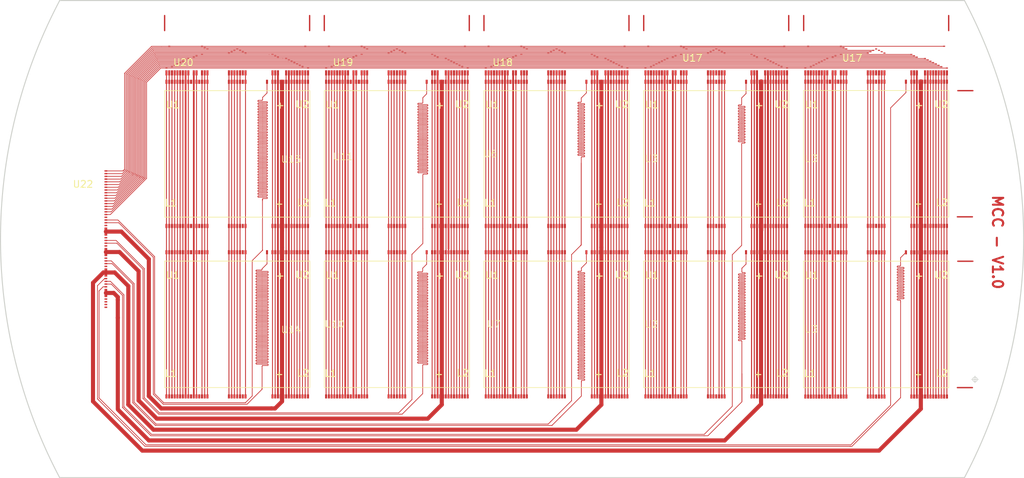
<source format=kicad_pcb>
(kicad_pcb (version 20240108) (generator "pcbnew") (generator_version "8.0")
  (layers (0 "F.Cu" signal) (31 "B.Cu" signal) (34 "B.Paste" user) (35 "F.Paste" user) (36 "B.SilkS" user "B.Silkscreen") (37 "F.SilkS" user "F.Silkscreen") (38 "B.Mask" user) (39 "F.Mask" user) (44 "Edge.Cuts" user))
  (net 0 "")
  (net 1 "h1")
  (net 2 "h2")
  (net 3 "h3")
  (net 4 "sg")
  (net 5 "og")
  (net 6 "vdrain")
  (net 7 "dg")
  (net 8 "vdd")
  (net 9 "vref")
  (net 10 "rg")
  (net 11 "tg")
  (net 12 "p+")
  (net 13 "n+")
  (net 14 "v1")
  (net 15 "v2")
  (net 16 "v3")
  (net 18 "vsub")
  (net 31 "video11")
  (net 32 "video12")
  (net 33 "video13")
  (net 34 "video14")
  (net 35 "video21")
  (net 38 "video22")
  (net 39 "video23")
  (net 40 "video24")
  (net 41 "video31")
  (net 42 "video32")
  (net 43 "video33")
  (net 44 "video34")
  (net 45 "video41")
  (net 46 "video42")
  (net 47 "video43")
  (net 48 "video44")
  (net 49 "barrier")
  (net 51 "island3")
  (net 52 "island2")
  (net 53 "island1")
  (net 54 "dummy2")
  (footprint "projectFootprints:MC_1278x1058_pads_8Feb2021" (layer "F.Cu") (at 166.003875 60.948075 180)
    (property "Reference" "U3")
    (property "Value" "MC_1278x1058_pads_8Feb2021")
  )
  (footprint "projectFootprints:MC_1278x1058_pads_8Feb2021" (layer "F.Cu") (at 166.003875 85.948075 180)
    (property "Reference" "U2")
    (property "Value" "MC_1278x1058_pads_8Feb2021")
  )
  (footprint "projectFootprints:MC_1278x1058_pads_8Feb2021" (layer "F.Cu") (at 142.603875 60.948075 180)
    (property "Reference" "U6")
    (property "Value" "MC_1278x1058_pads_8Feb2021")
  )
  (footprint "projectFootprints:MC_1278x1058_pads_8Feb2021" (layer "F.Cu") (at 142.603875 85.948075 180)
    (property "Reference" "U7")
    (property "Value" "MC_1278x1058_pads_8Feb2021")
  )
  (footprint "projectFootprints:MC_1278x1058_pads_8Feb2021" (layer "F.Cu") (at 119.203875 85.948075 180)
    (property "Reference" "U10")
    (property "Value" "MC_1278x1058_pads_8Feb2021")
  )
  (footprint "projectFootprints:MC_1278x1058_pads_8Feb2021" (layer "F.Cu") (at 119.203875 60.948075 180)
    (property "Reference" "U11")
    (property "Value" "MC_1278x1058_pads_8Feb2021")
  )
  (footprint "projectFootprints:MC_1278x1058_pads_8Feb2021" (layer "F.Cu") (at 95.803875 85.948075 180)
    (property "Reference" "U14")
    (property "Value" "MC_1278x1058_pads_8Feb2021")
  )
  (footprint "projectFootprints:MC_1278x1058_pads_8Feb2021" (layer "F.Cu") (at 95.803875 60.948075 180)
    (property "Reference" "U15")
    (property "Value" "MC_1278x1058_pads_8Feb2021")
  )
  (footprint "projectFootprints:mcm_bus" (layer "F.Cu") (at 166.003875 45.157075 180)
    (property "Reference" "U17")
    (property "Value" "mcm_bus")
  )
  (footprint "projectFootprints:mcm_bus" (layer "F.Cu") (at 142.603875 45.157075 180)
    (property "Reference" "U18")
    (property "Value" "mcm_bus")
  )
  (footprint "projectFootprints:mcm_bus" (layer "F.Cu") (at 119.206975 45.157075 180)
    (property "Reference" "U19")
    (property "Value" "mcm_bus")
  )
  (footprint "projectFootprints:mcm_bus" (layer "F.Cu") (at 95.806975 45.157075 180)
    (property "Reference" "U20")
    (property "Value" "mcm_bus")
  )
  (footprint "projectFootprints:mcm_flex_wide" (layer "F.Cu") (at 76.553875 63.447075 180)
    (property "Reference" "U22")
    (property "Value" "mcm_flex")
  )
  (footprint "projectFootprints:mcm_bus" (layer "F.Cu") (at 189.433375 45.158074 180)
    (property "Reference" "U17")
    (property "Value" "mcm_bus")
  )
  (footprint "projectFootprints:MC_1278x1058_pads_8Feb2021" (layer "F.Cu") (at 189.433875 85.967075 180)
    (property "Reference" "U3")
    (property "Value" "MC_1278x1058_pads_8Feb2021")
  )
  (footprint "projectFootprints:MC_1278x1058_pads_8Feb2021" (layer "F.Cu") (at 189.433875 60.937075 180)
    (property "Reference" "U3")
    (property "Value" "MC_1278x1058_pads_8Feb2021")
  )
  (gr_line (start 201.403875 76.697075) (end 203.603875 76.697075) (stroke (width 0.2)) (layer "F.Cu"))
  (gr_line (start 176.623875 42.857075) (end 176.623875 40.657075) (stroke (width 0.2)) (layer "F.Cu"))
  (gr_line (start 85.163875 42.857075) (end 85.163875 40.657075) (stroke (width 0.2)) (layer "F.Cu"))
  (gr_line (start 201.338875 70.182075) (end 203.538875 70.182075) (stroke (width 0.2)) (layer "F.Cu"))
  (gr_line (start 201.408875 51.672075) (end 203.608875 51.672075) (stroke (width 0.2)) (layer "F.Cu"))
  (gr_line (start 108.563875 42.857075) (end 108.563875 40.657075) (stroke (width 0.2)) (layer "F.Cu"))
  (gr_line (start 155.373875 42.857075) (end 155.373875 40.657075) (stroke (width 0.2)) (layer "F.Cu"))
  (gr_line (start 201.341999 95.237075) (end 203.541999 95.237075) (stroke (width 0.2)) (layer "F.Cu"))
  (gr_line (start 178.813875 42.857075) (end 178.813875 40.657075) (stroke (width 0.2)) (layer "F.Cu"))
  (gr_line (start 200.063875 42.857075) (end 200.063875 40.657075) (stroke (width 0.2)) (layer "F.Cu"))
  (gr_line (start 131.963875 42.857075) (end 131.963875 40.657075) (stroke (width 0.2)) (layer "F.Cu"))
  (gr_line (start 153.213875 42.857075) (end 153.213875 40.657075) (stroke (width 0.2)) (layer "F.Cu"))
  (gr_line (start 106.413875 42.857075) (end 106.413875 40.657075) (stroke (width 0.2)) (layer "F.Cu"))
  (gr_line (start 129.813875 42.857075) (end 129.813875 40.657075) (stroke (width 0.2)) (layer "F.Cu"))
  (gr_line (start 202.37486 108.446) (end 69.785 108.446) (stroke (width 0.15)) (layer "Edge.Cuts"))
  (gr_arc (start 69.785 108.446) (mid 61.115221 73.446498) (end 69.79062 38.448388) (stroke (width 0.15)) (layer "Edge.Cuts"))
  (gr_line (start 202.38048 38.448388) (end 69.790621 38.448388) (stroke (width 0.15)) (layer "Edge.Cuts"))
  (gr_arc (start 202.38048 38.448388) (mid 211.050259 73.44789) (end 202.37486 108.446) (stroke (width 0.15)) (layer "Edge.Cuts"))
  (gr_text "MCC - V1.0" (at 206.34925 66.845 -90) (layer "F.Cu") (effects (font (size 1.5 1.5) (thickness 0.3) (bold yes)) (justify left bottom)))
  (target plus (at 203.918765 94.032075) (size 1) (width 0.1) (layer "Edge.Cuts"))
  (segment (start 152.169625 96.497075) (end 152.169625 49.037075) (width 0.125) (layer "F.Cu") (net 1))
  (segment (start 82.318643 64.458287) (end 82.03629 64.74064) (width 0.1) (layer "F.Cu") (net 1))
  (segment (start 105.369625 96.567075) (end 105.369625 48.997075) (width 0.125) (layer "F.Cu") (net 1))
  (segment (start 105.377299 48.163615) (end 84.511497 48.163615) (width 0.1) (layer "F.Cu") (net 1))
  (segment (start 77.329855 69.447075) (end 76.553875 69.447075) (width 0.1) (layer "F.Cu") (net 1))
  (segment (start 109.638125 96.397075) (end 109.638125 49.127075) (width 0.125) (layer "F.Cu") (net 1))
  (segment (start 179.858625 96.417075) (end 179.858625 48.947075) (width 0.125) (layer "F.Cu") (net 1))
  (segment (start 152.177299 48.163615) (end 128.777299 48.163615) (width 0.1) (layer "F.Cu") (net 1))
  (segment (start 175.569625 96.517075) (end 175.569625 49.047075) (width 0.125) (layer "F.Cu") (net 1))
  (segment (start 175.590125 96.437075) (end 175.590125 48.977075) (width 0.125) (layer "F.Cu") (net 1))
  (segment (start 82.318643 50.356469) (end 82.318643 64.458287) (width 0.1) (layer "F.Cu") (net 1))
  (segment (start 175.577299 48.163615) (end 152.177299 48.163615) (width 0.1) (layer "F.Cu") (net 1))
  (segment (start 86.238125 49.064176) (end 86.241225 49.061076) (width 0.125) (layer "F.Cu") (net 1))
  (segment (start 86.238125 96.517075) (end 86.238125 49.064176) (width 0.125) (layer "F.Cu") (net 1))
  (segment (start 128.769625 96.587075) (end 128.769625 48.997075) (width 0.125) (layer "F.Cu") (net 1))
  (segment (start 128.777299 48.163615) (end 105.377299 48.163615) (width 0.1) (layer "F.Cu") (net 1))
  (segment (start 82.310969 64.465961) (end 82.03629 64.74064) (width 0.1) (layer "F.Cu") (net 1))
  (segment (start 198.990125 96.457075) (end 198.990125 48.987075) (width 0.125) (layer "F.Cu") (net 1))
  (segment (start 199.015125 48.162075) (end 175.615125 48.162075) (width 0.1) (layer "F.Cu") (net 1))
  (segment (start 133.038125 96.537075) (end 133.038125 49.057075) (width 0.125) (layer "F.Cu") (net 1))
  (segment (start 156.438125 96.477075) (end 156.438125 49.007075) (width 0.125) (layer "F.Cu") (net 1))
  (segment (start 82.03629 64.74064) (end 77.329855 69.447075) (width 0.1) (layer "F.Cu") (net 1))
  (segment (start 84.511497 48.163615) (end 82.318643 50.356469) (width 0.1) (layer "F.Cu") (net 1))
  (segment (start 151.769625 96.447075) (end 151.769625 49.087075) (width 0.125) (layer "F.Cu") (net 2))
  (segment (start 128.377299 47.963615) (end 104.977299 47.963615) (width 0.1) (layer "F.Cu") (net 2))
  (segment (start 82.118732 64.375482) (end 81.954932 64.539282) (width 0.1) (layer "F.Cu") (net 2))
  (segment (start 84.428781 47.963615) (end 104.977299 47.963615) (width 0.1) (layer "F.Cu") (net 2))
  (segment (start 151.777299 47.963615) (end 128.377299 47.963615) (width 0.1) (layer "F.Cu") (net 2))
  (segment (start 86.638125 49.064176) (end 86.641225 49.061076) (width 0.125) (layer "F.Cu") (net 2))
  (segment (start 175.169625 96.457075) (end 175.169625 49.097075) (width 0.125) (layer "F.Cu") (net 2))
  (segment (start 76.553875 69.047075) (end 77.447139 69.047075) (width 0.1) (layer "F.Cu") (net 2))
  (segment (start 82.118732 50.273664) (end 82.118732 64.375482) (width 0.1) (layer "F.Cu") (net 2))
  (segment (start 156.838125 96.567075) (end 156.838125 49.067075) (width 0.125) (layer "F.Cu") (net 2))
  (segment (start 77.447139 69.047075) (end 81.954932 64.539282) (width 0.1) (layer "F.Cu") (net 2))
  (segment (start 81.954932 64.539282) (end 82.111058 64.383156) (width 0.1) (layer "F.Cu") (net 2))
  (segment (start 198.615125 47.962075) (end 175.215125 47.962075) (width 0.1) (layer "F.Cu") (net 2))
  (segment (start 180.258625 96.507075) (end 180.258625 49.007075) (width 0.125) (layer "F.Cu") (net 2))
  (segment (start 86.638125 96.517075) (end 86.638125 49.064176) (width 0.125) (layer "F.Cu") (net 2))
  (segment (start 104.969625 96.507075) (end 104.969625 48.987075) (width 0.125) (layer "F.Cu") (net 2))
  (segment (start 198.590125 96.397075) (end 198.590125 49.037075) (width 0.125) (layer "F.Cu") (net 2))
  (segment (start 175.190125 96.387075) (end 175.190125 49.027075) (width 0.125) (layer "F.Cu") (net 2))
  (segment (start 133.438125 96.517075) (end 133.438125 49.057075) (width 0.125) (layer "F.Cu") (net 2))
  (segment (start 110.038125 96.357075) (end 110.038125 49.077075) (width 0.125) (layer "F.Cu") (net 2))
  (segment (start 128.369625 96.537075) (end 128.369625 49.067075) (width 0.125) (layer "F.Cu") (net 2))
  (segment (start 175.177299 47.963615) (end 151.777299 47.963615) (width 0.1) (layer "F.Cu") (net 2))
  (segment (start 82.118732 50.273664) (end 84.428781 47.963615) (width 0.1) (layer "F.Cu") (net 2))
  (segment (start 174.790125 96.387075) (end 174.790125 48.907075) (width 0.125) (layer "F.Cu") (net 3))
  (segment (start 81.918821 50.190859) (end 81.918821 64.292677) (width 0.1) (layer "F.Cu") (net 3))
  (segment (start 180.658625 96.377075) (end 180.658625 48.977075) (width 0.125) (layer "F.Cu") (net 3))
  (segment (start 110.438125 96.607075) (end 110.438125 49.107075) (width 0.125) (layer "F.Cu") (net 3))
  (segment (start 174.777299 47.763615) (end 151.377299 47.763615) (width 0.1) (layer "F.Cu") (net 3))
  (segment (start 127.969625 96.527075) (end 127.969625 49.017075) (width 0.125) (layer "F.Cu") (net 3))
  (segment (start 84.346065 47.763615) (end 104.577299 47.763615) (width 0.1) (layer "F.Cu") (net 3))
  (segment (start 151.377299 47.763615) (end 127.977299 47.763615) (width 0.1) (layer "F.Cu") (net 3))
  (segment (start 151.369625 96.447075) (end 151.369625 48.967075) (width 0.125) (layer "F.Cu") (net 3))
  (segment (start 81.813574 64.397924) (end 81.911147 64.300351) (width 0.1) (layer "F.Cu") (net 3))
  (segment (start 81.918821 50.190859) (end 84.346065 47.763615) (width 0.1) (layer "F.Cu") (net 3))
  (segment (start 77.564423 68.647075) (end 81.813574 64.397924) (width 0.1) (layer "F.Cu") (net 3))
  (segment (start 198.215125 47.762075) (end 174.815125 47.762075) (width 0.1) (layer "F.Cu") (net 3))
  (segment (start 174.769625 96.557075) (end 174.769625 49.077075) (width 0.125) (layer "F.Cu") (net 3))
  (segment (start 127.977299 47.763615) (end 104.577299 47.763615) (width 0.1) (layer "F.Cu") (net 3))
  (segment (start 76.553875 68.647075) (end 77.564423 68.647075) (width 0.1) (layer "F.Cu") (net 3))
  (segment (start 198.190125 96.497075) (end 198.190125 49.017075) (width 0.125) (layer "F.Cu") (net 3))
  (segment (start 104.569625 96.567075) (end 104.569625 49.017075) (width 0.125) (layer "F.Cu") (net 3))
  (segment (start 133.838125 96.527075) (end 133.838125 49.077075) (width 0.125) (layer "F.Cu") (net 3))
  (segment (start 157.238125 96.437075) (end 157.238125 49.037075) (width 0.125) (layer "F.Cu") (net 3))
  (segment (start 81.918821 64.292677) (end 81.813574 64.397924) (width 0.1) (layer "F.Cu") (net 3))
  (segment (start 87.038125 96.507075) (end 87.038125 49.097075) (width 0.125) (layer "F.Cu") (net 3))
  (segment (start 81.711236 64.217546) (end 81.467216 64.461566) (width 0.1) (layer "F.Cu") (net 4))
  (segment (start 84.257049 47.563615) (end 81.71891 50.101754) (width 0.1) (layer "F.Cu") (net 4))
  (segment (start 104.169625 96.507075) (end 104.169625 49.037075) (width 0.125) (layer "F.Cu") (net 4))
  (segment (start 174.369625 96.447075) (end 174.369625 49.067075) (width 0.125) (layer "F.Cu") (net 4))
  (segment (start 174.377299 47.563615) (end 150.977299 47.563615) (width 0.1) (layer "F.Cu") (net 4))
  (segment (start 174.390125 96.427075) (end 174.390125 48.947075) (width 0.125) (layer "F.Cu") (net 4))
  (segment (start 150.969625 96.487075) (end 150.969625 49.007075) (width 0.125) (layer "F.Cu") (net 4))
  (segment (start 104.177299 47.563615) (end 84.257049 47.563615) (width 0.1) (layer "F.Cu") (net 4))
  (segment (start 197.815125 47.562075) (end 174.415125 47.562075) (width 0.1) (layer "F.Cu") (net 4))
  (segment (start 81.467216 64.461566) (end 77.681707 68.247075) (width 0.1) (layer "F.Cu") (net 4))
  (segment (start 150.977299 47.563615) (end 127.577299 47.563615) (width 0.1) (layer "F.Cu") (net 4))
  (segment (start 127.577299 47.563615) (end 104.177299 47.563615) (width 0.1) (layer "F.Cu") (net 4))
  (segment (start 81.71891 64.209872) (end 81.467216 64.461566) (width 0.1) (layer "F.Cu") (net 4))
  (segment (start 197.790125 96.387075) (end 197.790125 49.007075) (width 0.125) (layer "F.Cu") (net 4))
  (segment (start 127.569625 96.447075) (end 127.569625 49.067075) (width 0.125) (layer "F.Cu") (net 4))
  (segment (start 181.058625 96.417075) (end 181.058625 48.977075) (width 0.125) (layer "F.Cu") (net 4))
  (segment (start 134.238125 96.517075) (end 134.238125 49.007075) (width 0.125) (layer "F.Cu") (net 4))
  (segment (start 87.438125 96.647075) (end 87.438125 49.007075) (width 0.125) (layer "F.Cu") (net 4))
  (segment (start 110.838125 96.477075) (end 110.838125 49.077075) (width 0.125) (layer "F.Cu") (net 4))
  (segment (start 81.71891 50.101754) (end 81.71891 64.209872) (width 0.1) (layer "F.Cu") (net 4))
  (segment (start 77.681707 68.247075) (end 76.553875 68.247075) (width 0.1) (layer "F.Cu") (net 4))
  (segment (start 157.638125 96.477075) (end 157.638125 49.037075) (width 0.125) (layer "F.Cu") (net 4))
  (segment (start 150.577299 47.363615) (end 127.177299 47.363615) (width 0.1) (layer "F.Cu") (net 5))
  (segment (start 81.518999 50.018949) (end 84.174333 47.363615) (width 0.1) (layer "F.Cu") (net 5))
  (segment (start 197.390125 96.517075) (end 197.390125 49.007075) (width 0.125) (layer "F.Cu") (net 5))
  (segment (start 173.977299 47.363615) (end 150.577299 47.363615) (width 0.1) (layer "F.Cu") (net 5))
  (segment (start 158.038125 96.567075) (end 158.038125 49.117075) (width 0.125) (layer "F.Cu") (net 5))
  (segment (start 181.458625 96.507075) (end 181.458625 49.057075) (width 0.125) (layer "F.Cu") (net 5))
  (segment (start 103.769625 96.477075) (end 103.769625 49.067075) (width 0.125) (layer "F.Cu") (net 5))
  (segment (start 173.990125 96.467075) (end 173.990125 49.027075) (width 0.125) (layer "F.Cu") (net 5))
  (segment (start 84.174333 47.363615) (end 103.277299 47.363615) (width 0.1) (layer "F.Cu") (net 5))
  (segment (start 103.277299 47.363615) (end 103.777299 47.363615) (width 0.1) (layer "F.Cu") (net 5))
  (segment (start 81.425858 64.220208) (end 81.511325 64.134741) (width 0.1) (layer "F.Cu") (net 5))
  (segment (start 173.969625 96.577075) (end 173.969625 49.067075) (width 0.125) (layer "F.Cu") (net 5))
  (segment (start 127.177299 47.363615) (end 103.777299 47.363615) (width 0.1) (layer "F.Cu") (net 5))
  (segment (start 111.238125 96.377075) (end 111.238125 49.067075) (width 0.125) (layer "F.Cu") (net 5))
  (segment (start 197.415125 47.362075) (end 174.015125 47.362075) (width 0.1) (layer "F.Cu") (net 5))
  (segment (start 150.569625 96.527075) (end 150.569625 49.087075) (width 0.125) (layer "F.Cu") (net 5))
  (segment (start 87.838125 96.527075) (end 87.838125 49.064176) (width 0.125) (layer "F.Cu") (net 5))
  (segment (start 87.838125 49.064176) (end 87.841225 49.061076) (width 0.125) (layer "F.Cu") (net 5))
  (segment (start 81.518999 64.127067) (end 81.425858 64.220208) (width 0.1) (layer "F.Cu") (net 5))
  (segment (start 127.169625 96.487075) (end 127.169625 49.027075) (width 0.125) (layer "F.Cu") (net 5))
  (segment (start 81.518999 50.018949) (end 81.518999 64.127067) (width 0.1) (layer "F.Cu") (net 5))
  (segment (start 76.553875 67.847075) (end 77.798991 67.847075) (width 0.1) (layer "F.Cu") (net 5))
  (segment (start 77.798991 67.847075) (end 81.425858 64.220208) (width 0.1) (layer "F.Cu") (net 5))
  (segment (start 134.638125 96.537075) (end 134.638125 49.117075) (width 0.125) (layer "F.Cu") (net 5))
  (segment (start 81.375441 49.879791) (end 81.312725 49.942507) (width 0.1) (layer "F.Cu") (net 6))
  (segment (start 81.312725 49.942507) (end 81.312725 64.050625) (width 0.1) (layer "F.Cu") (net 6))
  (segment (start 135.038125 96.557075) (end 135.038125 49.077075) (width 0.25) (layer "F.Cu") (net 6))
  (segment (start 81.311414 64.051936) (end 81.1345 64.22885) (width 0.1) (layer "F.Cu") (net 6))
  (segment (start 197.015125 47.162075) (end 173.615125 47.162075) (width 0.1) (layer "F.Cu") (net 6))
  (segment (start 158.438125 96.437075) (end 158.438125 48.997075) (width 0.25) (layer "F.Cu") (net 6))
  (segment (start 111.638125 96.437075) (end 111.638125 49.117075) (width 0.25) (layer "F.Cu") (net 6))
  (segment (start 126.777299 47.163615) (end 103.377299 47.163615) (width 0.1) (layer "F.Cu") (net 6))
  (segment (start 77.916275 67.447075) (end 76.553875 67.447075) (width 0.1) (layer "F.Cu") (net 6))
  (segment (start 173.569625 96.507075) (end 173.569625 49.067075) (width 0.25) (layer "F.Cu") (net 6))
  (segment (start 126.769625 74.672075) (end 126.769625 96.587075) (width 0.125) (layer "F.Cu") (net 6))
  (segment (start 196.990125 96.447075) (end 196.990125 49.007075) (width 0.25) (layer "F.Cu") (net 6))
  (segment (start 103.377299 47.163615) (end 84.091617 47.163615) (width 0.1) (layer "F.Cu") (net 6))
  (segment (start 81.312725 64.050625) (end 81.1345 64.22885) (width 0.1) (layer "F.Cu") (net 6))
  (segment (start 173.577299 47.163615) (end 150.177299 47.163615) (width 0.1) (layer "F.Cu") (net 6))
  (segment (start 150.169625 96.487075) (end 150.169625 49.077075) (width 0.25) (layer "F.Cu") (net 6))
  (segment (start 84.091617 47.163615) (end 81.319088 49.936144) (width 0.1) (layer "F.Cu") (net 6))
  (segment (start 173.590125 96.427075) (end 173.590125 49.017075) (width 0.25) (layer "F.Cu") (net 6))
  (segment (start 126.769625 74.897976) (end 126.769625 49.007075) (width 0.25) (layer "F.Cu") (net 6))
  (segment (start 150.177299 47.163615) (end 126.777299 47.163615) (width 0.1) (layer "F.Cu") (net 6))
  (segment (start 88.238125 96.567075) (end 88.238125 48.967075) (width 0.25) (layer "F.Cu") (net 6))
  (segment (start 81.1345 64.22885) (end 77.916275 67.447075) (width 0.1) (layer "F.Cu") (net 6))
  (segment (start 103.369625 96.537075) (end 103.369625 49.057075) (width 0.25) (layer "F.Cu") (net 6))
  (segment (start 181.858625 96.377075) (end 181.858625 48.937075) (width 0.25) (layer "F.Cu") (net 6))
  (segment (start 126.377299 46.963615) (end 102.977299 46.963615) (width 0.1) (layer "F.Cu") (net 7))
  (segment (start 196.590125 96.527075) (end 196.590125 48.947075) (width 0.125) (layer "F.Cu") (net 7))
  (segment (start 196.615125 46.962075) (end 173.215125 46.962075) (width 0.1) (layer "F.Cu") (net 7))
  (segment (start 173.190125 96.387075) (end 173.190125 49.027075) (width 0.125) (layer "F.Cu") (net 7))
  (segment (start 149.777299 46.963615) (end 126.377299 46.963615) (width 0.1) (layer "F.Cu") (net 7))
  (segment (start 80.963142 64.117492) (end 81.111503 63.969131) (width 0.1) (layer "F.Cu") (net 7))
  (segment (start 76.553875 67.047075) (end 78.033559 67.047075) (width 0.1) (layer "F.Cu") (net 7))
  (segment (start 126.405225 48.882675) (end 126.369625 48.847075) (width 0.125) (layer "F.Cu") (net 7))
  (segment (start 78.033559 67.047075) (end 80.963142 64.117492) (width 0.1) (layer "F.Cu") (net 7))
  (segment (start 81.119177 49.853339) (end 81.119177 63.961457) (width 0.1) (layer "F.Cu") (net 7))
  (segment (start 135.438125 96.517075) (end 135.438125 49.067075) (width 0.125) (layer "F.Cu") (net 7))
  (segment (start 81.119177 63.961457) (end 80.963142 64.117492) (width 0.1) (layer "F.Cu") (net 7))
  (segment (start 112.038125 96.607075) (end 112.038125 49.057075) (width 0.125) (layer "F.Cu") (net 7))
  (segment (start 182.258625 96.367075) (end 182.258625 49.027075) (width 0.125) (layer "F.Cu") (net 7))
  (segment (start 149.769625 96.447075) (end 149.769625 49.087075) (width 0.125) (layer "F.Cu") (net 7))
  (segment (start 81.119177 49.853339) (end 84.008901 46.963615) (width 0.1) (layer "F.Cu") (net 7))
  (segment (start 84.008901 46.963615) (end 102.477299 46.963615) (width 0.1) (layer "F.Cu") (net 7))
  (segment (start 158.838125 96.427075) (end 158.838125 49.087075) (width 0.125) (layer "F.Cu") (net 7))
  (segment (start 88.638125 96.517075) (end 88.638125 49.097075) (width 0.125) (layer "F.Cu") (net 7))
  (segment (start 173.177299 46.963615) (end 149.777299 46.963615) (width 0.1) (layer "F.Cu") (net 7))
  (segment (start 102.477299 46.963615) (end 102.977299 46.963615) (width 0.1) (layer "F.Cu") (net 7))
  (segment (start 126.405225 96.557075) (end 126.405225 48.882675) (width 0.125) (layer "F.Cu") (net 7))
  (segment (start 102.969625 96.357075) (end 102.969625 49.047075) (width 0.125) (layer "F.Cu") (net 7))
  (segment (start 173.169625 96.587075) (end 173.169625 49.007075) (width 0.125) (layer "F.Cu") (net 7))
  (segment (start 78.303875 81.947075) (end 78.303875 82.347075) (width 0.6) (layer "F.Cu") (net 8))
  (segment (start 76.553875 81.347075) (end 77.703875 81.347075) (width 0.6) (layer "F.Cu") (net 8))
  (segment (start 77.703875 81.347075) (end 78.303875 81.947075) (width 0.6) (layer "F.Cu") (net 8))
  (segment (start 167.257784 102.982016) (end 82.850293 102.982016) (width 0.6) (layer "F.Cu") (net 8))
  (segment (start 125.78213 50.38458) (end 125.769625 50.372075) (width 0.6) (layer "F.Cu") (net 8))
  (segment (start 78.303875 98.327075) (end 78.303875 84.987075) (width 0.6) (layer "F.Cu") (net 8))
  (segment (start 102.369625 74.672075) (end 102.369625 97.224075) (width 0.6) (layer "F.Cu") (net 8))
  (segment (start 123.732815 99.786985) (end 125.78213 97.73767) (width 0.6) (layer "F.Cu") (net 8))
  (segment (start 81.888875 104.477075) (end 189.858875 104.477075) (width 0.6) (layer "F.Cu") (net 8))
  (segment (start 84.66221 98.286896) (end 100.806012 98.286896) (width 0.6) (layer "F.Cu") (net 8))
  (segment (start 189.858875 104.477075) (end 195.983875 98.352075) (width 0.6) (layer "F.Cu") (net 8))
  (segment (start 81.352438 78.145638) (end 78.553875 75.347075) (width 0.6) (layer "F.Cu") (net 8))
  (segment (start 76.183875 78.347075) (end 74.668875 79.862075) (width 0.6) (layer "F.Cu") (net 8))
  (segment (start 101.352904 98.286896) (end 102.369625 97.270175) (width 0.6) (layer "F.Cu") (net 8))
  (segment (start 172.590125 50.312075) (end 172.590125 72.164075) (width 0.6) (layer "F.Cu") (net 8))
  (segment (start 122.964173 99.786985) (end 123.732815 99.786985) (width 0.6) (layer "F.Cu") (net 8))
  (segment (start 195.983875 98.352075) (end 195.983875 96.627325) (width 0.6) (layer "F.Cu") (net 8))
  (segment (start 79.843536 80.336736) (end 79.843536 97.723476) (width 0.6) (layer "F.Cu") (net 8))
  (segment (start 74.668875 97.257075) (end 81.888875 104.477075) (width 0.6) (layer "F.Cu") (net 8))
  (segment (start 76.553875 78.347075) (end 77.853875 78.347075) (width 0.6) (layer "F.Cu") (net 8))
  (segment (start 149.169625 50.372075) (end 149.169625 72.224075) (width 0.6) (layer "F.Cu") (net 8))
  (segment (start 81.362646 97.121908) (end 81.352438 97.1117) (width 0.6) (layer "F.Cu") (net 8))
  (segment (start 145.5101 101.4097) (end 149.169625 97.750175) (width 0.6) (layer "F.Cu") (net 8))
  (segment (start 149.169625 72.224075) (end 149.169625 74.672075) (width 0.6) (layer "F.Cu") (net 8))
  (segment (start 172.569625 50.372075) (end 172.569625 96.524075) (width 0.6) (layer "F.Cu") (net 8))
  (segment (start 78.553875 75.347075) (end 76.553875 75.347075) (width 0.6) (layer "F.Cu") (net 8))
  (segment (start 102.369625 72.224075) (end 102.369625 74.672075) (width 0.6) (layer "F.Cu") (net 8))
  (segment (start 125.78213 97.73767) (end 125.78213 50.38458) (width 0.6) (layer "F.Cu") (net 8))
  (segment (start 76.553875 78.347075) (end 76.183875 78.347075) (width 0.6) (layer "F.Cu") (net 8))
  (segment (start 76.553875 72.347075) (end 78.819457 72.347075) (width 0.6) (layer "F.Cu") (net 8))
  (segment (start 102.369625 50.372075) (end 102.369625 72.224075) (width 0.6) (layer "F.Cu") (net 8))
  (segment (start 82.862201 96.486887) (end 84.66221 98.286896) (width 0.6) (layer "F.Cu") (net 8))
  (segment (start 78.303875 84.987075) (end 78.303875 82.347075) (width 0.6) (layer "F.Cu") (net 8))
  (segment (start 82.850293 102.982016) (end 78.314083 98.445806) (width 0.6) (layer "F.Cu") (net 8))
  (segment (start 149.169625 74.672075) (end 149.169625 96.524075) (width 0.6) (layer "F.Cu") (net 8))
  (segment (start 83.52976 101.4097) (end 145.5101 101.4097) (width 0.6) (layer "F.Cu") (net 8))
  (segment (start 79.843536 97.723476) (end 79.853744 97.733684) (width 0.6) (layer "F.Cu") (net 8))
  (segment (start 122.964173 99.786985) (end 84.027723 99.786985) (width 0.6) (layer "F.Cu") (net 8))
  (segment (start 172.569625 96.524075) (end 172.569625 97.670175) (width 0.6) (layer "F.Cu") (net 8))
  (segment (start 100.806012 98.286896) (end 101.352904 98.286896) (width 0.6) (layer "F.Cu") (net 8))
  (segment (start 82.851993 96.476679) (end 82.862201 96.486887) (width 0.6) (layer "F.Cu") (net 8))
  (segment (start 74.668875 79.862075) (end 74.668875 97.257075) (width 0.6) (layer "F.Cu") (net 8))
  (segment (start 81.352438 97.1117) (end 81.352438 78.145638) (width 0.6) (layer "F.Cu") (net 8))
  (segment (start 102.369625 97.270175) (end 102.369625 96.750164) (width 0.6) (layer "F.Cu") (net 8))
  (segment (start 172.569625 97.670175) (end 167.257784 102.982016) (width 0.6) (layer "F.Cu") (net 8))
  (segment (start 82.851993 76.379611) (end 82.851993 96.476679) (width 0.6) (layer "F.Cu") (net 8))
  (segment (start 79.853744 97.733684) (end 83.52976 101.4097) (width 0.6) (layer "F.Cu") (net 8))
  (segment (start 77.853875 78.347075) (end 79.843536 80.336736) (width 0.6) (layer "F.Cu") (net 8))
  (segment (start 195.990125 50.312075) (end 195.990125 96.464075) (width 0.6) (layer "F.Cu") (net 8))
  (segment (start 102.369625 96.750164) (end 102.369625 95.150164) (width 0.6) (layer "F.Cu") (net 8))
  (segment (start 78.819457 72.347075) (end 82.851993 76.379611) (width 0.6) (layer "F.Cu") (net 8))
  (segment (start 149.169625 97.750175) (end 149.169625 96.524075) (width 0.6) (layer "F.Cu") (net 8))
  (segment (start 84.027723 99.786985) (end 81.362646 97.121908) (width 0.6) (layer "F.Cu") (net 8))
  (segment (start 78.150843 66.647075) (end 76.553875 66.647075) (width 0.1) (layer "F.Cu") (net 9))
  (segment (start 136.238125 96.587075) (end 136.238125 49.067075) (width 0.25) (layer "F.Cu") (net 9))
  (segment (start 195.390125 96.417075) (end 195.390125 48.897075) (width 0.25) (layer "F.Cu") (net 9))
  (segment (start 80.919266 63.878652) (end 80.821784 63.976134) (width 0.1) (layer "F.Cu") (net 9))
  (segment (start 89.438125 96.507075) (end 89.438125 49.064176) (width 0.25) (layer "F.Cu") (net 9))
  (segment (start 80.821784 63.976134) (end 78.150843 66.647075) (width 0.1) (layer "F.Cu") (net 9))
  (segment (start 101.769625 96.597075) (end 101.769625 49.087075) (width 0.25) (layer "F.Cu") (net 9))
  (segment (start 80.919266 49.770534) (end 80.919266 63.878652) (width 0.1) (layer "F.Cu") (net 9))
  (segment (start 89.438125 49.064176) (end 89.441225 49.061076) (width 0.25) (layer "F.Cu") (net 9))
  (segment (start 195.415125 46.762075) (end 172.015125 46.762075) (width 0.1) (layer "F.Cu") (net 9))
  (segment (start 171.990125 96.337075) (end 171.990125 48.957075) (width 0.25) (layer "F.Cu") (net 9))
  (segment (start 125.169625 96.617075) (end 125.169625 49.047075) (width 0.25) (layer "F.Cu") (net 9))
  (segment (start 171.977299 46.763615) (end 148.577299 46.763615) (width 0.1) (layer "F.Cu") (net 9))
  (segment (start 125.177299 46.763615) (end 101.777299 46.763615) (width 0.1) (layer "F.Cu") (net 9))
  (segment (start 80.911592 63.886326) (end 80.821784 63.976134) (width 0.1) (layer "F.Cu") (net 9))
  (segment (start 183.058625 96.387075) (end 183.058625 49.067075) (width 0.25) (layer "F.Cu") (net 9))
  (segment (start 159.638125 96.447075) (end 159.638125 49.127075) (width 0.25) (layer "F.Cu") (net 9))
  (segment (start 83.926185 46.763615) (end 80.919266 49.770534) (width 0.1) (layer "F.Cu") (net 9))
  (segment (start 101.777299 46.763615) (end 83.926185 46.763615) (width 0.1) (layer "F.Cu") (net 9))
  (segment (start 112.838125 96.437075) (end 112.838125 49.107075) (width 0.25) (layer "F.Cu") (net 9))
  (segment (start 171.969625 96.477075) (end 171.969625 48.957075) (width 0.25) (layer "F.Cu") (net 9))
  (segment (start 148.577299 46.763615) (end 125.177299 46.763615) (width 0.1) (layer "F.Cu") (net 9))
  (segment (start 148.569625 96.397075) (end 148.569625 49.017075) (width 0.25) (layer "F.Cu") (net 9))
  (segment (start 80.425426 64.089776) (end 78.268127 66.247075) (width 0.1) (layer "F.Cu") (net 10))
  (segment (start 89.838125 49.064176) (end 89.841225 49.061076) (width 0.125) (layer "F.Cu") (net 10))
  (segment (start 160.038125 96.527075) (end 160.038125 48.967075) (width 0.125) (layer "F.Cu") (net 10))
  (segment (start 171.569625 96.507075) (end 171.569625 48.937075) (width 0.125) (layer "F.Cu") (net 10))
  (segment (start 101.377299 46.563615) (end 83.843469 46.563615) (width 0.1) (layer "F.Cu") (net 10))
  (segment (start 183.458625 96.467075) (end 183.458625 48.907075) (width 0.125) (layer "F.Cu") (net 10))
  (segment (start 124.769625 96.497075) (end 124.769625 49.097075) (width 0.125) (layer "F.Cu") (net 10))
  (segment (start 78.268127 66.247075) (end 76.553875 66.247075) (width 0.1) (layer "F.Cu") (net 10))
  (segment (start 136.638125 96.417075) (end 136.638125 48.997075) (width 0.125) (layer "F.Cu") (net 10))
  (segment (start 80.719355 49.687729) (end 80.719355 63.795847) (width 0.1) (layer "F.Cu") (net 10))
  (segment (start 80.719355 63.795847) (end 80.425426 64.089776) (width 0.1) (layer "F.Cu") (net 10))
  (segment (start 113.238125 96.567075) (end 113.238125 48.997075) (width 0.125) (layer "F.Cu") (net 10))
  (segment (start 101.369625 96.507075) (end 101.369625 49.117075) (width 0.125) (layer "F.Cu") (net 10))
  (segment (start 171.590125 96.307075) (end 171.590125 49.017075) (width 0.125) (layer "F.Cu") (net 10))
  (segment (start 195.015125 46.562075) (end 171.615125 46.562075) (width 0.1) (layer "F.Cu") (net 10))
  (segment (start 89.838125 96.547075) (end 89.838125 49.064176) (width 0.125) (layer "F.Cu") (net 10))
  (segment (start 124.777299 46.563615) (end 101.377299 46.563615) (width 0.1) (layer "F.Cu") (net 10))
  (segment (start 83.843469 46.563615) (end 80.719355 49.687729) (width 0.1) (layer "F.Cu") (net 10))
  (segment (start 148.177299 46.563615) (end 124.777299 46.563615) (width 0.1) (layer "F.Cu") (net 10))
  (segment (start 148.169625 96.367075) (end 148.169625 49.077075) (width 0.125) (layer "F.Cu") (net 10))
  (segment (start 80.711681 63.803521) (end 80.425426 64.089776) (width 0.1) (layer "F.Cu") (net 10))
  (segment (start 171.577299 46.563615) (end 148.177299 46.563615) (width 0.1) (layer "F.Cu") (net 10))
  (segment (start 194.990125 96.447075) (end 194.990125 48.877075) (width 0.125) (layer "F.Cu") (net 10))
  (segment (start 194.590125 96.367075) (end 194.590125 48.777075) (width 0.125) (layer "F.Cu") (net 11))
  (segment (start 76.553875 65.847075) (end 78.385411 65.847075) (width 0.1) (layer "F.Cu") (net 11))
  (segment (start 194.615125 46.362075) (end 171.215125 46.362075) (width 0.1) (layer "F.Cu") (net 11))
  (segment (start 90.638125 49.064176) (end 90.641225 49.061076) (width 0.125) (layer "F.Cu") (net 11))
  (segment (start 100.969625 96.567075) (end 100.969625 49.077075) (width 0.125) (layer "F.Cu") (net 11))
  (segment (start 147.769625 96.587075) (end 147.769625 49.077075) (width 0.125) (layer "F.Cu") (net 11))
  (segment (start 83.760753 46.363615) (end 100.477299 46.363615) (width 0.1) (layer "F.Cu") (net 11))
  (segment (start 90.638125 96.487075) (end 90.638125 49.064176) (width 0.125) (layer "F.Cu") (net 11))
  (segment (start 171.190125 96.527075) (end 171.190125 49.017075) (width 0.125) (layer "F.Cu") (net 11))
  (segment (start 147.777299 46.363615) (end 124.377299 46.363615) (width 0.1) (layer "F.Cu") (net 11))
  (segment (start 80.399068 63.833418) (end 80.51177 63.720716) (width 0.1) (layer "F.Cu") (net 11))
  (segment (start 171.169625 96.427075) (end 171.169625 48.837075) (width 0.125) (layer "F.Cu") (net 11))
  (segment (start 114.038125 96.547075) (end 114.038125 48.987075) (width 0.125) (layer "F.Cu") (net 11))
  (segment (start 78.385411 65.847075) (end 80.399068 63.833418) (width 0.1) (layer "F.Cu") (net 11))
  (segment (start 100.977299 46.363615) (end 124.377299 46.363615) (width 0.1) (layer "F.Cu") (net 11))
  (segment (start 80.519444 49.604924) (end 83.760753 46.363615) (width 0.1) (layer "F.Cu") (net 11))
  (segment (start 100.477299 46.363615) (end 100.977299 46.363615) (width 0.1) (layer "F.Cu") (net 11))
  (segment (start 171.177299 46.363615) (end 147.777299 46.363615) (width 0.1) (layer "F.Cu") (net 11))
  (segment (start 184.258625 96.447075) (end 184.258625 48.757075) (width 0.125) (layer "F.Cu") (net 11))
  (segment (start 160.838125 96.507075) (end 160.838125 48.817075) (width 0.125) (layer "F.Cu") (net 11))
  (segment (start 80.519444 63.713042) (end 80.399068 63.833418) (width 0.1) (layer "F.Cu") (net 11))
  (segment (start 124.369625 96.527075) (end 124.369625 49.067075) (width 0.125) (layer "F.Cu") (net 11))
  (segment (start 80.519444 49.604924) (end 80.519444 63.713042) (width 0.1) (layer "F.Cu") (net 11))
  (segment (start 137.438125 96.467075) (end 137.438125 49.057075) (width 0.125) (layer "F.Cu") (net 11))
  (segment (start 114.445799 45.363615) (end 91.045799 45.363615) (width 0.1) (layer "F.Cu") (net 12))
  (segment (start 91.038125 96.377075) (end 91.038125 49.064176) (width 0.125) (layer "F.Cu") (net 12))
  (segment (start 161.245799 45.363615) (end 137.845799 45.363615) (width 0.1) (layer "F.Cu") (net 12))
  (segment (start 184.683625 45.362075) (end 161.283625 45.362075) (width 0.1) (layer "F.Cu") (net 12))
  (segment (start 79.519889 49.190899) (end 83.347173 45.363615) (width 0.1) (layer "F.Cu") (net 12))
  (segment (start 79.519889 49.190899) (end 79.519889 63.287797) (width 0.1) (layer "F.Cu") (net 12))
  (segment (start 137.838125 96.517075) (end 137.838125 49.087075) (width 0.125) (layer "F.Cu") (net 12))
  (segment (start 137.845799 45.363615) (end 114.445799 45.363615) (width 0.1) (layer "F.Cu") (net 12))
  (segment (start 91.038125 49.064176) (end 91.041225 49.061076) (width 0.125) (layer "F.Cu") (net 12))
  (segment (start 79.519889 63.287797) (end 79.512215 63.295471) (width 0.1) (layer "F.Cu") (net 12))
  (segment (start 184.658625 96.487075) (end 184.658625 49.037075) (width 0.125) (layer "F.Cu") (net 12))
  (segment (start 83.347173 45.363615) (end 91.045799 45.363615) (width 0.1) (layer "F.Cu") (net 12))
  (segment (start 114.438125 96.547075) (end 114.438125 49.007075) (width 0.125) (layer "F.Cu") (net 12))
  (segment (start 76.553875 63.847075) (end 78.960611 63.847075) (width 0.1) (layer "F.Cu") (net 12))
  (segment (start 161.238125 96.547075) (end 161.238125 49.097075) (width 0.125) (layer "F.Cu") (net 12))
  (segment (start 78.960611 63.847075) (end 79.512215 63.295471) (width 0.1) (layer "F.Cu") (net 12))
  (segment (start 91.441225 96.557075) (end 91.441225 49.061076) (width 0.125) (layer "F.Cu") (net 13))
  (segment (start 185.083625 45.562075) (end 166.049375 45.562075) (width 0.1) (layer "F.Cu") (net 13))
  (segment (start 185.058625 96.417075) (end 185.058625 49.007075) (width 0.125) (layer "F.Cu") (net 13))
  (segment (start 138.245799 45.563615) (end 119.211549 45.563615) (width 0.1) (layer "F.Cu") (net 13))
  (segment (start 83.429889 45.563615) (end 90.945799 45.563615) (width 0.1) (layer "F.Cu") (net 13))
  (segment (start 79.7198 63.370602) (end 79.533026 63.557376) (width 0.1) (layer "F.Cu") (net 13))
  (segment (start 161.638125 96.477075) (end 161.638125 49.067075) (width 0.125) (layer "F.Cu") (net 13))
  (segment (start 142.611549 45.563615) (end 138.245799 45.563615) (width 0.1) (layer "F.Cu") (net 13))
  (segment (start 95.811549 45.563615) (end 91.445799 45.563615) (width 0.1) (layer "F.Cu") (net 13))
  (segment (start 79.533026 63.557376) (end 79.712126 63.378276) (width 0.1) (layer "F.Cu") (net 13))
  (segment (start 76.553875 64.247075) (end 78.843327 64.247075) (width 0.1) (layer "F.Cu") (net 13))
  (segment (start 119.203875 96.477075) (end 119.203875 48.887075) (width 0.125) (layer "F.Cu") (net 13))
  (segment (start 119.211549 45.563615) (end 114.845799 45.563615) (width 0.1) (layer "F.Cu") (net 13))
  (segment (start 78.843327 64.247075) (end 79.533026 63.557376) (width 0.1) (layer "F.Cu") (net 13))
  (segment (start 142.603875 96.427075) (end 142.603875 49.067075) (width 0.125) (layer "F.Cu") (net 13))
  (segment (start 138.238125 96.457075) (end 138.238125 49.097075) (width 0.125) (layer "F.Cu") (net 13))
  (segment (start 95.803875 96.657075) (end 95.803875 49.017075) (width 0.125) (layer "F.Cu") (net 13))
  (segment (start 114.845799 45.563615) (end 95.811549 45.563615) (width 0.1) (layer "F.Cu") (net 13))
  (segment (start 166.011549 45.563615) (end 161.645799 45.563615) (width 0.1) (layer "F.Cu") (net 13))
  (segment (start 161.645799 45.563615) (end 142.611549 45.563615) (width 0.1) (layer "F.Cu") (net 13))
  (segment (start 79.7198 49.273704) (end 83.429889 45.563615) (width 0.1) (layer "F.Cu") (net 13))
  (segment (start 79.7198 49.273704) (end 79.7198 63.370602) (width 0.1) (layer "F.Cu") (net 13))
  (segment (start 90.945799 45.563615) (end 91.445799 45.563615) (width 0.1) (layer "F.Cu") (net 13))
  (segment (start 114.838125 96.437075) (end 114.838125 49.067075) (width 0.125) (layer "F.Cu") (net 13))
  (segment (start 117.987875 96.437075) (end 117.987875 48.987075) (width 0.125) (layer "F.Cu") (net 14))
  (segment (start 164.787875 96.607075) (end 164.787875 49.097075) (width 0.125) (layer "F.Cu") (net 14))
  (segment (start 143.827549 46.163615) (end 141.395549 46.163615) (width 0.1) (layer "F.Cu") (net 14))
  (segment (start 120.427549 46.163615) (end 117.995549 46.163615) (width 0.1) (layer "F.Cu") (net 14))
  (segment (start 167.219875 96.447075) (end 167.219875 49.027075) (width 0.125) (layer "F.Cu") (net 14))
  (segment (start 80.319533 63.630237) (end 80.311859 63.637911) (width 0.1) (layer "F.Cu") (net 14))
  (segment (start 188.208375 96.547075) (end 188.208375 49.037075) (width 0.125) (layer "F.Cu") (net 14))
  (segment (start 97.019875 96.477075) (end 97.019875 49.137075) (width 0.125) (layer "F.Cu") (net 14))
  (segment (start 143.819875 96.697075) (end 143.819875 49.017075) (width 0.125) (layer "F.Cu") (net 14))
  (segment (start 78.502695 65.447075) (end 76.553875 65.447075) (width 0.1) (layer "F.Cu") (net 14))
  (segment (start 80.319533 49.522119) (end 80.319533 63.630237) (width 0.1) (layer "F.Cu") (net 14))
  (segment (start 117.995549 46.163615) (end 97.027549 46.163615) (width 0.1) (layer "F.Cu") (net 14))
  (segment (start 80.311859 63.637911) (end 78.502695 65.447075) (width 0.1) (layer "F.Cu") (net 14))
  (segment (start 167.227549 46.163615) (end 164.811639 46.163615) (width 0.1) (layer "F.Cu") (net 14))
  (segment (start 141.395549 46.163615) (end 120.427549 46.163615) (width 0.1) (layer "F.Cu") (net 14))
  (segment (start 188.249465 46.162075) (end 167.265375 46.162075) (width 0.1) (layer "F.Cu") (net 14))
  (segment (start 97.027549 46.163615) (end 94.595549 46.163615) (width 0.1) (layer "F.Cu") (net 14))
  (segment (start 94.595549 46.163615) (end 83.678037 46.163615) (width 0.1) (layer "F.Cu") (net 14))
  (segment (start 120.419875 96.667075) (end 120.419875 49.027075) (width 0.125) (layer "F.Cu") (net 14))
  (segment (start 190.640375 96.387075) (end 190.640375 48.967075) (width 0.125) (layer "F.Cu") (net 14))
  (segment (start 83.678037 46.163615) (end 80.319533 49.522119) (width 0.1) (layer "F.Cu") (net 14))
  (segment (start 94.587875 96.417075) (end 94.587875 49.077075) (width 0.125) (layer "F.Cu") (net 14))
  (segment (start 164.811639 46.163615) (end 143.827549 46.163615) (width 0.1) (layer "F.Cu") (net 14))
  (segment (start 141.387875 96.587075) (end 141.387875 49.097075) (width 0.125) (layer "F.Cu") (net 14))
  (segment (start 80.119622 49.439314) (end 80.119622 63.547432) (width 0.1) (layer "F.Cu") (net 15))
  (segment (start 143.419875 96.477075) (end 143.419875 49.057075) (width 0.125) (layer "F.Cu") (net 15))
  (segment (start 118.387875 96.657075) (end 118.387875 49.117075) (width 0.125) (layer "F.Cu") (net 15))
  (segment (start 80.119622 49.439314) (end 83.595321 45.963615) (width 0.1) (layer "F.Cu") (net 15))
  (segment (start 165.195549 45.963615) (end 143.411639 45.963615) (width 0.1) (layer "F.Cu") (net 15))
  (segment (start 165.187875 96.497075) (end 165.187875 48.997075) (width 0.125) (layer "F.Cu") (net 15))
  (segment (start 94.987875 96.477075) (end 94.987875 49.007075) (width 0.125) (layer "F.Cu") (net 15))
  (segment (start 190.240375 96.437075) (end 190.240375 48.917075) (width 0.125) (layer "F.Cu") (net 15))
  (segment (start 94.495549 45.963615) (end 94.995549 45.963615) (width 0.1) (layer "F.Cu") (net 15))
  (segment (start 79.976352 63.690702) (end 80.111948 63.555106) (width 0.1) (layer "F.Cu") (net 15))
  (segment (start 83.595321 45.963615) (end 94.495549 45.963615) (width 0.1) (layer "F.Cu") (net 15))
  (segment (start 96.627549 45.963615) (end 94.995549 45.963615) (width 0.1) (layer "F.Cu") (net 15))
  (segment (start 143.427549 45.963615) (end 141.795549 45.963615) (width 0.1) (layer "F.Cu") (net 15))
  (segment (start 78.619979 65.047075) (end 79.976352 63.690702) (width 0.1) (layer "F.Cu") (net 15))
  (segment (start 120.027549 45.963615) (end 118.395549 45.963615) (width 0.1) (layer "F.Cu") (net 15))
  (segment (start 120.019875 96.587075) (end 120.019875 49.077075) (width 0.125) (layer "F.Cu") (net 15))
  (segment (start 166.827549 45.963615) (end 165.195549 45.963615) (width 0.1) (layer "F.Cu") (net 15))
  (segment (start 141.787875 96.517075) (end 141.787875 49.057075) (width 0.125) (layer "F.Cu") (net 15))
  (segment (start 188.633375 45.962075) (end 166.849465 45.962075) (width 0.1) (layer "F.Cu") (net 15))
  (segment (start 188.608375 96.437075) (end 188.608375 48.937075) (width 0.125) (layer "F.Cu") (net 15))
  (segment (start 141.795549 45.963615) (end 120.027549 45.963615) (width 0.1) (layer "F.Cu") (net 15))
  (segment (start 166.819875 96.497075) (end 166.819875 48.977075) (width 0.125) (layer "F.Cu") (net 15))
  (segment (start 76.553875 65.047075) (end 78.619979 65.047075) (width 0.1) (layer "F.Cu") (net 15))
  (segment (start 80.119622 63.547432) (end 79.976352 63.690702) (width 0.1) (layer "F.Cu") (net 15))
  (segment (start 118.395549 45.963615) (end 96.627549 45.963615) (width 0.1) (layer "F.Cu") (net 15))
  (segment (start 165.595549 45.763615) (end 143.027549 45.763615) (width 0.1) (layer "F.Cu") (net 16))
  (segment (start 79.919711 63.464627) (end 79.829994 63.554344) (width 0.1) (layer "F.Cu") (net 16))
  (segment (start 83.512605 45.763615) (end 79.919711 49.356509) (width 0.1) (layer "F.Cu") (net 16))
  (segment (start 189.033375 45.762075) (end 166.465375 45.762075) (width 0.1) (layer "F.Cu") (net 16))
  (segment (start 143.027549 45.763615) (end 142.195549 45.763615) (width 0.1) (layer "F.Cu") (net 16))
  (segment (start 189.840375 96.527075) (end 189.840375 48.937075) (width 0.125) (layer "F.Cu") (net 16))
  (segment (start 78.737263 64.647075) (end 76.553875 64.647075) (width 0.1) (layer "F.Cu") (net 16))
  (segment (start 79.919711 49.356509) (end 79.919711 63.464627) (width 0.1) (layer "F.Cu") (net 16))
  (segment (start 142.195549 45.763615) (end 119.627549 45.763615) (width 0.1) (layer "F.Cu") (net 16))
  (segment (start 165.587875 96.497075) (end 165.587875 49.047075) (width 0.125) (layer "F.Cu") (net 16))
  (segment (start 96.219875 96.447075) (end 96.219875 49.017075) (width 0.125) (layer "F.Cu") (net 16))
  (segment (start 166.427549 45.763615) (end 165.595549 45.763615) (width 0.1) (layer "F.Cu") (net 16))
  (segment (start 143.019875 96.537075) (end 143.019875 49.087075) (width 0.125) (layer "F.Cu") (net 16))
  (segment (start 142.187875 96.477075) (end 142.187875 49.057075) (width 0.125) (layer "F.Cu") (net 16))
  (segment (start 189.008375 96.437075) (end 189.008375 48.987075) (width 0.125) (layer "F.Cu") (net 16))
  (segment (start 96.227549 45.763615) (end 118.795549 45.763615) (width 0.1) (layer "F.Cu") (net 16))
  (segment (start 95.387875 96.477075) (end 95.387875 49.027075) (width 0.125) (layer "F.Cu") (net 16))
  (segment (start 79.912037 63.472301) (end 79.829994 63.554344) (width 0.1) (layer "F.Cu") (net 16))
  (segment (start 96.227549 45.763615) (end 95.395549 45.763615) (width 0.1) (layer "F.Cu") (net 16))
  (segment (start 166.419875 96.587075) (end 166.419875 48.997075) (width 0.125) (layer "F.Cu") (net 16))
  (segment (start 79.829994 63.554344) (end 78.737263 64.647075) (width 0.1) (layer "F.Cu") (net 16))
  (segment (start 118.787875 96.527075) (end 118.787875 49.017075) (width 0.125) (layer "F.Cu") (net 16))
  (segment (start 95.395549 45.763615) (end 83.512605 45.763615) (width 0.1) (layer "F.Cu") (net 16))
  (segment (start 119.627549 45.763615) (end 118.795549 45.763615) (width 0.1) (layer "F.Cu") (net 16))
  (segment (start 119.619875 96.497075) (end 119.619875 49.167075) (width 0.125) (layer "F.Cu") (net 16))
  (segment (start 199.823875 48.362075) (end 176.423875 48.362075) (width 0.1) (layer "F.Cu") (net 18))
  (segment (start 129.586049 48.363615) (end 106.186049 48.363615) (width 0.1) (layer "F.Cu") (net 18))
  (segment (start 106.186049 48.363615) (end 85.437049 48.363615) (width 0.1) (layer "F.Cu") (net 18))
  (segment (start 179.049875 96.337075) (end 179.049875 48.937075) (width 0.125) (layer "F.Cu") (net 18))
  (segment (start 85.437049 48.363615) (end 84.594339 48.363615) (width 0.1) (layer "F.Cu") (net 18))
  (segment (start 132.229375 96.527075) (end 132.229375 48.967075) (width 0.125) (layer "F.Cu") (net 18))
  (segment (start 85.429375 96.537075) (end 85.429375 49.064176) (width 0.125) (layer "F.Cu") (net 18))
  (segment (start 106.178375 96.537075) (end 106.178375 49.017075) (width 0.125) (layer "F.Cu") (net 18))
  (segment (start 152.986049 48.363615) (end 129.586049 48.363615) (width 0.1) (layer "F.Cu") (net 18))
  (segment (start 77.212697 69.847075) (end 76.553875 69.847075) (width 0.1) (layer "F.Cu") (net 18))
  (segment (start 152.978375 96.537075) (end 152.978375 49.017075) (width 0.125) (layer "F.Cu") (net 18))
  (segment (start 155.629375 96.397075) (end 155.629375 48.997075) (width 0.125) (layer "F.Cu") (net 18))
  (segment (start 85.429375 49.064176) (end 85.432475 49.061076) (width 0.125) (layer "F.Cu") (net 18))
  (segment (start 199.798875 96.547075) (end 199.798875 49.037075) (width 0.125) (layer "F.Cu") (net 18))
  (segment (start 129.578375 96.517075) (end 129.578375 49.047075) (width 0.125) (layer "F.Cu") (net 18))
  (segment (start 176.398875 96.477075) (end 176.398875 48.957075) (width 0.125) (layer "F.Cu") (net 18))
  (segment (start 108.829375 96.457075) (end 108.829375 49.057075) (width 0.125) (layer "F.Cu") (net 18))
  (segment (start 82.518599 64.541173) (end 77.212697 69.847075) (width 0.1) (layer "F.Cu") (net 18))
  (segment (start 176.386049 48.363615) (end 152.986049 48.363615) (width 0.1) (layer "F.Cu") (net 18))
  (segment (start 176.378375 96.607075) (end 176.378375 49.097075) (width 0.125) (layer "F.Cu") (net 18))
  (segment (start 84.594339 48.363615) (end 82.518599 50.439355) (width 0.1) (layer "F.Cu") (net 18))
  (segment (start 82.518599 50.439355) (end 82.518599 64.541173) (width 0.1) (layer "F.Cu") (net 18))
  (segment (start 82.428875 103.627075) (end 75.558875 96.757075) (width 0.1) (layer "F.Cu") (net 31))
  (segment (start 193.799625 50.361075) (end 193.799625 51.951325) (width 0.1) (layer "F.Cu") (net 31))
  (segment (start 191.558875 97.802075) (end 185.733875 103.627075) (width 0.1) (layer "F.Cu") (net 31))
  (segment (start 76.148875 80.447075) (end 76.553875 80.447075) (width 0.1) (layer "F.Cu") (net 31))
  (segment (start 185.733875 103.627075) (end 82.428875 103.627075) (width 0.1) (layer "F.Cu") (net 31))
  (segment (start 193.799625 51.951325) (end 191.558875 54.192075) (width 0.1) (layer "F.Cu") (net 31))
  (segment (start 75.558875 96.757075) (end 75.558875 81.037075) (width 0.1) (layer "F.Cu") (net 31))
  (segment (start 191.558875 54.192075) (end 191.558875 97.802075) (width 0.1) (layer "F.Cu") (net 31))
  (segment (start 75.558875 81.037075) (end 76.148875 80.447075) (width 0.1) (layer "F.Cu") (net 31))
  (segment (start 169.353875 87.952075) (end 169.753875 87.952075) (width 0.1) (layer "F.Cu") (net 32))
  (segment (start 169.753875 85.752075) (end 169.353875 85.752075) (width 0.1) (layer "F.Cu") (net 32))
  (segment (start 169.753875 78.752075) (end 170.153875 78.752075) (width 0.1) (layer "F.Cu") (net 32))
  (segment (start 170.369625 77.115375) (end 169.753875 77.731125) (width 0.1) (layer "F.Cu") (net 32))
  (segment (start 170.153875 82.952075) (end 169.753875 82.952075) (width 0.1) (layer "F.Cu") (net 32))
  (segment (start 169.353875 79.552075) (end 169.753875 79.552075) (width 0.1) (layer "F.Cu") (net 32))
  (segment (start 169.753875 79.552075) (end 170.153875 79.552075) (width 0.1) (layer "F.Cu") (net 32))
  (segment (start 169.353875 87.152075) (end 169.753875 87.152075) (width 0.1) (layer "F.Cu") (net 32))
  (segment (start 169.353875 86.752075) (end 169.753875 86.752075) (width 0.1) (layer "F.Cu") (net 32))
  (segment (start 169.31403 88.348269) (end 169.655069 88.348269) (width 0.1) (layer "F.Cu") (net 32))
  (segment (start 169.753875 78.952075) (end 169.353875 78.952075) (width 0.1) (layer "F.Cu") (net 32))
  (segment (start 169.753875 81.952075) (end 170.153875 81.952075) (width 0.1) (layer "F.Cu") (net 32))
  (segment (start 169.753875 85.552075) (end 170.153875 85.552075) (width 0.1) (layer "F.Cu") (net 32))
  (segment (start 169.753875 84.152075) (end 169.353875 84.152075) (width 0.1) (layer "F.Cu") (net 32))
  (segment (start 169.853875 78.352075) (end 170.153875 78.352075) (width 0.1) (layer "F.Cu") (net 32))
  (segment (start 78.993804 98.13759) (end 78.993804 81.700341) (width 0.1) (layer "F.Cu") (net 32))
  (segment (start 170.153875 84.152075) (end 169.753875 84.152075) (width 0.1) (layer "F.Cu") (net 32))
  (segment (start 169.753875 87.352075) (end 169.353875 87.352075) (width 0.1) (layer "F.Cu") (net 32))
  (segment (start 169.753875 83.552075) (end 170.153875 83.552075) (width 0.1) (layer "F.Cu") (net 32))
  (segment (start 169.853875 78.552075) (end 169.353875 78.552075) (width 0.1) (layer "F.Cu") (net 32))
  (segment (start 169.353875 87.552075) (end 169.753875 87.552075) (width 0.1) (layer "F.Cu") (net 32))
  (segment (start 169.753875 80.552075) (end 169.353875 80.552075) (width 0.1) (layer "F.Cu") (net 32))
  (segment (start 169.353875 82.752075) (end 169.753875 82.752075) (width 0.1) (layer "F.Cu") (net 32))
  (segment (start 169.353875 78.752075) (end 169.753875 78.752075) (width 0.1) (layer "F.Cu") (net 32))
  (segment (start 169.753875 80.952075) (end 169.353875 80.952075) (width 0.1) (layer "F.Cu") (net 32))
  (segment (start 170.153875 85.752075) (end 169.753875 85.752075) (width 0.1) (layer "F.Cu") (net 32))
  (segment (start 169.753875 84.552075) (end 169.353875 84.552075) (width 0.1) (layer "F.Cu") (net 32))
  (segment (start 170.153875 83.752075) (end 169.753875 83.752075) (width 0.1) (layer "F.Cu") (net 32))
  (segment (start 170.153875 80.952075) (end 169.753875 80.952075) (width 0.1) (layer "F.Cu") (net 32))
  (segment (start 169.353875 84.352075) (end 169.753875 84.352075) (width 0.1) (layer "F.Cu") (net 32))
  (segment (start 170.153875 79.752075) (end 169.753875 79.752075) (width 0.1) (layer "F.Cu") (net 32))
  (segment (start 169.753875 86.152075) (end 169.353875 86.152075) (width 0.1) (layer "F.Cu") (net 32))
  (segment (start 170.153875 87.352075) (end 169.753875 87.352075) (width 0.1) (layer "F.Cu") (net 32))
  (segment (start 170.153875 85.352075) (end 169.753875 85.352075) (width 0.1) (layer "F.Cu") (net 32))
  (segment (start 169.353875 84.752075) (end 169.753875 84.752075) (width 0.1) (layer "F.Cu") (net 32))
  (segment (start 169.353875 80.752075) (end 169.753875 80.752075) (width 0.1) (layer "F.Cu") (net 32))
  (segment (start 83.156878 102.300664) (end 79.004012 98.147798) (width 0.1) (layer "F.Cu") (net 32))
  (segment (start 170.153875 88.152075) (end 169.753875 88.152075) (width 0.1) (layer "F.Cu") (net 32))
  (segment (start 170.153875 83.352075) (end 169.753875 83.352075) (width 0.1) (layer "F.Cu") (net 32))
  (segment (start 169.753875 86.952075) (end 169.353875 86.952075) (width 0.1) (layer "F.Cu") (net 32))
  (segment (start 169.753875 79.152075) (end 170.153875 79.152075) (width 0.1) (layer "F.Cu") (net 32))
  (segment (start 169.353875 81.152075) (end 169.753875 81.152075) (width 0.1) (layer "F.Cu") (net 32))
  (segment (start 169.753875 88.152075) (end 169.353875 88.152075) (width 0.1) (layer "F.Cu") (net 32))
  (segment (start 169.753875 86.352075) (end 170.153875 86.352075) (width 0.1) (layer "F.Cu") (net 32))
  (segment (start 169.753875 85.952075) (end 170.153875 85.952075) (width 0.1) (layer "F.Cu") (net 32))
  (segment (start 169.753875 97.325925) (end 167.497725 99.582075) (width 0.1) (layer "F.Cu") (net 32))
  (segment (start 169.753875 81.752075) (end 169.353875 81.752075) (width 0.1) (layer "F.Cu") (net 32))
  (segment (start 170.153875 79.352075) (end 169.753875 79.352075) (width 0.1) (layer "F.Cu") (net 32))
  (segment (start 169.353875 81.952075) (end 169.753875 81.952075) (width 0.1) (layer "F.Cu") (net 32))
  (segment (start 169.753875 81.352075) (end 169.353875 81.352075) (width 0.1) (layer "F.Cu") (net 32))
  (segment (start 169.753875 87.752075) (end 169.353875 87.752075) (width 0.1) (layer "F.Cu") (net 32))
  (segment (start 169.753875 83.952075) (end 170.153875 83.952075) (width 0.1) (layer "F.Cu") (net 32))
  (segment (start 169.753875 81.552075) (end 170.153875 81.552075) (width 0.1) (layer "F.Cu") (net 32))
  (segment (start 170.369625 75.372075) (end 170.369625 77.115375) (width 0.1) (layer "F.Cu") (net 32))
  (segment (start 170.153875 84.552075) (end 169.753875 84.552075) (width 0.1) (layer "F.Cu") (net 32))
  (segment (start 169.753875 93.215674) (end 169.753875 97.325925) (width 0.1) (layer "F.Cu") (net 32))
  (segment (start 170.153875 82.152075) (end 169.753875 82.152075) (width 0.1) (layer "F.Cu") (net 32))
  (segment (start 169.753875 85.352075) (end 169.353875 85.352075) (width 0.1) (layer "F.Cu") (net 32))
  (segment (start 169.753875 79.352075) (end 169.353875 79.352075) (width 0.1) (layer "F.Cu") (net 32))
  (segment (start 169.753875 82.552075) (end 169.353875 82.552075) (width 0.1) (layer "F.Cu") (net 32))
  (segment (start 170.153875 86.552075) (end 169.753875 86.552075) (width 0.1) (layer "F.Cu") (net 32))
  (segment (start 164.779136 102.300664) (end 164.182725 102.300664) (width 0.1) (layer "F.Cu") (net 32))
  (segment (start 169.353875 85.952075) (end 169.753875 85.952075) (width 0.1) (layer "F.Cu") (net 32))
  (segment (start 79.004012 98.147798) (end 78.993804 98.13759) (width 0.1) (layer "F.Cu") (net 32))
  (segment (start 169.353875 86.352075) (end 169.753875 86.352075) (width 0.1) (layer "F.Cu") (net 32))
  (segment (start 169.753875 84.352075) (end 170.153875 84.352075) (width 0.1) (layer "F.Cu") (net 32))
  (segment (start 170.153875 81.752075) (end 169.753875 81.752075) (width 0.1) (layer "F.Cu") (net 32))
  (segment (start 169.753875 84.752075) (end 170.153875 84.752075) (width 0.1) (layer "F.Cu") (net 32))
  (segment (start 169.753875 79.752075) (end 169.353875 79.752075) (width 0.1) (layer "F.Cu") (net 32))
  (segment (start 169.753875 77.731125) (end 169.753875 78.252075) (width 0.1) (layer "F.Cu") (net 32))
  (segment (start 169.753875 87.552075) (end 170.153875 87.552075) (width 0.1) (layer "F.Cu") (net 32))
  (segment (start 170.153875 78.552075) (end 169.853875 78.552075) (width 0.1) (layer "F.Cu") (net 32))
  (segment (start 169.753875 82.152075) (end 169.353875 82.152075) (width 0.1) (layer "F.Cu") (net 32))
  (segment (start 169.353875 85.552075) (end 169.753875 85.552075) (width 0.1) (layer "F.Cu") (net 32))
  (segment (start 169.753875 83.352075) (end 169.353875 83.352075) (width 0.1) (layer "F.Cu") (net 32))
  (segment (start 170.153875 81.352075) (end 169.753875 81.352075) (width 0.1) (layer "F.Cu") (net 32))
  (segment (start 169.753875 82.752075) (end 170.153875 82.752075) (width 0.1) (layer "F.Cu") (net 32))
  (segment (start 169.353875 83.552075) (end 169.753875 83.552075) (width 0.1) (layer "F.Cu") (net 32))
  (segment (start 169.753875 83.152075) (end 170.153875 83.152075) (width 0.1) (layer "F.Cu") (net 32))
  (segment (start 170.153875 86.152075) (end 169.753875 86.152075) (width 0.1) (layer "F.Cu") (net 32))
  (segment (start 169.753875 82.352075) (end 170.153875 82.352075) (width 0.1) (layer "F.Cu") (net 32))
  (segment (start 164.315923 102.300664) (end 83.156878 102.300664) (width 0.1) (layer "F.Cu") (net 32))
  (segment (start 169.753875 88.447075) (end 169.753875 97.232075) (width 0.1) (layer "F.Cu") (net 32))
  (segment (start 170.153875 82.552075) (end 169.753875 82.552075) (width 0.1) (layer "F.Cu") (net 32))
  (segment (start 169.753875 80.152075) (end 169.353875 80.152075) (width 0.1) (layer "F.Cu") (net 32))
  (segment (start 169.353875 83.952075) (end 169.753875 83.952075) (width 0.1) (layer "F.Cu") (net 32))
  (segment (start 169.753875 80.752075) (end 170.153875 80.752075) (width 0.1) (layer "F.Cu") (net 32))
  (segment (start 169.753875 87.952075) (end 170.153875 87.952075) (width 0.1) (layer "F.Cu") (net 32))
  (segment (start 78.993804 81.700341) (end 77.340538 80.047075) (width 0.1) (layer "F.Cu") (net 32))
  (segment (start 169.353875 81.552075) (end 169.753875 81.552075) (width 0.1) (layer "F.Cu") (net 32))
  (segment (start 169.353875 79.952075) (end 169.753875 79.952075) (width 0.1) (layer "F.Cu") (net 32))
  (segment (start 169.353875 79.152075) (end 169.753875 79.152075) (width 0.1) (layer "F.Cu") (net 32))
  (segment (start 169.753875 81.152075) (end 170.153875 81.152075) (width 0.1) (layer "F.Cu") (net 32))
  (segment (start 169.753875 80.352075) (end 170.153875 80.352075) (width 0.1) (layer "F.Cu") (net 32))
  (segment (start 77.340538 80.047075) (end 76.553875 80.047075) (width 0.1) (layer "F.Cu") (net 32))
  (segment (start 169.353875 80.352075) (end 169.753875 80.352075) (width 0.1) (layer "F.Cu") (net 32))
  (segment (start 169.753875 86.552075) (end 169.353875 86.552075) (width 0.1) (layer "F.Cu") (net 32))
  (segment (start 170.153875 80.552075) (end 169.753875 80.552075) (width 0.1) (layer "F.Cu") (net 32))
  (segment (start 167.54225 99.53755) (end 164.779136 102.300664) (width 0.1) (layer "F.Cu") (net 32))
  (segment (start 169.753875 79.952075) (end 170.153875 79.952075) (width 0.1) (layer "F.Cu") (net 32))
  (segment (start 169.753875 85.152075) (end 170.153875 85.152075) (width 0.1) (layer "F.Cu") (net 32))
  (segment (start 170.153875 84.952075) (end 169.753875 84.952075) (width 0.1) (layer "F.Cu") (net 32))
  (segment (start 170.153875 78.952075) (end 169.753875 78.952075) (width 0.1) (layer "F.Cu") (net 32))
  (segment (start 170.153875 87.752075) (end 169.753875 87.752075) (width 0.1) (layer "F.Cu") (net 32))
  (segment (start 169.753875 87.152075) (end 170.153875 87.152075) (width 0.1) (layer "F.Cu") (net 32))
  (segment (start 169.353875 83.152075) (end 169.753875 83.152075) (width 0.1) (layer "F.Cu") (net 32))
  (segment (start 169.753875 84.952075) (end 169.353875 84.952075) (width 0.1) (layer "F.Cu") (net 32))
  (segment (start 169.353875 85.152075) (end 169.753875 85.152075) (width 0.1) (layer "F.Cu") (net 32))
  (segment (start 169.353875 82.352075) (end 169.753875 82.352075) (width 0.1) (layer "F.Cu") (net 32))
  (segment (start 170.153875 80.152075) (end 169.753875 80.152075) (width 0.1) (layer "F.Cu") (net 32))
  (segment (start 169.753875 82.952075) (end 169.353875 82.952075) (width 0.1) (layer "F.Cu") (net 32))
  (segment (start 169.7538 93.215599) (end 169.753875 93.215674) (width 0.1) (layer "F.Cu") (net 32))
  (segment (start 170.153875 86.952075) (end 169.753875 86.952075) (width 0.1) (layer "F.Cu") (net 32))
  (segment (start 169.753875 83.752075) (end 169.353875 83.752075) (width 0.1) (layer "F.Cu") (net 32))
  (segment (start 169.753875 86.752075) (end 170.153875 86.752075) (width 0.1) (layer "F.Cu") (net 32))
  (arc (start 169.353875 86.952075) (mid 169.283164 86.981364) (end 169.253875 87.052075) (width 0.1) (layer "F.Cu") (net 32))
  (arc (start 169.353875 82.152075) (mid 169.283164 82.181364) (end 169.253875 82.252075) (width 0.1) (layer "F.Cu") (net 32))
  (arc (start 169.353875 78.552075) (mid 169.283164 78.581364) (end 169.253875 78.652075) (width 0.1) (layer "F.Cu") (net 32))
  (arc (start 169.353875 87.352075) (mid 169.283164 87.381364) (end 169.253875 87.452075) (width 0.1) (layer "F.Cu") (net 32))
  (arc (start 169.353875 84.952075) (mid 169.283164 84.981364) (end 169.253875 85.052075) (width 0.1) (layer "F.Cu") (net 32))
  (arc (start 170.153875 78.752075) (mid 170.224586 78.781364) (end 170.253875 78.852075) (width 0.1) (layer "F.Cu") (net 32))
  (arc (start 169.353875 80.152075) (mid 169.283164 80.181364) (end 169.253875 80.252075) (width 0.1) (layer "F.Cu") (net 32))
  (arc (start 170.253875 85.652075) (mid 170.224586 85.722786) (end 170.153875 85.752075) (width 0.1) (layer "F.Cu") (net 32))
  (arc (start 170.253875 85.252075) (mid 170.224586 85.322786) (end 170.153875 85.352075) (width 0.1) (layer "F.Cu") (net 32))
  (arc (start 169.253875 83.852075) (mid 169.283164 83.922786) (end 169.353875 83.952075) (width 0.1) (layer "F.Cu") (net 32))
  (arc (start 169.253875 81.452075) (mid 169.283164 81.522786) (end 169.353875 81.552075) (width 0.1) (layer "F.Cu") (net 32))
  (arc (start 170.153875 87.152075) (mid 170.224586 87.181364) (end 170.253875 87.252075) (width 0.1) (layer "F.Cu") (net 32))
  (arc (start 169.353875 84.552075) (mid 169.283164 84.581364) (end 169.253875 84.652075) (width 0.1) (layer "F.Cu") (net 32))
  (arc (start 169.353875 79.752075) (mid 169.283164 79.781364) (end 169.253875 79.852075) (width 0.1) (layer "F.Cu") (net 32))
  (arc (start 170.153875 85.552075) (mid 170.224586 85.581364) (end 170.253875 85.652075) (width 0.1) (layer "F.Cu") (net 32))
  (arc (start 170.253875 80.852075) (mid 170.224586 80.922786) (end 170.153875 80.952075) (width 0.1) (layer "F.Cu") (net 32))
  (arc (start 170.253875 80.052075) (mid 170.224586 80.122786) (end 170.153875 80.152075) (width 0.1) (layer "F.Cu") (net 32))
  (arc (start 170.153875 83.952075) (mid 170.224586 83.981364) (end 170.253875 84.052075) (width 0.1) (layer "F.Cu") (net 32))
  (arc (start 170.253875 82.452075) (mid 170.224586 82.522786) (end 170.153875 82.552075) (width 0.1) (layer "F.Cu") (net 32))
  (arc (start 169.353875 88.152075) (mid 169.283164 88.181364) (end 169.253875 88.252075) (width 0.1) (layer "F.Cu") (net 32))
  (arc (start 170.253875 87.252075) (mid 170.224586 87.322786) (end 170.153875 87.352075) (width 0.1) (layer "F.Cu") (net 32))
  (arc (start 169.353875 82.952075) (mid 169.283164 82.981364) (end 169.253875 83.052075) (width 0.1) (layer "F.Cu") (net 32))
  (arc (start 170.153875 83.552075) (mid 170.224586 83.581364) (end 170.253875 83.652075) (width 0.1) (layer "F.Cu") (net 32))
  (arc (start 169.353875 85.752075) (mid 169.283164 85.781364) (end 169.253875 85.852075) (width 0.1) (layer "F.Cu") (net 32))
  (arc (start 169.253875 83.052075) (mid 169.283164 83.122786) (end 169.353875 83.152075) (width 0.1) (layer "F.Cu") (net 32))
  (arc (start 170.153875 79.152075) (mid 170.224586 79.181364) (end 170.253875 79.252075) (width 0.1) (layer "F.Cu") (net 32))
  (arc (start 169.253875 87.052075) (mid 169.283164 87.122786) (end 169.353875 87.152075) (width 0.1) (layer "F.Cu") (net 32))
  (arc (start 169.253875 81.852075) (mid 169.283164 81.922786) (end 169.353875 81.952075) (width 0.1) (layer "F.Cu") (net 32))
  (arc (start 170.153875 87.552075) (mid 170.224586 87.581364) (end 170.253875 87.652075) (width 0.1) (layer "F.Cu") (net 32))
  (arc (start 170.153875 86.352075) (mid 170.224586 86.381364) (end 170.253875 86.452075) (width 0.1) (layer "F.Cu") (net 32))
  (arc (start 169.253875 78.652075) (mid 169.283164 78.722786) (end 169.353875 78.752075) (width 0.1) (layer "F.Cu") (net 32))
  (arc (start 170.153875 81.552075) (mid 170.224586 81.581364) (end 170.253875 81.652075) (width 0.1) (layer "F.Cu") (net 32))
  (arc (start 169.253875 86.652075) (mid 169.283164 86.722786) (end 169.353875 86.752075) (width 0.1) (layer "F.Cu") (net 32))
  (arc (start 169.253875 82.652075) (mid 169.283164 82.722786) (end 169.353875 82.752075) (width 0.1) (layer "F.Cu") (net 32))
  (arc (start 169.253875 88.252075) (mid 169.270728 88.307632) (end 169.31403 88.348269) (width 0.1) (layer "F.Cu") (net 32))
  (arc (start 170.253875 84.452075) (mid 170.224586 84.522786) (end 170.153875 84.552075) (width 0.1) (layer "F.Cu") (net 32))
  (arc (start 170.153875 80.752075) (mid 170.224586 80.781364) (end 170.253875 80.852075) (width 0.1) (layer "F.Cu") (net 32))
  (arc (start 169.253875 84.652075) (mid 169.283164 84.722786) (end 169.353875 84.752075) (width 0.1) (layer "F.Cu") (net 32))
  (arc (start 170.153875 87.952075) (mid 170.224586 87.981364) (end 170.253875 88.052075) (width 0.1) (layer "F.Cu") (net 32))
  (arc (start 169.353875 83.752075) (mid 169.283164 83.781364) (end 169.253875 83.852075) (width 0.1) (layer "F.Cu") (net 32))
  (arc (start 170.153875 79.952075) (mid 170.224586 79.981364) (end 170.253875 80.052075) (width 0.1) (layer "F.Cu") (net 32))
  (arc (start 170.153875 83.152075) (mid 170.224586 83.181364) (end 170.253875 83.252075) (width 0.1) (layer "F.Cu") (net 32))
  (arc (start 169.253875 81.052075) (mid 169.283164 81.122786) (end 169.353875 81.152075) (width 0.1) (layer "F.Cu") (net 32))
  (arc (start 170.153875 80.352075) (mid 170.224586 80.381364) (end 170.253875 80.452075) (width 0.1) (layer "F.Cu") (net 32))
  (arc (start 170.253875 82.852075) (mid 170.224586 82.922786) (end 170.153875 82.952075) (width 0.1) (layer "F.Cu") (net 32))
  (arc (start 169.353875 78.952075) (mid 169.283164 78.981364) (end 169.253875 79.052075) (width 0.1) (layer "F.Cu") (net 32))
  (arc (start 170.253875 83.252075) (mid 170.224586 83.322786) (end 170.153875 83.352075) (width 0.1) (layer "F.Cu") (net 32))
  (arc (start 169.253875 82.252075) (mid 169.283164 82.322786) (end 169.353875 82.352075) (width 0.1) (layer "F.Cu") (net 32))
  (arc (start 170.253875 81.652075) (mid 170.224586 81.722786) (end 170.153875 81.752075) (width 0.1) (layer "F.Cu") (net 32))
  (arc (start 170.153875 85.152075) (mid 170.224586 85.181364) (end 170.253875 85.252075) (width 0.1) (layer "F.Cu") (net 32))
  (arc (start 169.353875 82.552075) (mid 169.283164 82.581364) (end 169.253875 82.652075) (width 0.1) (layer "F.Cu") (net 32))
  (arc (start 170.153875 85.952075) (mid 170.224586 85.981364) (end 170.253875 86.052075) (width 0.1) (layer "F.Cu") (net 32))
  (arc (start 169.253875 87.852075) (mid 169.283164 87.922786) (end 169.353875 87.952075) (width 0.1) (layer "F.Cu") (net 32))
  (arc (start 170.253875 87.652075) (mid 170.224586 87.722786) (end 170.153875 87.752075) (width 0.1) (layer "F.Cu") (net 32))
  (arc (start 169.253875 80.652075) (mid 169.283164 80.722786) (end 169.353875 80.752075) (width 0.1) (layer "F.Cu") (net 32))
  (arc (start 169.253875 87.452075) (mid 169.283164 87.522786) (end 169.353875 87.552075) (width 0.1) (layer "F.Cu") (net 32))
  (arc (start 170.253875 86.052075) (mid 170.224586 86.122786) (end 170.153875 86.152075) (width 0.1) (layer "F.Cu") (net 32))
  (arc (start 169.353875 83.352075) (mid 169.283164 83.381364) (end 169.253875 83.452075) (width 0.1) (layer "F.Cu") (net 32))
  (arc (start 169.253875 85.852075) (mid 169.283164 85.922786) (end 169.353875 85.952075) (width 0.1) (layer "F.Cu") (net 32))
  (arc (start 170.253875 84.852075) (mid 170.224586 84.922786) (end 170.153875 84.952075) (width 0.1) (layer "F.Cu") (net 32))
  (arc (start 169.353875 80.552075) (mid 169.283164 80.581364) (end 169.253875 80.652075) (width 0.1) (layer "F.Cu") (net 32))
  (arc (start 169.353875 86.152075) (mid 169.283164 86.181364) (end 169.253875 86.252075) (width 0.1) (layer "F.Cu") (net 32))
  (arc (start 169.353875 79.352075) (mid 169.283164 79.381364) (end 169.253875 79.452075) (width 0.1) (layer "F.Cu") (net 32))
  (arc (start 169.753875 78.252075) (mid 169.783164 78.322786) (end 169.853875 78.352075) (width 0.1) (layer "F.Cu") (net 32))
  (arc (start 170.253875 82.052075) (mid 170.224586 82.122786) (end 170.153875 82.152075) (width 0.1) (layer "F.Cu") (net 32))
  (arc (start 170.253875 83.652075) (mid 170.224586 83.722786) (end 170.153875 83.752075) (width 0.1) (layer "F.Cu") (net 32))
  (arc (start 170.153875 81.152075) (mid 170.224586 81.181364) (end 170.253875 81.252075) (width 0.1) (layer "F.Cu") (net 32))
  (arc (start 170.253875 84.052075) (mid 170.224586 84.122786) (end 170.153875 84.152075) (width 0.1) (layer "F.Cu") (net 32))
  (arc (start 170.253875 81.252075) (mid 170.224586 81.322786) (end 170.153875 81.352075) (width 0.1) (layer "F.Cu") (net 32))
  (arc (start 169.353875 81.752075) (mid 169.283164 81.781364) (end 169.253875 81.852075) (width 0.1) (layer "F.Cu") (net 32))
  (arc (start 170.253875 79.252075) (mid 170.224586 79.322786) (end 170.153875 79.352075) (width 0.1) (layer "F.Cu") (net 32))
  (arc (start 169.253875 83.452075) (mid 169.283164 83.522786) (end 169.353875 83.552075) (width 0.1) (layer "F.Cu") (net 32))
  (arc (start 170.153875 79.552075) (mid 170.224586 79.581364) (end 170.253875 79.652075) (width 0.1) (layer "F.Cu") (net 32))
  (arc (start 170.253875 78.852075) (mid 170.224586 78.922786) (end 170.153875 78.952075) (width 0.1) (layer "F.Cu") (net 32))
  (arc (start 169.253875 85.452075) (mid 169.283164 85.522786) (end 169.353875 85.552075) (width 0.1) (layer "F.Cu") (net 32))
  (arc (start 170.153875 84.752075) (mid 170.224586 84.781364) (end 170.253875 84.852075) (width 0.1) (layer "F.Cu") (net 32))
  (arc (start 170.253875 86.852075) (mid 170.224586 86.922786) (end 170.153875 86.952075) (width 0.1) (layer "F.Cu") (net 32))
  (arc (start 169.253875 84.252075) (mid 169.283164 84.322786) (end 169.353875 84.352075) (width 0.1) (layer "F.Cu") (net 32))
  (arc (start 170.253875 79.652075) (mid 170.224586 79.722786) (end 170.153875 79.752075) (width 0.1) (layer "F.Cu") (net 32))
  (arc (start 169.753875 88.447075) (mid 169.724586 88.376364) (end 169.653875 88.347075) (width 0.1) (layer "F.Cu") (net 32))
  (arc (start 170.153875 82.752075) (mid 170.224586 82.781364) (end 170.253875 82.852075) (width 0.1) (layer "F.Cu") (net 32))
  (arc (start 170.253875 78.452075) (mid 170.224586 78.522786) (end 170.153875 78.552075) (width 0.1) (layer "F.Cu") (net 32))
  (arc (start 170.153875 82.352075) (mid 170.224586 82.381364) (end 170.253875 82.452075) (width 0.1) (layer "F.Cu") (net 32))
  (arc (start 169.253875 79.852075) (mid 169.283164 79.922786) (end 169.353875 79.952075) (width 0.1) (layer "F.Cu") (net 32))
  (arc (start 170.153875 86.752075) (mid 170.224586 86.781364) (end 170.253875 86.852075) (width 0.1) (layer "F.Cu") (net 32))
  (arc (start 169.353875 87.752075) (mid 169.283164 87.781364) (end 169.253875 87.852075) (width 0.1) (layer "F.Cu") (net 32))
  (arc (start 169.253875 86.252075) (mid 169.283164 86.322786) (end 169.353875 86.352075) (width 0.1) (layer "F.Cu") (net 32))
  (arc (start 170.253875 88.052075) (mid 170.224586 88.122786) (end 170.153875 88.152075) (width 0.1) (layer "F.Cu") (net 32))
  (arc (start 170.153875 78.352075) (mid 170.224586 78.381364) (end 170.253875 78.452075) (width 0.1) (layer "F.Cu") (net 32))
  (arc (start 170.153875 81.952075) (mid 170.224586 81.981364) (end 170.253875 82.052075) (width 0.1) (layer "F.Cu") (net 32))
  (arc (start 169.353875 86.552075) (mid 169.283164 86.581364) (end 169.253875 86.652075) (width 0.1) (layer "F.Cu") (net 32))
  (arc (start 170.153875 84.352075) (mid 170.224586 84.381364) (end 170.253875 84.452075) (width 0.1) (layer "F.Cu") (net 32))
  (arc (start 169.353875 81.352075) (mid 169.283164 81.381364) (end 169.253875 81.452075) (width 0.1) (layer "F.Cu") (net 32))
  (arc (start 169.353875 80.952075) (mid 169.283164 80.981364) (end 169.253875 81.052075) (width 0.1) (layer "F.Cu") (net 32))
  (arc (start 169.353875 85.352075) (mid 169.283164 85.381364) (end 169.253875 85.452075) (width 0.1) (layer "F.Cu") (net 32))
  (arc (start 169.253875 79.052075) (mid 169.283164 79.122786) (end 169.353875 79.152075) (width 0.1) (layer "F.Cu") (net 32))
  (arc (start 169.353875 84.152075) (mid 169.283164 84.181364) (end 169.253875 84.252075) (width 0.1) (layer "F.Cu") (net 32))
  (arc (start 169.253875 79.452075) (mid 169.283164 79.522786) (end 169.353875 79.552075) (width 0.1) (layer "F.Cu") (net 32))
  (arc (start 169.253875 80.252075) (mid 169.283164 80.322786) (end 169.353875 80.352075) (width 0.1) (layer "F.Cu") (net 32))
  (arc (start 170.253875 86.452075) (mid 170.224586 86.522786) (end 170.153875 86.552075) (width 0.1) (layer "F.Cu") (net 32))
  (arc (start 170.253875 80.452075) (mid 170.224586 80.522786) (end 170.153875 80.552075) (width 0.1) (layer "F.Cu") (net 32))
  (arc (start 169.253875 85.052075) (mid 169.283164 85.122786) (end 169.353875 85.152075) (width 0.1) (layer "F.Cu") (net 32))
  (segment (start 169.33 56.772075) (end 169.73 56.772075) (width 0.1) (layer "F.Cu") (net 33))
  (segment (start 169.73 56.172075) (end 169.33 56.172075) (width 0.1) (layer "F.Cu") (net 33))
  (segment (start 169.33 54.372075) (end 169.73 54.372075) (width 0.1) (layer "F.Cu") (net 33))
  (segment (start 169.33 55.972075) (end 169.73 55.972075) (width 0.1) (layer "F.Cu") (net 33))
  (segment (start 169.73 56.372075) (end 170.13 56.372075) (width 0.1) (layer "F.Cu") (net 33))
  (segment (start 169.73 54.772075) (end 170.13 54.772075) (width 0.1) (layer "F.Cu") (net 33))
  (segment (start 169.73 56.972075) (end 169.33 56.972075) (width 0.1) (layer "F.Cu") (net 33))
  (segment (start 169.73 57.172075) (end 170.13 57.172075) (width 0.1) (layer "F.Cu") (net 33))
  (segment (start 169.33 57.972075) (end 169.73 57.972075) (width 0.1) (layer "F.Cu") (net 33))
  (segment (start 170.13 57.772075) (end 169.73 57.772075) (width 0.1) (layer "F.Cu") (net 33))
  (segment (start 169.73 55.372075) (end 169.33 55.372075) (width 0.1) (layer "F.Cu") (net 33))
  (segment (start 79.262032 98.117768) (end 79.193715 98.049451) (width 0.1) (layer "F.Cu") (net 33))
  (segment (start 170.369625 50.372075) (end 170.369625 52.096375) (width 0.1) (layer "F.Cu") (net 33))
  (segment (start 169.73 58.372075) (end 170.13 58.372075) (width 0.1) (layer "F.Cu") (net 33))
  (segment (start 164.242818 102.091053) (end 83.235318 102.091053) (width 0.1) (layer "F.Cu") (net 33))
  (segment (start 169.73 55.972075) (end 170.13 55.972075) (width 0.1) (layer "F.Cu") (net 33))
  (segment (start 169.33 53.972075) (end 169.63 53.972075) (width 0.1) (layer "F.Cu") (net 33))
  (segment (start 169.73 52.736) (end 169.73 53.672075) (width 0.1) (layer "F.Cu") (net 33))
  (segment (start 169.63 53.972075) (end 170.13 53.972075) (width 0.1) (layer "F.Cu") (net 33))
  (segment (start 169.63 53.772075) (end 169.33 53.772075) (width 0.1) (layer "F.Cu") (net 33))
  (segment (start 169.33 55.572075) (end 169.73 55.572075) (width 0.1) (layer "F.Cu") (net 33))
  (segment (start 170.13 58.172075) (end 169.73 58.172075) (width 0.1) (layer "F.Cu") (net 33))
  (segment (start 169.33 59.172075) (end 169.73 59.172075) (width 0.1) (layer "F.Cu") (net 33))
  (segment (start 169.73 59.472075) (end 169.73 59.664984) (width 0.1) (layer "F.Cu") (net 33))
  (segment (start 169.33 55.172075) (end 169.73 55.172075) (width 0.1) (layer "F.Cu") (net 33))
  (segment (start 169.73 59.172075) (end 170.13 59.172075) (width 0.1) (layer "F.Cu") (net 33))
  (segment (start 169.33 56.372075) (end 169.73 56.372075) (width 0.1) (layer "F.Cu") (net 33))
  (segment (start 170.369625 52.096375) (end 169.73 52.736) (width 0.1) (layer "F.Cu") (net 33))
  (segment (start 170.13 54.572075) (end 169.73 54.572075) (width 0.1) (layer "F.Cu") (net 33))
  (segment (start 170.13 56.172075) (end 169.73 56.172075) (width 0.1) (layer "F.Cu") (net 33))
  (segment (start 169.73 55.572075) (end 170.13 55.572075) (width 0.1) (layer "F.Cu") (net 33))
  (segment (start 170.13 54.972075) (end 169.73 54.972075) (width 0.1) (layer "F.Cu") (net 33))
  (segment (start 170.13 54.172075) (end 169.73 54.172075) (width 0.1) (layer "F.Cu") (net 33))
  (segment (start 170.13 57.372075) (end 169.73 57.372075) (width 0.1) (layer "F.Cu") (net 33))
  (segment (start 169.73 57.972075) (end 170.13 57.972075) (width 0.1) (layer "F.Cu") (net 33))
  (segment (start 169.73 56.772075) (end 170.13 56.772075) (width 0.1) (layer "F.Cu") (net 33))
  (segment (start 169.73 54.572075) (end 169.33 54.572075) (width 0.1) (layer "F.Cu") (net 33))
  (segment (start 170.13 55.372075) (end 169.73 55.372075) (width 0.1) (layer "F.Cu") (net 33))
  (segment (start 170.13 59.372075) (end 169.83 59.372075) (width 0.1) (layer "F.Cu") (net 33))
  (segment (start 170.13 56.972075) (end 169.73 56.972075) (width 0.1) (layer "F.Cu") (net 33))
  (segment (start 169.73 57.772075) (end 169.33 57.772075) (width 0.1) (layer "F.Cu") (net 33))
  (segment (start 77.223254 79.647075) (end 76.553875 79.647075) (width 0.1) (layer "F.Cu") (net 33))
  (segment (start 170.13 58.972075) (end 169.73 58.972075) (width 0.1) (layer "F.Cu") (net 33))
  (segment (start 169.73 55.172075) (end 170.13 55.172075) (width 0.1) (layer "F.Cu") (net 33))
  (segment (start 169.73 58.572075) (end 169.33 58.572075) (width 0.1) (layer "F.Cu") (net 33))
  (segment (start 169.73 58.972075) (end 169.33 58.972075) (width 0.1) (layer "F.Cu") (net 33))
  (segment (start 170.13 56.572075) (end 169.73 56.572075) (width 0.1) (layer "F.Cu") (net 33))
  (segment (start 169.73 54.972075) (end 169.33 54.972075) (width 0.1) (layer "F.Cu") (net 33))
  (segment (start 169.73 74.36775) (end 168.353875 75.743875) (width 0.1) (layer "F.Cu") (net 33))
  (segment (start 169.73 54.172075) (end 169.33 54.172075) (width 0.1) (layer "F.Cu") (net 33))
  (segment (start 170.13 58.572075) (end 169.73 58.572075) (width 0.1) (layer "F.Cu") (net 33))
  (segment (start 79.193715 98.049451) (end 79.193715 81.617536) (width 0.1) (layer "F.Cu") (net 33))
  (segment (start 170.13 55.772075) (end 169.73 55.772075) (width 0.1) (layer "F.Cu") (net 33))
  (segment (start 169.73 58.772075) (end 170.13 58.772075) (width 0.1) (layer "F.Cu") (net 33))
  (segment (start 169.73 56.572075) (end 169.33 56.572075) (width 0.1) (layer "F.Cu") (net 33))
  (segment (start 168.353875 75.743875) (end 168.353875 97.979996) (width 0.1) (layer "F.Cu") (net 33))
  (segment (start 169.33 58.372075) (end 169.73 58.372075) (width 0.1) (layer "F.Cu") (net 33))
  (segment (start 83.235318 102.091053) (end 79.203923 98.059658) (width 0.1) (layer "F.Cu") (net 33))
  (segment (start 169.73 54.372075) (end 170.13 54.372075) (width 0.1) (layer "F.Cu") (net 33))
  (segment (start 169.73 59.664984) (end 169.73 74.36775) (width 0.1) (layer "F.Cu") (net 33))
  (segment (start 169.33 54.772075) (end 169.73 54.772075) (width 0.1) (layer "F.Cu") (net 33))
  (segment (start 169.73 58.172075) (end 169.33 58.172075) (width 0.1) (layer "F.Cu") (net 33))
  (segment (start 169.33 57.572075) (end 169.73 57.572075) (width 0.1) (layer "F.Cu") (net 33))
  (segment (start 169.73 57.572075) (end 170.13 57.572075) (width 0.1) (layer "F.Cu") (net 33))
  (segment (start 79.193715 81.617536) (end 77.223254 79.647075) (width 0.1) (layer "F.Cu") (net 33))
  (segment (start 169.73 57.372075) (end 169.33 57.372075) (width 0.1) (layer "F.Cu") (net 33))
  (segment (start 169.73 55.772075) (end 169.33 55.772075) (width 0.1) (layer "F.Cu") (net 33))
  (segment (start 169.33 58.772075) (end 169.73 58.772075) (width 0.1) (layer "F.Cu") (net 33))
  (segment (start 169.33 57.172075) (end 169.73 57.172075) (width 0.1) (layer "F.Cu") (net 33))
  (segment (start 168.353875 97.979996) (end 164.242818 102.091053) (width 0.1) (layer "F.Cu") (net 33))
  (arc (start 170.23 58.472075) (mid 170.200711 58.542786) (end 170.13 58.572075) (width 0.1) (layer "F.Cu") (net 33))
  (arc (start 169.33 56.572075) (mid 169.259289 56.601364) (end 169.23 56.672075) (width 0.1) (layer "F.Cu") (net 33))
  (arc (start 169.23 56.672075) (mid 169.259289 56.742786) (end 169.33 56.772075) (width 0.1) (layer "F.Cu") (net 33))
  (arc (start 169.23 55.872075) (mid 169.259289 55.942786) (end 169.33 55.972075) (width 0.1) (layer "F.Cu") (net 33))
  (arc (start 170.13 56.372075) (mid 170.200711 56.401364) (end 170.23 56.472075) (width 0.1) (layer "F.Cu") (net 33))
  (arc (start 170.13 58.372075) (mid 170.200711 58.401364) (end 170.23 58.472075) (width 0.1) (layer "F.Cu") (net 33))
  (arc (start 169.33 58.172075) (mid 169.259289 58.201364) (end 169.23 58.272075) (width 0.1) (layer "F.Cu") (net 33))
  (arc (start 170.23 56.472075) (mid 170.200711 56.542786) (end 170.13 56.572075) (width 0.1) (layer "F.Cu") (net 33))
  (arc (start 169.23 57.872075) (mid 169.259289 57.942786) (end 169.33 57.972075) (width 0.1) (layer "F.Cu") (net 33))
  (arc (start 170.13 59.172075) (mid 170.200711 59.201364) (end 170.23 59.272075) (width 0.1) (layer "F.Cu") (net 33))
  (arc (start 170.23 58.872075) (mid 170.200711 58.942786) (end 170.13 58.972075) (width 0.1) (layer "F.Cu") (net 33))
  (arc (start 170.13 54.372075) (mid 170.200711 54.401364) (end 170.23 54.472075) (width 0.1) (layer "F.Cu") (net 33))
  (arc (start 170.23 58.072075) (mid 170.200711 58.142786) (end 170.13 58.172075) (width 0.1) (layer "F.Cu") (net 33))
  (arc (start 169.33 57.772075) (mid 169.259289 57.801364) (end 169.23 57.872075) (width 0.1) (layer "F.Cu") (net 33))
  (arc (start 170.13 55.572075) (mid 170.200711 55.601364) (end 170.23 55.672075) (width 0.1) (layer "F.Cu") (net 33))
  (arc (start 170.23 54.872075) (mid 170.200711 54.942786) (end 170.13 54.972075) (width 0.1) (layer "F.Cu") (net 33))
  (arc (start 170.23 57.672075) (mid 170.200711 57.742786) (end 170.13 57.772075) (width 0.1) (layer "F.Cu") (net 33))
  (arc (start 169.23 55.072075) (mid 169.259289 55.142786) (end 169.33 55.172075) (width 0.1) (layer "F.Cu") (net 33))
  (arc (start 169.23 53.872075) (mid 169.259289 53.942786) (end 169.33 53.972075) (width 0.1) (layer "F.Cu") (net 33))
  (arc (start 170.23 54.472075) (mid 170.200711 54.542786) (end 170.13 54.572075) (width 0.1) (layer "F.Cu") (net 33))
  (arc (start 169.23 57.472075) (mid 169.259289 57.542786) (end 169.33 57.572075) (width 0.1) (layer "F.Cu") (net 33))
  (arc (start 169.73 53.672075) (mid 169.700711 53.742786) (end 169.63 53.772075) (width 0.1) (layer "F.Cu") (net 33))
  (arc (start 169.33 57.372075) (mid 169.259289 57.401364) (end 169.23 57.472075) (width 0.1) (layer "F.Cu") (net 33))
  (arc (start 169.33 53.772075) (mid 169.259289 53.801364) (end 169.23 53.872075) (width 0.1) (layer "F.Cu") (net 33))
  (arc (start 169.23 54.672075) (mid 169.259289 54.742786) (end 169.33 54.772075) (width 0.1) (layer "F.Cu") (net 33))
  (arc (start 169.33 58.572075) (mid 169.259289 58.601364) (end 169.23 58.672075) (width 0.1) (layer "F.Cu") (net 33))
  (arc (start 170.13 55.972075) (mid 170.200711 56.001364) (end 170.23 56.072075) (width 0.1) (layer "F.Cu") (net 33))
  (arc (start 170.23 59.272075) (mid 170.200711 59.342786) (end 170.13 59.372075) (width 0.1) (layer "F.Cu") (net 33))
  (arc (start 170.13 58.772075) (mid 170.200711 58.801364) (end 170.23 58.872075) (width 0.1) (layer "F.Cu") (net 33))
  (arc (start 170.23 56.072075) (mid 170.200711 56.142786) (end 170.13 56.172075) (width 0.1) (layer "F.Cu") (net 33))
  (arc (start 170.13 53.972075) (mid 170.200711 54.001364) (end 170.23 54.072075) (width 0.1) (layer "F.Cu") (net 33))
  (arc (start 170.13 57.172075) (mid 170.200711 57.201364) (end 170.23 57.272075) (width 0.1) (layer "F.Cu") (net 33))
  (arc (start 169.83 59.372075) (mid 169.759289 59.401364) (end 169.73 59.472075) (width 0.1) (layer "F.Cu") (net 33))
  (arc (start 169.33 54.172075) (mid 169.259289 54.201364) (end 169.23 54.272075) (width 0.1) (layer "F.Cu") (net 33))
  (arc (start 170.13 57.572075) (mid 170.200711 57.601364) (end 170.23 57.672075) (width 0.1) (layer "F.Cu") (net 33))
  (arc (start 170.23 55.672075) (mid 170.200711 55.742786) (end 170.13 55.772075) (width 0.1) (layer "F.Cu") (net 33))
  (arc (start 169.23 58.272075) (mid 169.259289 58.342786) (end 169.33 58.372075) (width 0.1) (layer "F.Cu") (net 33))
  (arc (start 170.13 56.772075) (mid 170.200711 56.801364) (end 170.23 56.872075) (width 0.1) (layer "F.Cu") (net 33))
  (arc (start 170.23 56.872075) (mid 170.200711 56.942786) (end 170.13 56.972075) (width 0.1) (layer "F.Cu") (net 33))
  (arc (start 170.23 54.072075) (mid 170.200711 54.142786) (end 170.13 54.172075) (width 0.1) (layer "F.Cu") (net 33))
  (arc (start 170.23 57.272075) (mid 170.200711 57.342786) (end 170.13 57.372075) (width 0.1) (layer "F.Cu") (net 33))
  (arc (start 169.33 54.972075) (mid 169.259289 55.001364) (end 169.23 55.072075) (width 0.1) (layer "F.Cu") (net 33))
  (arc (start 169.23 58.672075) (mid 169.259289 58.742786) (end 169.33 58.772075) (width 0.1) (layer "F.Cu") (net 33))
  (arc (start 169.33 58.972075) (mid 169.259289 59.001364) (end 169.23 59.072075) (width 0.1) (layer "F.Cu") (net 33))
  (arc (start 169.33 54.572075) (mid 169.259289 54.601364) (end 169.23 54.672075) (width 0.1) (layer "F.Cu") (net 33))
  (arc (start 170.13 54.772075) (mid 170.200711 54.801364) (end 170.23 54.872075) (width 0.1) (layer "F.Cu") (net 33))
  (arc (start 170.13 55.172075) (mid 170.200711 55.201364) (end 170.23 55.272075) (width 0.1) (layer "F.Cu") (net 33))
  (arc (start 170.13 57.972075) (mid 170.200711 58.001364) (end 170.23 58.072075) (width 0.1) (layer "F.Cu") (net 33))
  (arc (start 169.33 56.972075) (mid 169.259289 57.001364) (end 169.23 57.072075) (width 0.1) (layer "F.Cu") (net 33))
  (arc (start 169.23 56.272075) (mid 169.259289 56.342786) (end 169.33 56.372075) (width 0.1) (layer "F.Cu") (net 33))
  (arc (start 169.33 55.772075) (mid 169.259289 55.801364) (end 169.23 55.872075) (width 0.1) (layer "F.Cu") (net 33))
  (arc (start 169.33 56.172075) (mid 169.259289 56.201364) (end 169.23 56.272075) (width 0.1) (layer "F.Cu") (net 33))
  (arc (start 169.23 55.472075) (mid 169.259289 55.542786) (end 169.33 55.572075) (width 0.1) (layer "F.Cu") (net 33))
  (arc (start 169.23 59.072075) (mid 169.259289 59.142786) (end 169.33 59.172075) (width 0.1) (layer "F.Cu") (net 33))
  (arc (start 170.23 55.272075) (mid 170.200711 55.342786) (end 170.13 55.372075) (width 0.1) (layer "F.Cu") (net 33))
  (arc (start 169.23 57.072075) (mid 169.259289 57.142786) (end 169.33 57.172075) (width 0.1) (layer "F.Cu") (net 33))
  (arc (start 169.23 54.272075) (mid 169.259289 54.342786) (end 169.33 54.372075) (width 0.1) (layer "F.Cu") (net 33))
  (arc (start 169.33 55.372075) (mid 169.259289 55.401364) (end 169.23 55.472075) (width 0.1) (layer "F.Cu") (net 33))
  (segment (start 193.018875 82.70415) (end 193.018875 96.712075) (width 0.1) (layer "F.Cu") (net 34))
  (segment (start 75.323875 80.282075) (end 76.358875 79.247075) (width 0.1) (layer "F.Cu") (net 34))
  (segment (start 193.418875 79.397075) (end 193.018875 79.397075) (width 0.1) (layer "F.Cu") (net 34))
  (segment (start 193.418875 81.397075) (end 193.018875 81.397075) (width 0.1) (layer "F.Cu") (net 34))
  (segment (start 75.323875 96.887075) (end 75.323875 80.282075) (width 0.1) (layer "F.Cu") (net 34))
  (segment (start 192.618875 79.597075) (end 193.018875 79.597075) (width 0.1) (layer "F.Cu") (net 34))
  (segment (start 192.618875 79.997075) (end 193.018875 79.997075) (width 0.1) (layer "F.Cu") (net 34))
  (segment (start 192.618875 77.997075) (end 193.018875 77.997075) (width 0.1) (layer "F.Cu") (net 34))
  (segment (start 193.018875 81.197075) (end 193.418875 81.197075) (width 0.1) (layer "F.Cu") (net 34))
  (segment (start 192.618875 78.797075) (end 193.018875 78.797075) (width 0.1) (layer "F.Cu") (net 34))
  (segment (start 193.018875 79.597075) (end 193.418875 79.597075) (width 0.1) (layer "F.Cu") (net 34))
  (segment (start 193.018875 79.797075) (end 192.618875 79.797075) (width 0.1) (layer "F.Cu") (net 34))
  (segment (start 193.018875 80.597075) (end 192.618875 80.597075) (width 0.1) (layer "F.Cu") (net 34))
  (segment (start 192.918875 77.597075) (end 193.418875 77.597075) (width 0.1) (layer "F.Cu") (net 34))
  (segment (start 193.418875 82.197075) (end 193.018875 82.197075) (width 0.1) (layer "F.Cu") (net 34))
  (segment (start 193.018875 78.597075) (end 192.618875 78.597075) (width 0.1) (layer "F.Cu") (net 34))
  (segment (start 192.618875 80.797075) (end 193.018875 80.797075) (width 0.1) (layer "F.Cu") (net 34))
  (segment (start 193.018875 78.197075) (end 192.618875 78.197075) (width 0.1) (layer "F.Cu") (net 34))
  (segment (start 192.618875 81.197075) (end 193.018875 81.197075) (width 0.1) (layer "F.Cu") (net 34))
  (segment (start 193.018875 78.997075) (end 192.618875 78.997075) (width 0.1) (layer "F.Cu") (net 34))
  (segment (start 193.018875 79.397075) (end 192.618875 79.397075) (width 0.1) (layer "F.Cu") (net 34))
  (segment (start 193.018875 96.712075) (end 185.883875 103.847075) (width 0.1) (layer "F.Cu") (net 34))
  (segment (start 193.018875 78.397075) (end 193.418875 78.397075) (width 0.1) (layer "F.Cu") (net 34))
  (segment (start 193.018875 77.797075) (end 192.618875 77.797075) (width 0.1) (layer "F.Cu") (net 34))
  (segment (start 192.618875 78.397075) (end 193.018875 78.397075) (width 0.1) (layer "F.Cu") (net 34))
  (segment (start 193.418875 78.197075) (end 193.018875 78.197075) (width 0.1) (layer "F.Cu") (net 34))
  (segment (start 193.418875 78.997075) (end 193.018875 78.997075) (width 0.1) (layer "F.Cu") (net 34))
  (segment (start 82.283875 103.847075) (end 75.423875 96.987075) (width 0.1) (layer "F.Cu") (net 34))
  (segment (start 193.018875 79.997075) (end 193.418875 79.997075) (width 0.1) (layer "F.Cu") (net 34))
  (segment (start 193.018875 82.497075) (end 193.018875 82.70415) (width 0.1) (layer "F.Cu") (net 34))
  (segment (start 193.018875 81.397075) (end 192.618875 81.397075) (width 0.1) (layer "F.Cu") (net 34))
  (segment (start 193.418875 80.597075) (end 193.018875 80.597075) (width 0.1) (layer "F.Cu") (net 34))
  (segment (start 193.799625 75.391075) (end 193.018875 76.171825) (width 0.1) (layer "F.Cu") (net 34))
  (segment (start 193.018875 81.997075) (end 193.418875 81.997075) (width 0.1) (layer "F.Cu") (net 34))
  (segment (start 192.618875 81.597075) (end 193.018875 81.597075) (width 0.1) (layer "F.Cu") (net 34))
  (segment (start 193.018875 79.197075) (end 193.418875 79.197075) (width 0.1) (layer "F.Cu") (net 34))
  (segment (start 185.718875 103.847075) (end 82.283875 103.847075) (width 0.1) (layer "F.Cu") (net 34))
  (segment (start 193.018875 80.397075) (end 193.418875 80.397075) (width 0.1) (layer "F.Cu") (net 34))
  (segment (start 192.618875 81.997075) (end 193.018875 81.997075) (width 0.1) (layer "F.Cu") (net 34))
  (segment (start 192.618875 82.397075) (end 192.918875 82.397075) (width 0.1) (layer "F.Cu") (net 34))
  (segment (start 185.883875 103.847075) (end 185.563875 103.847075) (width 0.1) (layer "F.Cu") (net 34))
  (segment (start 193.018875 81.597075) (end 193.418875 81.597075) (width 0.1) (layer "F.Cu") (net 34))
  (segment (start 192.618875 80.397075) (end 193.018875 80.397075) (width 0.1) (layer "F.Cu") (net 34))
  (segment (start 193.018875 82.197075) (end 192.618875 82.197075) (width 0.1) (layer "F.Cu") (net 34))
  (segment (start 193.018875 80.797075) (end 193.418875 80.797075) (width 0.1) (layer "F.Cu") (net 34))
  (segment (start 192.918875 77.397075) (end 192.618875 77.397075) (width 0.1) (layer "F.Cu") (net 34))
  (segment (start 193.418875 77.797075) (end 193.018875 77.797075) (width 0.1) (layer "F.Cu") (net 34))
  (segment (start 193.418875 79.797075) (end 193.018875 79.797075) (width 0.1) (layer "F.Cu") (net 34))
  (segment (start 193.418875 80.997075) (end 193.018875 80.997075) (width 0.1) (layer "F.Cu") (net 34))
  (segment (start 193.418875 78.597075) (end 193.018875 78.597075) (width 0.1) (layer "F.Cu") (net 34))
  (segment (start 185.563875 103.847075) (end 185.718875 103.847075) (width 0.05) (layer "F.Cu") (net 34))
  (segment (start 193.018875 80.197075) (end 192.618875 80.197075) (width 0.1) (layer "F.Cu") (net 34))
  (segment (start 193.018875 78.797075) (end 193.418875 78.797075) (width 0.1) (layer "F.Cu") (net 34))
  (segment (start 193.018875 80.997075) (end 192.618875 80.997075) (width 0.1) (layer "F.Cu") (net 34))
  (segment (start 192.618875 79.197075) (end 193.018875 79.197075) (width 0.1) (layer "F.Cu") (net 34))
  (segment (start 193.418875 80.197075) (end 193.018875 80.197075) (width 0.1) (layer "F.Cu") (net 34))
  (segment (start 193.418875 81.797075) (end 193.018875 81.797075) (width 0.1) (layer "F.Cu") (net 34))
  (segment (start 193.018875 77.997075) (end 193.418875 77.997075) (width 0.1) (layer "F.Cu") (net 34))
  (segment (start 192.618875 77.597075) (end 192.918875 77.597075) (width 0.1) (layer "F.Cu") (net 34))
  (segment (start 193.018875 81.797075) (end 192.618875 81.797075) (width 0.1) (layer "F.Cu") (net 34))
  (segment (start 76.358875 79.247075) (end 76.553875 79.247075) (width 0.1) (layer "F.Cu") (net 34))
  (segment (start 193.018875 76.171825) (end 193.018875 77.297075) (width 0.1) (layer "F.Cu") (net 34))
  (segment (start 75.498875 97.062075) (end 75.323875 96.887075) (width 0.1) (layer "F.Cu") (net 34))
  (arc (start 193.518875 78.497075) (mid 193.489586 78.567786) (end 193.418875 78.597075) (width 0.1) (layer "F.Cu") (net 34))
  (arc (start 192.618875 77.797075) (mid 192.548164 77.826364) (end 192.518875 77.897075) (width 0.1) (layer "F.Cu") (net 34))
  (arc (start 193.418875 80.397075) (mid 193.489586 80.426364) (end 193.518875 80.497075) (width 0.1) (layer "F.Cu") (net 34))
  (arc (start 193.418875 81.197075) (mid 193.489586 81.226364) (end 193.518875 81.297075) (width 0.1) (layer "F.Cu") (net 34))
  (arc (start 193.518875 81.297075) (mid 193.489586 81.367786) (end 193.418875 81.397075) (width 0.1) (layer "F.Cu") (net 34))
  (arc (start 193.418875 81.597075) (mid 193.489586 81.626364) (end 193.518875 81.697075) (width 0.1) (layer "F.Cu") (net 34))
  (arc (start 192.518875 77.497075) (mid 192.548164 77.567786) (end 192.618875 77.597075) (width 0.1) (layer "F.Cu") (net 34))
  (arc (start 193.518875 78.097075) (mid 193.489586 78.167786) (end 193.418875 78.197075) (width 0.1) (layer "F.Cu") (net 34))
  (arc (start 192.618875 80.197075) (mid 192.548164 80.226364) (end 192.518875 80.297075) (width 0.1) (layer "F.Cu") (net 34))
  (arc (start 192.518875 79.497075) (mid 192.548164 79.567786) (end 192.618875 79.597075) (width 0.1) (layer "F.Cu") (net 34))
  (arc (start 192.518875 78.697075) (mid 192.548164 78.767786) (end 192.618875 78.797075) (width 0.1) (layer "F.Cu") (net 34))
  (arc (start 193.018875 77.297075) (mid 192.989586 77.367786) (end 192.918875 77.397075) (width 0.1) (layer "F.Cu") (net 34))
  (arc (start 193.418875 81.997075) (mid 193.489586 82.026364) (end 193.518875 82.097075) (width 0.1) (layer "F.Cu") (net 34))
  (arc (start 192.618875 80.597075) (mid 192.548164 80.626364) (end 192.518875 80.697075) (width 0.1) (layer "F.Cu") (net 34))
  (arc (start 193.418875 79.197075) (mid 193.489586 79.226364) (end 193.518875 79.297075) (width 0.1) (layer "F.Cu") (net 34))
  (arc (start 193.418875 78.797075) (mid 193.489586 78.826364) (end 193.518875 78.897075) (width 0.1) (layer "F.Cu") (net 34))
  (arc (start 193.418875 79.997075) (mid 193.489586 80.026364) (end 193.518875 80.097075) (width 0.1) (layer "F.Cu") (net 34))
  (arc (start 192.618875 79.397075) (mid 192.548164 79.426364) (end 192.518875 79.497075) (width 0.1) (layer "F.Cu") (net 34))
  (arc (start 193.518875 77.697075) (mid 193.489586 77.767786) (end 193.418875 77.797075) (width 0.1) (layer "F.Cu") (net 34))
  (arc (start 193.518875 79.297075) (mid 193.489586 79.367786) (end 193.418875 79.397075) (width 0.1) (layer "F.Cu") (net 34))
  (arc (start 192.618875 82.197075) (mid 192.548164 82.226364) (end 192.518875 82.297075) (width 0.1) (layer "F.Cu") (net 34))
  (arc (start 193.418875 77.997075) (mid 193.489586 78.026364) (end 193.518875 78.097075) (width 0.1) (layer "F.Cu") (net 34))
  (arc (start 193.418875 79.597075) (mid 193.489586 79.626364) (end 193.518875 79.697075) (width 0.1) (layer "F.Cu") (net 34))
  (arc (start 192.518875 77.897075) (mid 192.548164 77.967786) (end 192.618875 77.997075) (width 0.1) (layer "F.Cu") (net 34))
  (arc (start 192.518875 81.897075) (mid 192.548164 81.967786) (end 192.618875 81.997075) (width 0.1) (layer "F.Cu") (net 34))
  (arc (start 192.618875 78.997075) (mid 192.548164 79.026364) (end 192.518875 79.097075) (width 0.1) (layer "F.Cu") (net 34))
  (arc (start 192.518875 82.297075) (mid 192.548164 82.367786) (end 192.618875 82.397075) (width 0.1) (layer "F.Cu") (net 34))
  (arc (start 193.518875 80.097075) (mid 193.489586 80.167786) (end 193.418875 80.197075) (width 0.1) (layer "F.Cu") (net 34))
  (arc (start 192.518875 81.097075) (mid 192.548164 81.167786) (end 192.618875 81.197075) (width 0.1) (layer "F.Cu") (net 34))
  (arc (start 192.618875 81.397075) (mid 192.548164 81.426364) (end 192.518875 81.497075) (width 0.1) (layer "F.Cu") (net 34))
  (arc (start 192.518875 80.697075) (mid 192.548164 80.767786) (end 192.618875 80.797075) (width 0.1) (layer "F.Cu") (net 34))
  (arc (start 193.518875 82.097075) (mid 193.489586 82.167786) (end 193.418875 82.197075) (width 0.1) (layer "F.Cu") (net 34))
  (arc (start 192.618875 80.997075) (mid 192.548164 81.026364) (end 192.518875 81.097075) (width 0.1) (layer "F.Cu") (net 34))
  (arc (start 193.518875 80.497075) (mid 193.489586 80.567786) (end 193.418875 80.597075) (width 0.1) (layer "F.Cu") (net 34))
  (arc (start 192.518875 79.897075) (mid 192.548164 79.967786) (end 192.618875 79.997075) (width 0.1) (layer "F.Cu") (net 34))
  (arc (start 192.518875 79.097075) (mid 192.548164 79.167786) (end 192.618875 79.197075) (width 0.1) (layer "F.Cu") (net 34))
  (arc (start 192.618875 77.397075) (mid 192.548164 77.426364) (end 192.518875 77.497075) (width 0.1) (layer "F.Cu") (net 34))
  (arc (start 193.518875 79.697075) (mid 193.489586 79.767786) (end 193.418875 79.797075) (width 0.1) (layer "F.Cu") (net 34))
  (arc (start 193.518875 80.897075) (mid 193.489586 80.967786) (end 193.418875 80.997075) (width 0.1) (layer "F.Cu") (net 34))
  (arc (start 192.618875 78.197075) (mid 192.548164 78.226364) (end 192.518875 78.297075) (width 0.1) (layer "F.Cu") (net 34))
  (arc (start 192.518875 81.497075) (mid 192.548164 81.567786) (end 192.618875 81.597075) (width 0.1) (layer "F.Cu") (net 34))
  (arc (start 192.918875 82.397075) (mid 192.989586 82.426364) (end 193.018875 82.497075) (width 0.1) (layer "F.Cu") (net 34))
  (arc (start 192.618875 81.797075) (mid 192.548164 81.826364) (end 192.518875 81.897075) (width 0.1) (layer "F.Cu") (net 34))
  (arc (start 192.618875 78.597075) (mid 192.548164 78.626364) (end 192.518875 78.697075) (width 0.1) (layer "F.Cu") (net 34))
  (arc (start 192.618875 79.797075) (mid 192.548164 79.826364) (end 192.518875 79.897075) (width 0.1) (layer "F.Cu") (net 34))
  (arc (start 192.518875 78.297075) (mid 192.548164 78.367786) (end 192.618875 78.397075) (width 0.1) (layer "F.Cu") (net 34))
  (arc (start 193.518875 81.697075) (mid 193.489586 81.767786) (end 193.418875 81.797075) (width 0.1) (layer "F.Cu") (net 34))
  (arc (start 192.518875 80.297075) (mid 192.548164 80.367786) (end 192.618875 80.397075) (width 0.1) (layer "F.Cu") (net 34))
  (arc (start 193.418875 78.397075) (mid 193.489586 78.426364) (end 193.518875 78.497075) (width 0.1) (layer "F.Cu") (net 34))
  (arc (start 193.418875 80.797075) (mid 193.489586 80.826364) (end 193.518875 80.897075) (width 0.1) (layer "F.Cu") (net 34))
  (arc (start 193.418875 77.597075) (mid 193.489586 77.626364) (end 193.518875 77.697075) (width 0.1) (layer "F.Cu") (net 34))
  (arc (start 193.518875 78.897075) (mid 193.489586 78.967786) (end 193.418875 78.997075) (width 0.1) (layer "F.Cu") (net 34))
  (segment (start 80.693264 79.984762) (end 77.355577 76.647075) (width 0.1) (layer "F.Cu") (net 38))
  (segment (start 144.803786 97.156014) (end 141.718494 100.241306) (width 0.1) (layer "F.Cu") (net 38))
  (segment (start 146.220155 60.172075) (end 145.820155 60.172075) (width 0.1) (layer "F.Cu") (net 38))
  (segment (start 146.220155 56.172075) (end 145.820155 56.172075) (width 0.1) (layer "F.Cu") (net 38))
  (segment (start 146.220155 58.372075) (end 146.620155 58.372075) (width 0.1) (layer "F.Cu") (net 38))
  (segment (start 146.220155 56.572075) (end 145.820155 56.572075) (width 0.1) (layer "F.Cu") (net 38))
  (segment (start 146.620155 60.172075) (end 146.220155 60.172075) (width 0.1) (layer "F.Cu") (net 38))
  (segment (start 146.969625 50.372075) (end 146.969625 52.001375) (width 0.1) (layer "F.Cu") (net 38))
  (segment (start 145.820155 56.372075) (end 146.220155 56.372075) (width 0.1) (layer "F.Cu") (net 38))
  (segment (start 146.220155 55.772075) (end 145.820155 55.772075) (width 0.1) (layer "F.Cu") (net 38))
  (segment (start 145.820155 59.972075) (end 146.220155 59.972075) (width 0.1) (layer "F.Cu") (net 38))
  (segment (start 145.820155 57.172075) (end 146.220155 57.172075) (width 0.1) (layer "F.Cu") (net 38))
  (segment (start 145.820155 56.772075) (end 146.220155 56.772075) (width 0.1) (layer "F.Cu") (net 38))
  (segment (start 146.620155 57.372075) (end 146.220155 57.372075) (width 0.1) (layer "F.Cu") (net 38))
  (segment (start 146.220155 54.972075) (end 145.820155 54.972075) (width 0.1) (layer "F.Cu") (net 38))
  (segment (start 146.620155 55.772075) (end 146.220155 55.772075) (width 0.1) (layer "F.Cu") (net 38))
  (segment (start 145.820155 58.372075) (end 146.220155 58.372075) (width 0.1) (layer "F.Cu") (net 38))
  (segment (start 146.220155 54.572075) (end 145.820155 54.572075) (width 0.1) (layer "F.Cu") (net 38))
  (segment (start 146.220155 59.172075) (end 146.620155 59.172075) (width 0.1) (layer "F.Cu") (net 38))
  (segment (start 145.820155 59.572075) (end 146.220155 59.572075) (width 0.1) (layer "F.Cu") (net 38))
  (segment (start 145.820155 54.372075) (end 146.220155 54.372075) (width 0.1) (layer "F.Cu") (net 38))
  (segment (start 146.220155 52.750845) (end 146.220155 53.272075) (width 0.1) (layer "F.Cu") (net 38))
  (segment (start 146.220155 59.972075) (end 146.620155 59.972075) (width 0.1) (layer "F.Cu") (net 38))
  (segment (start 144.803786 75.718475) (end 144.803786 97.156014) (width 0.1) (layer "F.Cu") (net 38))
  (segment (start 77.355577 76.647075) (end 76.553875 76.647075) (width 0.1) (layer "F.Cu") (net 38))
  (segment (start 145.820155 61.172075) (end 146.220155 61.172075) (width 0.1) (layer "F.Cu") (net 38))
  (segment (start 146.220155 57.572075) (end 146.620155 57.572075) (width 0.1) (layer "F.Cu") (net 38))
  (segment (start 146.220155 60.372075) (end 146.620155 60.372075) (width 0.1) (layer "F.Cu") (net 38))
  (segment (start 146.620155 60.972075) (end 146.220155 60.972075) (width 0.1) (layer "F.Cu") (net 38))
  (segment (start 145.820155 54.772075) (end 146.220155 54.772075) (width 0.1) (layer "F.Cu") (net 38))
  (segment (start 146.220155 74.302106) (end 144.803786 75.718475) (width 0.1) (layer "F.Cu") (net 38))
  (segment (start 146.220155 74.302105) (end 146.09453 74.42773) (width 0.1) (layer "F.Cu") (net 38))
  (segment (start 146.620155 58.572075) (end 146.220155 58.572075) (width 0.1) (layer "F.Cu") (net 38))
  (segment (start 80.693264 97.371502) (end 80.693264 79.984762) (width 0.1) (layer "F.Cu") (net 38))
  (segment (start 146.220155 58.172075) (end 145.820155 58.172075) (width 0.1) (layer "F.Cu") (net 38))
  (segment (start 146.620155 57.772075) (end 146.220155 57.772075) (width 0.1) (layer "F.Cu") (net 38))
  (segment (start 146.220155 58.772075) (end 146.620155 58.772075) (width 0.1) (layer "F.Cu") (net 38))
  (segment (start 80.703473 97.381711) (end 80.693264 97.371502) (width 0.1) (layer "F.Cu") (net 38))
  (segment (start 145.820155 53.972075) (end 146.220155 53.972075) (width 0.1) (layer "F.Cu") (net 38))
  (segment (start 146.620155 55.372075) (end 146.220155 55.372075) (width 0.1) (layer "F.Cu") (net 38))
  (segment (start 146.220155 55.372075) (end 145.820155 55.372075) (width 0.1) (layer "F.Cu") (net 38))
  (segment (start 146.220155 56.772075) (end 146.620155 56.772075) (width 0.1) (layer "F.Cu") (net 38))
  (segment (start 146.220155 55.572075) (end 146.620155 55.572075) (width 0.1) (layer "F.Cu") (net 38))
  (segment (start 146.620155 56.172075) (end 146.220155 56.172075) (width 0.1) (layer "F.Cu") (net 38))
  (segment (start 146.220155 59.372075) (end 145.820155 59.372075) (width 0.1) (layer "F.Cu") (net 38))
  (segment (start 146.220155 59.772075) (end 145.820155 59.772075) (width 0.1) (layer "F.Cu") (net 38))
  (segment (start 145.820155 57.572075) (end 146.220155 57.572075) (width 0.1) (layer "F.Cu") (net 38))
  (segment (start 146.220155 57.172075) (end 146.620155 57.172075) (width 0.1) (layer "F.Cu") (net 38))
  (segment (start 146.620155 60.572075) (end 146.220155 60.572075) (width 0.1) (layer "F.Cu") (net 38))
  (segment (start 146.220155 53.772075) (end 145.820155 53.772075) (width 0.1) (layer "F.Cu") (net 38))
  (segment (start 146.969625 52.001375) (end 146.220155 52.750845) (width 0.1) (layer "F.Cu") (net 38))
  (segment (start 146.220155 58.572075) (end 145.820155 58.572075) (width 0.1) (layer "F.Cu") (net 38))
  (segment (start 146.220155 57.972075) (end 146.620155 57.972075) (width 0.1) (layer "F.Cu") (net 38))
  (segment (start 145.820155 60.772075) (end 146.220155 60.772075) (width 0.1) (layer "F.Cu") (net 38))
  (segment (start 146.220155 54.372075) (end 146.620155 54.372075) (width 0.1) (layer "F.Cu") (net 38))
  (segment (start 141.718494 100.241306) (end 141.372725 100.587075) (width 0.1) (layer "F.Cu") (net 38))
  (segment (start 146.220155 55.172075) (end 146.620155 55.172075) (width 0.1) (layer "F.Cu") (net 38))
  (segment (start 145.820155 55.572075) (end 146.220155 55.572075) (width 0.1) (layer "F.Cu") (net 38))
  (segment (start 83.908837 100.587075) (end 83.758747 100.436985) (width 0.1) (layer "F.Cu") (net 38))
  (segment (start 141.372725 100.587075) (end 83.908837 100.587075) (width 0.1) (layer "F.Cu") (net 38))
  (segment (start 146.220155 54.772075) (end 146.620155 54.772075) (width 0.1) (layer "F.Cu") (net 38))
  (segment (start 83.758747 100.436985) (end 80.703473 97.381711) (width 0.1) (layer "F.Cu") (net 38))
  (segment (start 145.820155 53.572075) (end 146.120155 53.572075) (width 0.1) (layer "F.Cu") (net 38))
  (segment (start 146.220155 61.475795) (end 146.220155 74.302105) (width 0.1) (layer "F.Cu") (net 38))
  (segment (start 146.220155 60.972075) (end 145.820155 60.972075) (width 0.1) (layer "F.Cu") (net 38))
  (segment (start 145.820155 55.172075) (end 146.220155 55.172075) (width 0.1) (layer "F.Cu") (net 38))
  (segment (start 146.220155 59.572075) (end 146.620155 59.572075) (width 0.1) (layer "F.Cu") (net 38))
  (segment (start 146.220155 60.572075) (end 145.820155 60.572075) (width 0.1) (layer "F.Cu") (net 38))
  (segment (start 146.120155 53.572075) (end 146.620155 53.572075) (width 0.1) (layer "F.Cu") (net 38))
  (segment (start 146.220155 57.372075) (end 145.820155 57.372075) (width 0.1) (layer "F.Cu") (net 38))
  (segment (start 146.620155 59.372075) (end 146.220155 59.372075) (width 0.1) (layer "F.Cu") (net 38))
  (segment (start 146.620155 59.772075) (end 146.220155 59.772075) (width 0.1) (layer "F.Cu") (net 38))
  (segment (start 146.220155 62.281875) (end 146.220155 74.302106) (width 0.1) (layer "F.Cu") (net 38))
  (segment (start 146.620155 58.972075) (end 146.220155 58.972075) (width 0.1) (layer "F.Cu") (net 38))
  (segment (start 146.620155 56.572075) (end 146.220155 56.572075) (width 0.1) (layer "F.Cu") (net 38))
  (segment (start 146.220155 53.972075) (end 146.620155 53.972075) (width 0.1) (layer "F.Cu") (net 38))
  (segment (start 146.620155 53.772075) (end 146.220155 53.772075) (width 0.1) (layer "F.Cu") (net 38))
  (segment (start 145.820155 60.372075) (end 146.220155 60.372075) (width 0.1) (layer "F.Cu") (net 38))
  (segment (start 146.220155 56.372075) (end 146.620155 56.372075) (width 0.1) (layer "F.Cu") (net 38))
  (segment (start 146.220155 55.972075) (end 146.620155 55.972075) (width 0.1) (layer "F.Cu") (net 38))
  (segment (start 145.820155 57.972075) (end 146.220155 57.972075) (width 0.1) (layer "F.Cu") (net 38))
  (segment (start 146.220155 61.172075) (end 146.620155 61.172075) (width 0.1) (layer "F.Cu") (net 38))
  (segment (start 146.620155 58.172075) (end 146.220155 58.172075) (width 0.1) (layer "F.Cu") (net 38))
  (segment (start 146.660527 61.369541) (end 146.326409 61.369541) (width 0.1) (layer "F.Cu") (net 38))
  (segment (start 145.820155 58.772075) (end 146.220155 58.772075) (width 0.1) (layer "F.Cu") (net 38))
  (segment (start 145.820155 55.972075) (end 146.220155 55.972075) (width 0.1) (layer "F.Cu") (net 38))
  (segment (start 146.120155 53.372075) (end 145.820155 53.372075) (width 0.1) (layer "F.Cu") (net 38))
  (segment (start 146.620155 54.972075) (end 146.220155 54.972075) (width 0.1) (layer "F.Cu") (net 38))
  (segment (start 146.220155 60.772075) (end 146.620155 60.772075) (width 0.1) (layer "F.Cu") (net 38))
  (segment (start 146.620155 54.572075) (end 146.220155 54.572075) (width 0.1) (layer "F.Cu") (net 38))
  (segment (start 146.620155 54.172075) (end 146.220155 54.172075) (width 0.1) (layer "F.Cu") (net 38))
  (segment (start 146.220155 54.172075) (end 145.820155 54.172075) (width 0.1) (layer "F.Cu") (net 38))
  (segment (start 146.220155 56.972075) (end 145.820155 56.972075) (width 0.1) (layer "F.Cu") (net 38))
  (segment (start 145.820155 59.172075) (end 146.220155 59.172075) (width 0.1) (layer "F.Cu") (net 38))
  (segment (start 146.220155 57.772075) (end 145.820155 57.772075) (width 0.1) (layer "F.Cu") (net 38))
  (segment (start 146.220155 58.972075) (end 145.820155 58.972075) (width 0.1) (layer "F.Cu") (net 38))
  (segment (start 146.620155 56.972075) (end 146.220155 56.972075) (width 0.1) (layer "F.Cu") (net 38))
  (arc (start 145.820155 59.372075) (mid 145.749444 59.401364) (end 145.720155 59.472075) (width 0.1) (layer "F.Cu") (net 38))
  (arc (start 145.820155 54.172075) (mid 145.749444 54.201364) (end 145.720155 54.272075) (width 0.1) (layer "F.Cu") (net 38))
  (arc (start 146.720155 54.472075) (mid 146.690866 54.542786) (end 146.620155 54.572075) (width 0.1) (layer "F.Cu") (net 38))
  (arc (start 146.620155 53.972075) (mid 146.690866 54.001364) (end 146.720155 54.072075) (width 0.1) (layer "F.Cu") (net 38))
  (arc (start 145.720155 61.072075) (mid 145.749444 61.142786) (end 145.820155 61.172075) (width 0.1) (layer "F.Cu") (net 38))
  (arc (start 146.620155 60.772075) (mid 146.690866 60.801364) (end 146.720155 60.872075) (width 0.1) (layer "F.Cu") (net 38))
  (arc (start 146.720155 60.472075) (mid 146.690866 60.542786) (end 146.620155 60.572075) (width 0.1) (layer "F.Cu") (net 38))
  (arc (start 146.720155 58.472075) (mid 146.690866 58.542786) (end 146.620155 58.572075) (width 0.1) (layer "F.Cu") (net 38))
  (arc (start 146.720155 56.072075) (mid 146.690866 56.142786) (end 146.620155 56.172075) (width 0.1) (layer "F.Cu") (net 38))
  (arc (start 145.720155 58.672075) (mid 145.749444 58.742786) (end 145.820155 58.772075) (width 0.1) (layer "F.Cu") (net 38))
  (arc (start 146.620155 54.372075) (mid 146.690866 54.401364) (end 146.720155 54.472075) (width 0.1) (layer "F.Cu") (net 38))
  (arc (start 146.620155 61.172075) (mid 146.690866 61.201364) (end 146.720155 61.272075) (width 0.1) (layer "F.Cu") (net 38))
  (arc (start 146.323875 61.372075) (mid 146.253164 61.401364) (end 146.223875 61.472075) (width 0.1) (layer "F.Cu") (net 38))
  (arc (start 146.720155 55.272075) (mid 146.690866 55.342786) (end 146.620155 55.372075) (width 0.1) (layer "F.Cu") (net 38))
  (arc (start 146.720155 59.272075) (mid 146.690866 59.342786) (end 146.620155 59.372075) (width 0.1) (layer "F.Cu") (net 38))
  (arc (start 145.720155 54.272075) (mid 145.749444 54.342786) (end 145.820155 54.372075) (width 0.1) (layer "F.Cu") (net 38))
  (arc (start 145.820155 57.372075) (mid 145.749444 57.401364) (end 145.720155 57.472075) (width 0.1) (layer "F.Cu") (net 38))
  (arc (start 145.720155 55.872075) (mid 145.749444 55.942786) (end 145.820155 55.972075) (width 0.1) (layer "F.Cu") (net 38))
  (arc (start 145.720155 59.472075) (mid 145.749444 59.542786) (end 145.820155 59.572075) (width 0.1) (layer "F.Cu") (net 38))
  (arc (start 146.620155 59.172075) (mid 146.690866 59.201364) (end 146.720155 59.272075) (width 0.1) (layer "F.Cu") (net 38))
  (arc (start 145.820155 60.972075) (mid 145.749444 61.001364) (end 145.720155 61.072075) (width 0.1) (layer "F.Cu") (net 38))
  (arc (start 145.820155 60.572075) (mid 145.749444 60.601364) (end 145.720155 60.672075) (width 0.1) (layer "F.Cu") (net 38))
  (arc (start 145.820155 54.972075) (mid 145.749444 55.001364) (end 145.720155 55.072075) (width 0.1) (layer "F.Cu") (net 38))
  (arc (start 146.620155 56.372075) (mid 146.690866 56.401364) (end 146.720155 56.472075) (width 0.1) (layer "F.Cu") (net 38))
  (arc (start 145.820155 58.972075) (mid 145.749444 59.001364) (end 145.720155 59.072075) (width 0.1) (layer "F.Cu") (net 38))
  (arc (start 145.820155 56.972075) (mid 145.749444 57.001364) (end 145.720155 57.072075) (width 0.1) (layer "F.Cu") (net 38))
  (arc (start 145.720155 54.672075) (mid 145.749444 54.742786) (end 145.820155 54.772075) (width 0.1) (layer "F.Cu") (net 38))
  (arc (start 145.720155 60.272075) (mid 145.749444 60.342786) (end 145.820155 60.372075) (width 0.1) (layer "F.Cu") (net 38))
  (arc (start 146.620155 59.572075) (mid 146.690866 59.601364) (end 146.720155 59.672075) (width 0.1) (layer "F.Cu") (net 38))
  (arc (start 146.720155 60.872075) (mid 146.690866 60.942786) (end 146.620155 60.972075) (width 0.1) (layer "F.Cu") (net 38))
  (arc (start 146.620155 56.772075) (mid 146.690866 56.801364) (end 146.720155 56.872075) (width 0.1) (layer "F.Cu") (net 38))
  (arc (start 145.820155 59.772075) (mid 145.749444 59.801364) (end 145.720155 59.872075) (width 0.1) (layer "F.Cu") (net 38))
  (arc (start 146.620155 53.572075) (mid 146.690866 53.601364) (end 146.720155 53.672075) (width 0.1) (layer "F.Cu") (net 38))
  (arc (start 146.720155 53.672075) (mid 146.690866 53.742786) (end 146.620155 53.772075) (width 0.1) (layer "F.Cu") (net 38))
  (arc (start 145.820155 57.772075) (mid 145.749444 57.801364) (end 145.720155 57.872075) (width 0.1) (layer "F.Cu") (net 38))
  (arc (start 145.820155 58.172075) (mid 145.749444 58.201364) (end 145.720155 58.272075) (width 0.1) (layer "F.Cu") (net 38))
  (arc (start 145.720155 56.272075) (mid 145.749444 56.342786) (end 145.820155 56.372075) (width 0.1) (layer "F.Cu") (net 38))
  (arc (start 146.620155 55.572075) (mid 146.690866 55.601364) (end 146.720155 55.672075) (width 0.1) (layer "F.Cu") (net 38))
  (arc (start 146.220155 53.272075) (mid 146.190866 53.342786) (end 146.120155 53.372075) (width 0.1) (layer "F.Cu") (net 38))
  (arc (start 145.720155 58.272075) (mid 145.749444 58.342786) (end 145.820155 58.372075) (width 0.1) (layer "F.Cu") (net 38))
  (arc (start 145.820155 56.572075) (mid 145.749444 56.601364) (end 145.720155 56.672075) (width 0.1) (layer "F.Cu") (net 38))
  (arc (start 146.720155 55.672075) (mid 146.690866 55.742786) (end 146.620155 55.772075) (width 0.1) (layer "F.Cu") (net 38))
  (arc (start 146.720155 61.272075) (mid 146.703302 61.327632) (end 146.660527 61.369541) (width 0.1) (layer "F.Cu") (net 38))
  (arc (start 145.820155 58.572075) (mid 145.749444 58.601364) (end 145.720155 58.672075) (width 0.1) (layer "F.Cu") (net 38))
  (arc (start 145.720155 60.672075) (mid 145.749444 60.742786) (end 145.820155 60.772075) (width 0.1) (layer "F.Cu") (net 38))
  (arc (start 146.620155 58.372075) (mid 146.690866 58.401364) (end 146.720155 58.472075) (width 0.1) (layer "F.Cu") (net 38))
  (arc (start 146.720155 59.672075) (mid 146.690866 59.742786) (end 146.620155 59.772075) (width 0.1) (layer "F.Cu") (net 38))
  (arc (start 146.720155 58.072075) (mid 146.690866 58.142786) (end 146.620155 58.172075) (width 0.1) (layer "F.Cu") (net 38))
  (arc (start 146.720155 54.872075) (mid 146.690866 54.942786) (end 146.620155 54.972075) (width 0.1) (layer "F.Cu") (net 38))
  (arc (start 146.620155 57.172075) (mid 146.690866 57.201364) (end 146.720155 57.272075) (width 0.1) (layer "F.Cu") (net 38))
  (arc (start 146.720155 54.072075) (mid 146.690866 54.142786) (end 146.620155 54.172075) (width 0.1) (layer "F.Cu") (net 38))
  (arc (start 146.720155 57.272075) (mid 146.690866 57.342786) (end 146.620155 57.372075) (width 0.1) (layer "F.Cu") (net 38))
  (arc (start 146.620155 54.772075) (mid 146.690866 54.801364) (end 146.720155 54.872075) (width 0.1) (layer "F.Cu") (net 38))
  (arc (start 145.720155 57.072075) (mid 145.749444 57.142786) (end 145.820155 57.172075) (width 0.1) (layer "F.Cu") (net 38))
  (arc (start 145.720155 55.072075) (mid 145.749444 55.142786) (end 145.820155 55.172075) (width 0.1) (layer "F.Cu") (net 38))
  (arc (start 145.720155 53.472075) (mid 145.749444 53.542786) (end 145.820155 53.572075) (width 0.1) (layer "F.Cu") (net 38))
  (arc (start 145.820155 54.572075) (mid 145.749444 54.601364) (end 145.720155 54.672075) (width 0.1) (layer "F.Cu") (net 38))
  (arc (start 145.820155 55.772075) (mid 145.749444 55.801364) (end 145.720155 55.872075) (width 0.1) (layer "F.Cu") (net 38))
  (arc (start 146.620155 55.972075) (mid 146.690866 56.001364) (end 146.720155 56.072075) (width 0.1) (layer "F.Cu") (net 38))
  (arc (start 145.820155 60.172075) (mid 145.749444 60.201364) (end 145.720155 60.272075) (width 0.1) (layer "F.Cu") (net 38))
  (arc (start 146.620155 57.972075) (mid 146.690866 58.001364) (end 146.720155 58.072075) (width 0.1) (layer "F.Cu") (net 38))
  (arc (start 145.820155 56.172075) (mid 145.749444 56.201364) (end 145.720155 56.272075) (width 0.1) (layer "F.Cu") (net 38))
  (arc (start 146.620155 59.972075) (mid 146.690866 60.001364) (end 146.720155 60.072075) (width 0.1) (layer "F.Cu") (net 38))
  (arc (start 145.720155 59.072075) (mid 145.749444 59.142786) (end 145.820155 59.172075) (width 0.1) (layer "F.Cu") (net 38))
  (arc (start 146.720155 56.472075) (mid 146.690866 56.542786) (end 146.620155 56.572075) (width 0.1) (layer "F.Cu") (net 38))
  (arc (start 146.720155 60.072075) (mid 146.690866 60.142786) (end 146.620155 60.172075) (width 0.1) (layer "F.Cu") (net 38))
  (arc (start 145.720155 56.672075) (mid 145.749444 56.742786) (end 145.820155 56.772075) (width 0.1) (layer "F.Cu") (net 38))
  (arc (start 146.620155 60.372075) (mid 146.690866 60.401364) (end 146.720155 60.472075) (width 0.1) (layer "F.Cu") (net 38))
  (arc (start 145.720155 55.472075) (mid 145.749444 55.542786) (end 145.820155 55.572075) (width 0.1) (layer "F.Cu") (net 38))
  (arc (start 146.720155 57.672075) (mid 146.690866 57.742786) (end 146.620155 57.772075) (width 0.1) (layer "F.Cu") (net 38))
  (arc (start 145.820155 55.372075) (mid 145.749444 55.401364) (end 145.720155 55.472075) (width 0.1) (layer "F.Cu") (net 38))
  (arc (start 145.720155 57.472075) (mid 145.749444 57.542786) (end 145.820155 57.572075) (width 0.1) (layer "F.Cu") (net 38))
  (arc (start 146.620155 55.172075) (mid 146.690866 55.201364) (end 146.720155 55.272075) (width 0.1) (layer "F.Cu") (net 38))
  (arc (start 145.720155 57.872075) (mid 145.749444 57.942786) (end 145.820155 57.972075) (width 0.1) (layer "F.Cu") (net 38))
  (arc (start 146.720155 56.872075) (mid 146.690866 56.942786) (end 146.620155 56.972075) (width 0.1) (layer "F.Cu") (net 38))
  (arc (start 145.820155 53.772075) (mid 145.749444 53.801364) (end 145.720155 53.872075) (width 0.1) (layer "F.Cu") (net 38))
  (arc (start 145.720155 59.872075) (mid 145.749444 59.942786) (end 145.820155 59.972075) (width 0.1) (layer "F.Cu") (net 38))
  (arc (start 145.820155 53.372075) (mid 145.749444 53.401364) (end 145.720155 53.472075) (width 0.1) (layer "F.Cu") (net 38))
  (arc (start 146.720155 58.872075) (mid 146.690866 58.942786) (end 146.620155 58.972075) (width 0.1) (layer "F.Cu") (net 38))
  (arc (start 145.720155 53.872075) (mid 145.749444 53.942786) (end 145.820155 53.972075) (width 0.1) (layer "F.Cu") (net 38))
  (arc (start 146.620155 57.572075) (mid 146.690866 57.601364) (end 146.720155 57.672075) (width 0.1) (layer "F.Cu") (net 38))
  (arc (start 146.620155 58.772075) (mid 146.690866 58.801364) (end 146.720155 58.872075) (width 0.1) (layer "F.Cu") (net 38))
  (segment (start 145.833875 82.372075) (end 146.233875 82.372075) (width 0.1) (layer "F.Cu") (net 39))
  (segment (start 146.233875 78.772075) (end 146.633875 78.772075) (width 0.1) (layer "F.Cu") (net 39))
  (segment (start 146.233875 92.172075) (end 145.833875 92.172075) (width 0.1) (layer "F.Cu") (net 39))
  (segment (start 146.633875 82.572075) (end 146.233875 82.572075) (width 0.1) (layer "F.Cu") (net 39))
  (segment (start 145.833875 92.777075) (end 146.133875 92.777075) (width 0.1) (layer "F.Cu") (net 39))
  (segment (start 146.233875 82.372075) (end 146.633875 82.372075) (width 0.1) (layer "F.Cu") (net 39))
  (segment (start 145.833875 81.972075) (end 146.233875 81.972075) (width 0.1) (layer "F.Cu") (net 39))
  (segment (start 146.633875 90.172075) (end 146.233875 90.172075) (width 0.1) (layer "F.Cu") (net 39))
  (segment (start 145.833875 83.972075) (end 146.233875 83.972075) (width 0.1) (layer "F.Cu") (net 39))
  (segment (start 145.833875 84.772075) (end 146.233875 84.772075) (width 0.1) (layer "F.Cu") (net 39))
  (segment (start 145.833875 83.172075) (end 146.233875 83.172075) (width 0.1) (layer "F.Cu") (net 39))
  (segment (start 146.633875 80.172075) (end 146.233875 80.172075) (width 0.1) (layer "F.Cu") (net 39))
  (segment (start 146.633875 88.172075) (end 146.233875 88.172075) (width 0.1) (layer "F.Cu") (net 39))
  (segment (start 145.833875 78.772075) (end 146.233875 78.772075) (width 0.1) (layer "F.Cu") (net 39))
  (segment (start 77.472861 77.047075) (end 76.553875 77.047075) (width 0.1) (layer "F.Cu") (net 39))
  (segment (start 146.633875 86.972075) (end 146.233875 86.972075) (width 0.1) (layer "F.Cu") (net 39))
  (segment (start 146.233875 87.172075) (end 146.633875 87.172075) (width 0.1) (layer "F.Cu") (net 39))
  (segment (start 146.633875 84.572075) (end 146.233875 84.572075) (width 0.1) (layer "F.Cu") (net 39))
  (segment (start 146.233875 83.572075) (end 146.633875 83.572075) (width 0.1) (layer "F.Cu") (net 39))
  (segment (start 146.633875 93.377075) (end 146.233875 93.377075) (width 0.1) (layer "F.Cu") (net 39))
  (segment (start 145.833875 83.572075) (end 146.233875 83.572075) (width 0.1) (layer "F.Cu") (net 39))
  (segment (start 146.233875 91.972075) (end 146.633875 91.972075) (width 0.1) (layer "F.Cu") (net 39))
  (segment (start 145.833875 88.772075) (end 146.233875 88.772075) (width 0.1) (layer "F.Cu") (net 39))
  (segment (start 146.233875 86.772075) (end 146.633875 86.772075) (width 0.1) (layer "F.Cu") (net 39))
  (segment (start 146.233875 79.772075) (end 145.833875 79.772075) (width 0.1) (layer "F.Cu") (net 39))
  (segment (start 80.493355 97.454309) (end 80.493355 80.067569) (width 0.1) (layer "F.Cu") (net 39))
  (segment (start 146.233875 88.372075) (end 146.633875 88.372075) (width 0.1) (layer "F.Cu") (net 39))
  (segment (start 145.833875 79.972075) (end 146.233875 79.972075) (width 0.1) (layer "F.Cu") (net 39))
  (segment (start 146.233875 82.772075) (end 146.633875 82.772075) (width 0.1) (layer "F.Cu") (net 39))
  (segment (start 146.633875 79.372075) (end 146.233875 79.372075) (width 0.1) (layer "F.Cu") (net 39))
  (segment (start 145.833875 87.972075) (end 146.233875 87.972075) (width 0.1) (layer "F.Cu") (net 39))
  (segment (start 146.633875 90.572075) (end 146.233875 90.572075) (width 0.1) (layer "F.Cu") (net 39))
  (segment (start 146.233875 93.977075) (end 146.633875 93.977075) (width 0.1) (layer "F.Cu") (net 39))
  (segment (start 146.233875 78.972075) (end 145.833875 78.972075) (width 0.1) (layer "F.Cu") (net 39))
  (segment (start 145.833875 86.372075) (end 146.233875 86.372075) (width 0.1) (layer "F.Cu") (net 39))
  (segment (start 146.233875 91.372075) (end 145.833875 91.372075) (width 0.1) (layer "F.Cu") (net 39))
  (segment (start 145.833875 86.772075) (end 146.233875 86.772075) (width 0.1) (layer "F.Cu") (net 39))
  (segment (start 146.233875 85.572075) (end 146.633875 85.572075) (width 0.1) (layer "F.Cu") (net 39))
  (segment (start 146.233875 93.777075) (end 145.833875 93.777075) (width 0.1) (layer "F.Cu") (net 39))
  (segment (start 145.833875 90.372075) (end 146.233875 90.372075) (width 0.1) (layer "F.Cu") (net 39))
  (segment (start 146.233875 86.972075) (end 145.833875 86.972075) (width 0.1) (layer "F.Cu") (net 39))
  (segment (start 145.833875 89.172075) (end 146.233875 89.172075) (width 0.1) (layer "F.Cu") (net 39))
  (segment (start 146.633875 80.572075) (end 146.233875 80.572075) (width 0.1) (layer "F.Cu") (net 39))
  (segment (start 146.233875 93.377075) (end 145.833875 93.377075) (width 0.1) (layer "F.Cu") (net 39))
  (segment (start 146.233875 88.172075) (end 145.833875 88.172075) (width 0.1) (layer "F.Cu") (net 39))
  (segment (start 146.233875 90.772075) (end 146.633875 90.772075) (width 0.1) (layer "F.Cu") (net 39))
  (segment (start 146.233875 83.372075) (end 145.833875 83.372075) (width 0.1) (layer "F.Cu") (net 39))
  (segment (start 146.233875 84.772075) (end 146.633875 84.772075) (width 0.1) (layer "F.Cu") (net 39))
  (segment (start 145.833875 92.372075) (end 146.233875 92.372075) (width 0.1) (layer "F.Cu") (net 39))
  (segment (start 145.833875 93.577075) (end 146.233875 93.577075) (width 0.1) (layer "F.Cu") (net 39))
  (segment (start 146.133875 78.372075) (end 146.633875 78.372075) (width 0.1) (layer "F.Cu") (net 39))
  (segment (start 145.833875 90.772075) (end 146.233875 90.772075) (width 0.1) (layer "F.Cu") (net 39))
  (segment (start 145.833875 85.572075) (end 146.233875 85.572075) (width 0.1) (layer "F.Cu") (net 39))
  (segment (start 83.767393 100.728347) (end 80.503564 97.464518) (width 0.1) (layer "F.Cu") (net 39))
  (segment (start 146.633875 80.972075) (end 146.233875 80.972075) (width 0.1) (layer "F.Cu") (net 39))
  (segment (start 146.233875 90.572075) (end 145.833875 90.572075) (width 0.1) (layer "F.Cu") (net 39))
  (segment (start 146.233875 85.372075) (end 145.833875 85.372075) (width 0.1) (layer "F.Cu") (net 39))
  (segment (start 146.633875 85.372075) (end 146.233875 85.372075) (width 0.1) (layer "F.Cu") (net 39))
  (segment (start 146.233875 85.772075) (end 145.833875 85.772075) (width 0.1) (layer "F.Cu") (net 39))
  (segment (start 146.633875 90.972075) (end 146.233875 90.972075) (width 0.1) (layer "F.Cu") (net 39))
  (segment (start 146.233875 87.772075) (end 145.833875 87.772075) (width 0.1) (layer "F.Cu") (net 39))
  (segment (start 145.833875 91.572075) (end 146.233875 91.572075) (width 0.1) (layer "F.Cu") (net 39))
  (segment (start 146.633875 78.972075) (end 146.233875 78.972075) (width 0.1) (layer "F.Cu") (net 39))
  (segment (start 146.633875 89.372075) (end 146.233875 89.372075) (width 0.1) (layer "F.Cu") (net 39))
  (segment (start 146.233875 79.172075) (end 146.633875 79.172075) (width 0.1) (layer "F.Cu") (net 39))
  (segment (start 146.233875 81.772075) (end 145.833875 81.772075) (width 0.1) (layer "F.Cu") (net 39))
  (segment (start 146.233875 81.372075) (end 145.833875 81.372075) (width 0.1) (layer "F.Cu") (net 39))
  (segment (start 146.233875 79.572075) (end 146.633875 79.572075) (width 0.1) (layer "F.Cu") (net 39))
  (segment (start 145.833875 87.572075) (end 146.233875 87.572075) (width 0.1) (layer "F.Cu") (net 39))
  (segment (start 146.233875 84.172075) (end 145.833875 84.172075) (width 0.1) (layer "F.Cu") (net 39))
  (segment (start 146.233875 92.372075) (end 146.633875 92.372075) (width 0.1) (layer "F.Cu") (net 39))
  (segment (start 146.233875 77.688693) (end 146.233875 78.072075) (width 0.1) (layer "F.Cu") (net 39))
  (segment (start 146.233875 89.572075) (end 146.633875 89.572075) (width 0.1) (layer "F.Cu") (net 39))
  (segment (start 145.833875 93.177075) (end 146.233875 93.177075) (width 0.1) (layer "F.Cu") (net 39))
  (segment (start 146.633875 82.172075) (end 146.233875 82.172075) (width 0.1) (layer "F.Cu") (net 39))
  (segment (start 146.233875 84.372075) (end 146.633875 84.372075) (width 0.1) (layer "F.Cu") (net 39))
  (segment (start 146.233875 90.172075) (end 145.833875 90.172075) (width 0.1) (layer "F.Cu") (net 39))
  (segment (start 146.233875 83.772075) (end 145.833875 83.772075) (width 0.1) (layer "F.Cu") (net 39))
  (segment (start 145.833875 87.172075) (end 146.233875 87.172075) (width 0.1) (layer "F.Cu") (net 39))
  (segment (start 80.493355 80.067569) (end 77.472861 77.047075) (width 0.1) (layer "F.Cu") (net 39))
  (segment (start 146.633875 93.777075) (end 146.233875 93.777075) (width 0.1) (layer "F.Cu") (net 39))
  (segment (start 145.833875 93.977075) (end 146.233875 93.977075) (width 0.1) (layer "F.Cu") (net 39))
  (segment (start 80.503564 97.464518) (end 80.493355 97.454309) (width 0.1) (layer "F.Cu") (net 39))
  (segment (start 145.833875 81.172075) (end 146.233875 81.172075) (width 0.1) (layer "F.Cu") (net 39))
  (segment (start 145.833875 89.572075) (end 146.233875 89.572075) (width 0.1) (layer "F.Cu") (net 39))
  (segment (start 145.833875 79.572075) (end 146.233875 79.572075) (width 0.1) (layer "F.Cu") (net 39))
  (segment (start 146.969625 75.372075) (end 146.969625 76.952943) (width 0.1) (layer "F.Cu") (net 39))
  (segment (start 146.233875 90.372075) (end 146.633875 90.372075) (width 0.1) (layer "F.Cu") (net 39))
  (segment (start 146.633875 94.177075) (end 146.333875 94.177075) (width 0.1) (layer "F.Cu") (net 39))
  (segment (start 146.233875 91.572075) (end 146.633875 91.572075) (width 0.1) (layer "F.Cu") (net 39))
  (segment (start 141.922725 100.787075) (end 83.826121 100.787075) (width 0.1) (layer "F.Cu") (net 39))
  (segment (start 146.233875 91.772075) (end 145.833875 91.772075) (width 0.1) (layer "F.Cu") (net 39))
  (segment (start 146.233875 86.172075) (end 145.833875 86.172075) (width 0.1) (layer "F.Cu") (net 39))
  (segment (start 146.633875 89.772075) (end 146.233875 89.772075) (width 0.1) (layer "F.Cu") (net 39))
  (segment (start 146.233875 82.172075) (end 145.833875 82.172075) (width 0.1) (layer "F.Cu") (net 39))
  (segment (start 146.233875 91.172075) (end 146.633875 91.172075) (width 0.1) (layer "F.Cu") (net 39))
  (segment (start 146.633875 78.572075) (end 146.233875 78.572075) (width 0.1) (layer "F.Cu") (net 39))
  (segment (start 146.233875 92.977075) (end 145.833875 92.977075) (width 0.1) (layer "F.Cu") (net 39))
  (segment (start 83.826121 100.787075) (end 83.767393 100.728347) (width 0.1) (layer "F.Cu") (net 39))
  (segment (start 146.233875 87.372075) (end 145.833875 87.372075) (width 0.1) (layer "F.Cu") (net 39))
  (segment (start 146.633875 79.772075) (end 146.233875 79.772075) (width 0.1) (layer "F.Cu") (net 39))
  (segment (start 146.233875 81.972075) (end 146.633875 81.972075) (width 0.1) (layer "F.Cu") (net 39))
  (segment (start 141.981453 100.728347) (end 141.922725 100.787075) (width 0.1) (layer "F.Cu") (net 39))
  (segment (start 146.233875 80.972075) (end 145.833875 80.972075) (width 0.1) (layer "F.Cu") (net 39))
  (segment (start 146.633875 88.572075) (end 146.233875 88.572075) (width 0.1) (layer "F.Cu") (net 39))
  (segment (start 146.233875 80.572075) (end 145.833875 80.572075) (width 0.1) (layer "F.Cu") (net 39))
  (segment (start 145.833875 91.172075) (end 146.233875 91.172075) (width 0.1) (layer "F.Cu") (net 39))
  (segment (start 146.969625 76.952943) (end 146.233875 77.688693) (width 0.1) (layer "F.Cu") (net 39))
  (segment (start 145.833875 84.372075) (end 146.233875 84.372075) (width 0.1) (layer "F.Cu") (net 39))
  (segment (start 146.233875 92.572075) (end 145.833875 92.572075) (width 0.1) (layer "F.Cu") (net 39))
  (segment (start 146.233875 93.177075) (end 146.633875 93.177075) (width 0.1) (layer "F.Cu") (net 39))
  (segment (start 145.833875 89.972075) (end 146.233875 89.972075) (width 0.1) (layer "F.Cu") (net 39))
  (segment (start 146.233875 89.172075) (end 146.633875 89.172075) (width 0.1) (layer "F.Cu") (net 39))
  (segment (start 145.833875 81.572075) (end 146.233875 81.572075) (width 0.1) (layer "F.Cu") (net 39))
  (segment (start 146.233875 79.372075) (end 145.833875 79.372075) (width 0.1) (layer "F.Cu") (net 39))
  (segment (start 146.633875 87.372075) (end 146.233875 87.372075) (width 0.1) (layer "F.Cu") (net 39))
  (segment (start 146.633875 85.772075) (end 146.233875 85.772075) (width 0.1) (layer "F.Cu") (net 39))
  (segment (start 146.233875 89.972075) (end 146.633875 89.972075) (width 0.1) (layer "F.Cu") (net 39))
  (segment (start 146.233875 80.172075) (end 145.833875 80.172075) (width 0.1) (layer "F.Cu") (net 39))
  (segment (start 145.833875 88.372075) (end 146.233875 88.372075) (width 0.1) (layer "F.Cu") (net 39))
  (segment (start 146.233875 85.172075) (end 146.633875 85.172075) (width 0.1) (layer "F.Cu") (net 39))
  (segment (start 146.233875 88.572075) (end 145.833875 88.572075) (width 0.1) (layer "F.Cu") (net 39))
  (segment (start 146.233875 90.972075) (end 145.833875 90.972075) (width 0.1) (layer "F.Cu") (net 39))
  (segment (start 146.233875 86.572075) (end 145.833875 86.572075) (width 0.1) (layer "F.Cu") (net 39))
  (segment (start 146.233875 80.772075) (end 146.633875 80.772075) (width 0.1) (layer "F.Cu") (net 39))
  (segment (start 146.133875 92.777075) (end 146.633875 92.777075) (width 0.1) (layer "F.Cu") (net 39))
  (segment (start 145.833875 85.972075) (end 146.233875 85.972075) (width 0.1) (layer "F.Cu") (net 39))
  (segment (start 146.633875 92.572075) (end 146.233875 92.572075) (width 0.1) (layer "F.Cu") (net 39))
  (segment (start 146.633875 83.772075) (end 146.233875 83.772075) (width 0.1) (layer "F.Cu") (net 39))
  (segment (start 146.233875 79.972075) (end 146.633875 79.972075) (width 0.1) (layer "F.Cu") (net 39))
  (segment (start 146.233875 78.572075) (end 145.833875 78.572075) (width 0.1) (layer "F.Cu") (net 39))
  (segment (start 146.633875 91.772075) (end 146.233875 91.772075) (width 0.1) (layer "F.Cu") (net 39))
  (segment (start 146.633875 92.977075) (end 146.233875 92.977075) (width 0.1) (layer "F.Cu") (net 39))
  (segment (start 146.133875 78.172075) (end 145.833875 78.172075) (width 0.1) (layer "F.Cu") (net 39))
  (segment (start 146.233875 88.972075) (end 145.833875 88.972075) (width 0.1) (layer "F.Cu") (net 39))
  (segment (start 146.233875 82.572075) (end 145.833875 82.572075) (width 0.1) (layer "F.Cu") (net 39))
  (segment (start 146.633875 92.172075) (end 146.233875 92.172075) (width 0.1) (layer "F.Cu") (net 39))
  (segment (start 146.233875 83.972075) (end 146.633875 83.972075) (width 0.1) (layer "F.Cu") (net 39))
  (segment (start 146.633875 88.972075) (end 146.233875 88.972075) (width 0.1) (layer "F.Cu") (net 39))
  (segment (start 146.633875 81.372075) (end 146.233875 81.372075) (width 0.1) (layer "F.Cu") (net 39))
  (segment (start 146.633875 84.172075) (end 146.233875 84.172075) (width 0.1) (layer "F.Cu") (net 39))
  (segment (start 146.233875 86.372075) (end 146.633875 86.372075) (width 0.1) (layer "F.Cu") (net 39))
  (segment (start 146.233875 81.572075) (end 146.633875 81.572075) (width 0.1) (layer "F.Cu") (net 39))
  (segment (start 146.233875 93.577075) (end 146.633875 93.577075) (width 0.1) (layer "F.Cu") (net 39))
  (segment (start 146.233875 87.572075) (end 146.633875 87.572075) (width 0.1) (layer "F.Cu") (net 39))
  (segment (start 146.233875 94.352075) (end 146.233875 96.475925) (width 0.1) (layer "F.Cu") (net 39))
  (segment (start 145.833875 80.772075) (end 146.233875 80.772075) (width 0.1) (layer "F.Cu") (net 39))
  (segment (start 146.233875 94.277075) (end 146.233875 94.461327) (width 0.1) (layer "F.Cu") (net 39))
  (segment (start 146.633875 84.972075) (end 146.233875 84.972075) (width 0.1) (layer "F.Cu") (net 39))
  (segment (start 145.833875 91.972075) (end 146.233875 91.972075) (width 0.1) (layer "F.Cu") (net 39))
  (segment (start 143.141757 99.568043) (end 141.981453 100.728347) (width 0.1) (layer "F.Cu") (net 39))
  (segment (start 145.833875 82.772075) (end 146.233875 82.772075) (width 0.1) (layer "F.Cu") (net 39))
  (segment (start 145.833875 80.372075) (end 146.233875 80.372075) (width 0.1) (layer "F.Cu") (net 39))
  (segment (start 146.633875 83.372075) (end 146.233875 83.372075) (width 0.1) (layer "F.Cu") (net 39))
  (segment (start 145.833875 78.372075) (end 146.133875 78.372075) (width 0.1) (layer "F.Cu") (net 39))
  (segment (start 146.233875 84.572075) (end 145.833875 84.572075) (width 0.1) (layer "F.Cu") (net 39))
  (segment (start 146.233875 83.172075) (end 146.633875 83.172075) (width 0.1) (layer "F.Cu") (net 39))
  (segment (start 145.833875 85.172075) (end 146.233875 85.172075) (width 0.1) (layer "F.Cu") (net 39))
  (segment (start 146.633875 87.772075) (end 146.233875 87.772075) (width 0.1) (layer "F.Cu") (net 39))
  (segment (start 146.233875 84.972075) (end 145.833875 84.972075) (width 0.1) (layer "F.Cu") (net 39))
  (segment (start 146.633875 86.172075) (end 146.233875 86.172075) (width 0.1) (layer "F.Cu") (net 39))
  (segment (start 146.233875 89.372075) (end 145.833875 89.372075) (width 0.1) (layer "F.Cu") (net 39))
  (segment (start 146.633875 82.972075) (end 146.233875 82.972075) (width 0.1) (layer "F.Cu") (net 39))
  (segment (start 146.233875 82.972075) (end 145.833875 82.972075) (width 0.1) (layer "F.Cu") (net 39))
  (segment (start 146.233875 89.772075) (end 145.833875 89.772075) (width 0.1) (layer "F.Cu") (net 39))
  (segment (start 146.233875 87.972075) (end 146.633875 87.972075) (width 0.1) (layer "F.Cu") (net 39))
  (segment (start 146.233875 81.172075) (end 146.633875 81.172075) (width 0.1) (layer "F.Cu") (net 39))
  (segment (start 146.233875 88.772075) (end 146.633875 88.772075) (width 0.1) (layer "F.Cu") (net 39))
  (segment (start 146.233875 80.372075) (end 146.633875 80.372075) (width 0.1) (layer "F.Cu") (net 39))
  (segment (start 146.233875 85.972075) (end 146.633875 85.972075) (width 0.1) (layer "F.Cu") (net 39))
  (segment (start 146.633875 91.372075) (end 146.233875 91.372075) (width 0.1) (layer "F.Cu") (net 39))
  (segment (start 145.833875 79.172075) (end 146.233875 79.172075) (width 0.1) (layer "F.Cu") (net 39))
  (segment (start 146.233875 96.475925) (end 143.092725 99.617075) (width 0.1) (layer "F.Cu") (net 39))
  (segment (start 146.633875 86.572075) (end 146.233875 86.572075) (width 0.1) (layer "F.Cu") (net 39))
  (segment (start 146.633875 81.772075) (end 146.233875 81.772075) (width 0.1) (layer "F.Cu") (net 39))
  (arc (start 145.833875 88.172075) (mid 145.763164 88.201364) (end 145.733875 88.272075) (width 0.1) (layer "F.Cu") (net 39))
  (arc (start 146.733875 85.272075) (mid 146.704586 85.342786) (end 146.633875 85.372075) (width 0.1) (layer "F.Cu") (net 39))
  (arc (start 146.633875 84.772075) (mid 146.704586 84.801364) (end 146.733875 84.872075) (width 0.1) (layer "F.Cu") (net 39))
  (arc (start 145.733875 81.072075) (mid 145.763164 81.142786) (end 145.833875 81.172075) (width 0.1) (layer "F.Cu") (net 39))
  (arc (start 145.733875 87.072075) (mid 145.763164 87.142786) (end 145.833875 87.172075) (width 0.1) (layer "F.Cu") (net 39))
  (arc (start 146.733875 83.272075) (mid 146.704586 83.342786) (end 146.633875 83.372075) (width 0.1) (layer "F.Cu") (net 39))
  (arc (start 146.733875 87.672075) (mid 146.704586 87.742786) (end 146.633875 87.772075) (width 0.1) (layer "F.Cu") (net 39))
  (arc (start 145.733875 79.072075) (mid 145.763164 79.142786) (end 145.833875 79.172075) (width 0.1) (layer "F.Cu") (net 39))
  (arc (start 145.733875 84.272075) (mid 145.763164 84.342786) (end 145.833875 84.372075) (width 0.1) (layer "F.Cu") (net 39))
  (arc (start 146.733875 81.272075) (mid 146.704586 81.342786) (end 146.633875 81.372075) (width 0.1) (layer "F.Cu") (net 39))
  (arc (start 146.633875 87.172075) (mid 146.704586 87.201364) (end 146.733875 87.272075) (width 0.1) (layer "F.Cu") (net 39))
  (arc (start 145.733875 82.272075) (mid 145.763164 82.342786) (end 145.833875 82.372075) (width 0.1) (layer "F.Cu") (net 39))
  (arc (start 146.633875 79.572075) (mid 146.704586 79.601364) (end 146.733875 79.672075) (width 0.1) (layer "F.Cu") (net 39))
  (arc (start 145.733875 87.872075) (mid 145.763164 87.942786) (end 145.833875 87.972075) (width 0.1) (layer "F.Cu") (net 39))
  (arc (start 145.833875 88.972075) (mid 145.763164 89.001364) (end 145.733875 89.072075) (width 0.1) (layer "F.Cu") (net 39))
  (arc (start 145.833875 80.572075) (mid 145.763164 80.601364) (end 145.733875 80.672075) (width 0.1) (layer "F.Cu") (net 39))
  (arc (start 146.733875 88.872075) (mid 146.704586 88.942786) (end 146.633875 88.972075) (width 0.1) (layer "F.Cu") (net 39))
  (arc (start 145.833875 86.972075) (mid 145.763164 87.001364) (end 145.733875 87.072075) (width 0.1) (layer "F.Cu") (net 39))
  (arc (start 146.633875 81.172075) (mid 146.704586 81.201364) (end 146.733875 81.272075) (width 0.1) (layer "F.Cu") (net 39))
  (arc (start 146.733875 93.677075) (mid 146.704586 93.747786) (end 146.633875 93.777075) (width 0.1) (layer "F.Cu") (net 39))
  (arc (start 145.733875 93.077075) (mid 145.763164 93.147786) (end 145.833875 93.177075) (width 0.1) (layer "F.Cu") (net 39))
  (arc (start 146.733875 88.072075) (mid 146.704586 88.142786) (end 146.633875 88.172075) (width 0.1) (layer "F.Cu") (net 39))
  (arc (start 145.833875 90.572075) (mid 145.763164 90.601364) (end 145.733875 90.672075) (width 0.1) (layer "F.Cu") (net 39))
  (arc (start 145.833875 93.377075) (mid 145.763164 93.406364) (end 145.733875 93.477075) (width 0.1) (layer "F.Cu") (net 39))
  (arc (start 145.733875 91.472075) (mid 145.763164 91.542786) (end 145.833875 91.572075) (width 0.1) (layer "F.Cu") (net 39))
  (arc (start 145.833875 85.772075) (mid 145.763164 85.801364) (end 145.733875 85.872075) (width 0.1) (layer "F.Cu") (net 39))
  (arc (start 146.733875 83.672075) (mid 146.704586 83.742786) (end 146.633875 83.772075) (width 0.1) (layer "F.Cu") (net 39))
  (arc (start 145.733875 80.672075) (mid 145.763164 80.742786) (end 145.833875 80.772075) (width 0.1) (layer "F.Cu") (net 39))
  (arc (start 145.733875 85.472075) (mid 145.763164 85.542786) (end 145.833875 85.572075) (width 0.1) (layer "F.Cu") (net 39))
  (arc (start 146.733875 80.072075) (mid 146.704586 80.142786) (end 146.633875 80.172075) (width 0.1) (layer "F.Cu") (net 39))
  (arc (start 146.733875 86.472075) (mid 146.704586 86.542786) (end 146.633875 86.572075) (width 0.1) (layer "F.Cu") (net 39))
  (arc (start 146.633875 91.972075) (mid 146.704586 92.001364) (end 146.733875 92.072075) (width 0.1) (layer "F.Cu") (net 39))
  (arc (start 145.733875 85.072075) (mid 145.763164 85.142786) (end 145.833875 85.172075) (width 0.1) (layer "F.Cu") (net 39))
  (arc (start 146.733875 86.072075) (mid 146.704586 86.142786) (end 146.633875 86.172075) (width 0.1) (layer "F.Cu") (net 39))
  (arc (start 145.833875 82.172075) (mid 145.763164 82.201364) (end 145.733875 82.272075) (width 0.1) (layer "F.Cu") (net 39))
  (arc (start 145.733875 82.672075) (mid 145.763164 82.742786) (end 145.833875 82.772075) (width 0.1) (layer "F.Cu") (net 39))
  (arc (start 145.833875 91.772075) (mid 145.763164 91.801364) (end 145.733875 91.872075) (width 0.1) (layer "F.Cu") (net 39))
  (arc (start 146.633875 93.577075) (mid 146.704586 93.606364) (end 146.733875 93.677075) (width 0.1) (layer "F.Cu") (net 39))
  (arc (start 146.633875 87.572075) (mid 146.704586 87.601364) (end 146.733875 87.672075) (width 0.1) (layer "F.Cu") (net 39))
  (arc (start 146.733875 92.877075) (mid 146.704586 92.947786) (end 146.633875 92.977075) (width 0.1) (layer "F.Cu") (net 39))
  (arc (start 145.733875 83.072075) (mid 145.763164 83.142786) (end 145.833875 83.172075) (width 0.1) (layer "F.Cu") (net 39))
  (arc (start 145.833875 92.172075) (mid 145.763164 92.201364) (end 145.733875 92.272075) (width 0.1) (layer "F.Cu") (net 39))
  (arc (start 145.833875 78.972075) (mid 145.763164 79.001364) (end 145.733875 79.072075) (width 0.1) (layer "F.Cu") (net 39))
  (arc (start 146.733875 90.872075) (mid 146.704586 90.942786) (end 146.633875 90.972075) (width 0.1) (layer "F.Cu") (net 39))
  (arc (start 146.733875 82.472075) (mid 146.704586 82.542786) (end 146.633875 82.572075) (width 0.1) (layer "F.Cu") (net 39))
  (arc (start 146.733875 88.472075) (mid 146.704586 88.542786) (end 146.633875 88.572075) (width 0.1) (layer "F.Cu") (net 39))
  (arc (start 145.833875 90.172075) (mid 145.763164 90.201364) (end 145.733875 90.272075) (width 0.1) (layer "F.Cu") (net 39))
  (arc (start 145.733875 91.072075) (mid 145.763164 91.142786) (end 145.833875 91.172075) (width 0.1) (layer "F.Cu") (net 39))
  (arc (start 145.733875 90.272075) (mid 145.763164 90.342786) (end 145.833875 90.372075) (width 0.1) (layer "F.Cu") (net 39))
  (arc (start 146.733875 91.672075) (mid 146.704586 91.742786) (end 146.633875 91.772075) (width 0.1) (layer "F.Cu") (net 39))
  (arc (start 145.733875 93.477075) (mid 145.763164 93.547786) (end 145.833875 93.577075) (width 0.1) (layer "F.Cu") (net 39))
  (arc (start 145.833875 78.572075) (mid 145.763164 78.601364) (end 145.733875 78.672075) (width 0.1) (layer "F.Cu") (net 39))
  (arc (start 146.733875 79.272075) (mid 146.704586 79.342786) (end 146.633875 79.372075) (width 0.1) (layer "F.Cu") (net 39))
  (arc (start 146.633875 93.977075) (mid 146.704586 94.006364) (end 146.733875 94.077075) (width 0.1) (layer "F.Cu") (net 39))
  (arc (start 146.733875 80.472075) (mid 146.704586 80.542786) (end 146.633875 80.572075) (width 0.1) (layer "F.Cu") (net 39))
  (arc (start 146.633875 85.972075) (mid 146.704586 86.001364) (end 146.733875 86.072075) (width 0.1) (layer "F.Cu") (net 39))
  (arc (start 145.733875 93.877075) (mid 145.763164 93.947786) (end 145.833875 93.977075) (width 0.1) (layer "F.Cu") (net 39))
  (arc (start 146.633875 86.372075) (mid 146.704586 86.401364) (end 146.733875 86.472075) (width 0.1) (layer "F.Cu") (net 39))
  (arc (start 145.733875 79.472075) (mid 145.763164 79.542786) (end 145.833875 79.572075) (width 0.1) (layer "F.Cu") (net 39))
  (arc (start 145.733875 86.672075) (mid 145.763164 86.742786) (end 145.833875 86.772075) (width 0.1) (layer "F.Cu") (net 39))
  (arc (start 145.833875 83.772075) (mid 145.763164 83.801364) (end 145.733875 83.872075) (width 0.1) (layer "F.Cu") (net 39))
  (arc (start 145.733875 78.272075) (mid 145.763164 78.342786) (end 145.833875 78.372075) (width 0.1) (layer "F.Cu") (net 39))
  (arc (start 145.733875 84.672075) (mid 145.763164 84.742786) (end 145.833875 84.772075) (width 0.1) (layer "F.Cu") (net 39))
  (arc (start 146.633875 85.572075) (mid 146.704586 85.601364) (end 146.733875 85.672075) (width 0.1) (layer "F.Cu") (net 39))
  (arc (start 146.633875 81.972075) (mid 146.704586 82.001364) (end 146.733875 82.072075) (width 0.1) (layer "F.Cu") (net 39))
  (arc (start 146.633875 83.172075) (mid 146.704586 83.201364) (end 146.733875 83.272075) (width 0.1) (layer "F.Cu") (net 39))
  (arc (start 145.733875 92.272075) (mid 145.763164 92.342786) (end 145.833875 92.372075) (width 0.1) (layer "F.Cu") (net 39))
  (arc (start 146.333875 94.177075) (mid 146.263164 94.206364) (end 146.233875 94.277075) (width 0.1) (layer "F.Cu") (net 39))
  (arc (start 145.833875 80.972075) (mid 145.763164 81.001364) (end 145.733875 81.072075) (width 0.1) (layer "F.Cu") (net 39))
  (arc (start 146.633875 91.172075) (mid 146.704586 91.201364) (end 146.733875 91.272075) (width 0.1) (layer "F.Cu") (net 39))
  (arc (start 145.833875 84.572075) (mid 145.763164 84.601364) (end 145.733875 84.672075) (width 0.1) (layer "F.Cu") (net 39))
  (arc (start 146.733875 78.472075) (mid 146.704586 78.542786) (end 146.633875 78.572075) (width 0.1) (layer "F.Cu") (net 39))
  (arc (start 145.833875 84.972075) (mid 145.763164 85.001364) (end 145.733875 85.072075) (width 0.1) (layer "F.Cu") (net 39))
  (arc (start 146.633875 84.372075) (mid 146.704586 84.401364) (end 146.733875 84.472075) (width 0.1) (layer "F.Cu") (net 39))
  (arc (start 146.633875 88.372075) (mid 146.704586 88.401364) (end 146.733875 88.472075) (width 0.1) (layer "F.Cu") (net 39))
  (arc (start 146.733875 84.072075) (mid 146.704586 84.142786) (end 146.633875 84.172075) (width 0.1) (layer "F.Cu") (net 39))
  (arc (start 146.633875 80.772075) (mid 146.704586 80.801364) (end 146.733875 80.872075) (width 0.1) (layer "F.Cu") (net 39))
  (arc (start 146.633875 92.777075) (mid 146.704586 92.806364) (end 146.733875 92.877075) (width 0.1) (layer "F.Cu") (net 39))
  (arc (start 145.833875 92.977075) (mid 145.763164 93.006364) (end 145.733875 93.077075) (width 0.1) (layer "F.Cu") (net 39))
  (arc (start 146.633875 79.972075) (mid 146.704586 80.001364) (end 146.733875 80.072075) (width 0.1) (layer "F.Cu") (net 39))
  (arc (start 145.733875 89.472075) (mid 145.763164 89.542786) (end 145.833875 89.572075) (width 0.1) (layer "F.Cu") (net 39))
  (arc (start 146.733875 87.272075) (mid 146.704586 87.342786) (end 146.633875 87.372075) (width 0.1) (layer "F.Cu") (net 39))
  (arc (start 146.633875 86.772075) (mid 146.704586 86.801364) (end 146.733875 86.872075) (width 0.1) (layer "F.Cu") (net 39))
  (arc (start 146.633875 80.372075) (mid 146.704586 80.401364) (end 146.733875 80.472075) (width 0.1) (layer "F.Cu") (net 39))
  (arc (start 146.733875 90.072075) (mid 146.704586 90.142786) (end 146.633875 90.172075) (width 0.1) (layer "F.Cu") (net 39))
  (arc (start 146.633875 92.372075) (mid 146.704586 92.401364) (end 146.733875 92.472075) (width 0.1) (layer "F.Cu") (net 39))
  (arc (start 145.733875 87.472075) (mid 145.763164 87.542786) (end 145.833875 87.572075) (width 0.1) (layer "F.Cu") (net 39))
  (arc (start 145.733875 92.672075) (mid 145.763164 92.742786) (end 145.833875 92.772075) (width 0.1) (layer "F.Cu") (net 39))
  (arc (start 146.733875 78.872075) (mid 146.704586 78.942786) (end 146.633875 78.972075) (width 0.1) (layer "F.Cu") (net 39))
  (arc (start 145.833875 91.372075) (mid 145.763164 91.401364) (end 145.733875 91.472075) (width 0.1) (layer "F.Cu") (net 39))
  (arc (start 146.733875 82.872075) (mid 146.704586 82.942786) (end 146.633875 82.972075) (width 0.1) (layer "F.Cu") (net 39))
  (arc (start 145.733875 83.872075) (mid 145.763164 83.942786) (end 145.833875 83.972075) (width 0.1) (layer "F.Cu") (net 39))
  (arc (start 145.733875 86.272075) (mid 145.763164 86.342786) (end 145.833875 86.372075) (width 0.1) (layer "F.Cu") (net 39))
  (arc (start 145.833875 93.777075) (mid 145.763164 93.806364) (end 145.733875 93.877075) (width 0.1) (layer "F.Cu") (net 39))
  (arc (start 145.833875 79.372075) (mid 145.763164 79.401364) (end 145.733875 79.472075) (width 0.1) (layer "F.Cu") (net 39))
  (arc (start 146.733875 92.072075) (mid 146.704586 92.142786) (end 146.633875 92.172075) (width 0.1) (layer "F.Cu") (net 39))
  (arc (start 146.633875 81.572075) (mid 146.704586 81.601364) (end 146.733875 81.672075) (width 0.1) (layer "F.Cu") (net 39))
  (arc (start 145.833875 82.972075) (mid 145.763164 83.001364) (end 145.733875 83.072075) (width 0.1) (layer "F.Cu") (net 39))
  (arc (start 145.833875 82.572075) (mid 145.763164 82.601364) (end 145.733875 82.672075) (width 0.1) (layer "F.Cu") (net 39))
  (arc (start 145.833875 87.772075) (mid 145.763164 87.801364) (end 145.733875 87.872075) (width 0.1) (layer "F.Cu") (net 39))
  (arc (start 145.833875 83.372075) (mid 145.763164 83.401364) (end 145.733875 83.472075) (width 0.1) (layer "F.Cu") (net 39))
  (arc (start 146.733875 91.272075) (mid 146.704586 91.342786) (end 146.633875 91.372075) (width 0.1) (layer "F.Cu") (net 39))
  (arc (start 145.833875 89.372075) (mid 145.763164 89.401364) (end 145.733875 89.472075) (width 0.1) (layer "F.Cu") (net 39))
  (arc (start 146.633875 85.172075) (mid 146.704586 85.201364) (end 146.733875 85.272075) (width 0.1) (layer "F.Cu") (net 39))
  (arc (start 145.733875 90.672075) (mid 145.763164 90.742786) (end 145.833875 90.772075) (width 0.1) (layer "F.Cu") (net 39))
  (arc (start 146.633875 82.372075) (mid 146.704586 82.401364) (end 146.733875 82.472075) (width 0.1) (layer "F.Cu") (net 39))
  (arc (start 146.733875 86.872075) (mid 146.704586 86.942786) (end 146.633875 86.972075) (width 0.1) (layer "F.Cu") (net 39))
  (arc (start 145.733875 83.472075) (mid 145.763164 83.542786) (end 145.833875 83.572075) (width 0.1) (layer "F.Cu") (net 39))
  (arc (start 146.233875 78.072075) (mid 146.204586 78.142786) (end 146.133875 78.172075) (width 0.1) (layer "F.Cu") (net 39))
  (arc (start 145.833875 92.572075) (mid 145.763164 92.601364) (end 145.733875 92.672075) (width 0.1) (layer "F.Cu") (net 39))
  (arc (start 145.833875 85.372075) (mid 145.763164 85.401364) (end 145.733875 85.472075) (width 0.1) (layer "F.Cu") (net 39))
  (arc (start 145.833875 92.577075) (mid 145.763164 92.606364) (end 145.733875 92.677075) (width 0.1) (layer "F.Cu") (net 39))
  (arc (start 146.633875 79.172075) (mid 146.704586 79.201364) (end 146.733875 79.272075) (width 0.1) (layer "F.Cu") (net 39))
  (arc (start 146.633875 82.772075) (mid 146.704586 82.801364) (end 146.733875 82.872075) (width 0.1) (layer "F.Cu") (net 39))
  (arc (start 146.633875 90.772075) (mid 146.704586 90.801364) (end 146.733875 90.872075) (width 0.1) (layer "F.Cu") (net 39))
  (arc (start 146.733875 84.872075) (mid 146.704586 84.942786) (end 146.633875 84.972075) (width 0.1) (layer "F.Cu") (net 39))
  (arc (start 146.633875 89.172075) (mid 146.704586 89.201364) (end 146.733875 89.272075) (width 0.1) (layer "F.Cu") (net 39))
  (arc (start 145.733875 88.272075) (mid 145.763164 88.342786) (end 145.833875 88.372075) (width 0.1) (layer "F.Cu") (net 39))
  (arc (start 145.833875 89.772075) (mid 145.763164 89.801364) (end 145.733875 89.872075) (width 0.1) (layer "F.Cu") (net 39))
  (arc (start 145.733875 92.677075) (mid 145.763164 92.747786) (end 145.833875 92.777075) (width 0.1) (layer "F.Cu") (net 39))
  (arc (start 146.733875 92.472075) (mid 146.704586 92.542786) (end 146.633875 92.572075) (width 0.1) (layer "F.Cu") (net 39))
  (arc (start 146.633875 88.772075) (mid 146.704586 88.801364) (end 146.733875 88.872075) (width 0.1) (layer "F.Cu") (net 39))
  (arc (start 145.733875 91.872075) (mid 145.763164 91.942786) (end 145.833875 91.972075) (width 0.1) (layer "F.Cu") (net 39))
  (arc (start 146.733875 90.472075) (mid 146.704586 90.542786) (end 146.633875 90.572075) (width 0.1) (layer "F.Cu") (net 39))
  (arc (start 146.733875 79.672075) (mid 146.704586 79.742786) (end 146.633875 79.772075) (width 0.1) (layer "F.Cu") (net 39))
  (arc (start 145.833875 88.572075) (mid 145.763164 88.601364) (end 145.733875 88.672075) (width 0.1) (layer "F.Cu") (net 39))
  (arc (start 146.733875 85.672075) (mid 146.704586 85.742786) (end 146.633875 85.772075) (width 0.1) (layer "F.Cu") (net 39))
  (arc (start 145.833875 78.172075) (mid 145.763164 78.201364) (end 145.733875 78.272075) (width 0.1) (layer "F.Cu") (net 39))
  (arc (start 146.633875 93.177075) (mid 146.704586 93.206364) (end 146.733875 93.277075) (width 0.1) (layer "F.Cu") (net 39))
  (arc (start 145.833875 90.972075) (mid 145.763164 91.001364) (end 145.733875 91.072075) (width 0.1) (layer "F.Cu") (net 39))
  (arc (start 145.833875 87.372075) (mid 145.763164 87.401364) (end 145.733875 87.472075) (width 0.1) (layer "F.Cu") (net 39))
  (arc (start 145.833875 86.172075) (mid 145.763164 86.201364) (end 145.733875 86.272075) (width 0.1) (layer "F.Cu") (net 39))
  (arc (start 145.833875 84.172075) (mid 145.763164 84.201364) (end 145.733875 84.272075) (width 0.1) (layer "F.Cu") (net 39))
  (arc (start 146.733875 82.072075) (mid 146.704586 82.142786) (end 146.633875 82.172075) (width 0.1) (layer "F.Cu") (net 39))
  (arc (start 146.633875 90.372075) (mid 146.704586 90.401364) (end 146.733875 90.472075) (width 0.1) (layer "F.Cu") (net 39))
  (arc (start 146.633875 89.972075) (mid 146.704586 90.001364) (end 146.733875 90.072075) (width 0.1) (layer "F.Cu") (net 39))
  (arc (start 145.833875 86.572075) (mid 145.763164 86.601364) (end 145.733875 86.672075) (width 0.1) (layer "F.Cu") (net 39))
  (arc (start 146.633875 83.572075) (mid 146.704586 83.601364) (end 146.733875 83.672075) (width 0.1) (layer "F.Cu") (net 39))
  (arc (start 145.733875 85.872075) (mid 145.763164 85.942786) (end 145.833875 85.972075) (width 0.1) (layer "F.Cu") (net 39))
  (arc (start 146.633875 91.572075) (mid 146.704586 91.601364) (end 146.733875 91.672075) (width 0.1) (layer "F.Cu") (net 39))
  (arc (start 145.833875 80.172075) (mid 145.763164 80.201364) (end 145.733875 80.272075) (width 0.1) (layer "F.Cu") (net 39))
  (arc (start 145.733875 80.272075) (mid 145.763164 80.342786) (end 145.833875 80.372075) (width 0.1) (layer "F.Cu") (net 39))
  (arc (start 145.733875 89.072075) (mid 145.763164 89.142786) (end 145.833875 89.172075) (width 0.1) (layer "F.Cu") (net 39))
  (arc (start 146.733875 89.672075) (mid 146.704586 89.742786) (end 146.633875 89.772075) (width 0.1) (layer "F.Cu") (net 39))
  (arc (start 146.633875 83.972075) (mid 146.704586 84.001364) (end 146.733875 84.072075) (width 0.1) (layer "F.Cu") (net 39))
  (arc (start 146.633875 78.372075) (mid 146.704586 78.401364) (end 146.733875 78.472075) (width 0.1) (layer "F.Cu") (net 39))
  (arc (start 146.733875 80.872075) (mid 146.704586 80.942786) (end 146.633875 80.972075) (width 0.1) (layer "F.Cu") (net 39))
  (arc (start 145.833875 79.772075) (mid 145.763164 79.801364) (end 145.733875 79.872075) (width 0.1) (layer "F.Cu") (net 39))
  (arc (start 145.833875 81.372075) (mid 145.763164 81.401364) (end 145.733875 81.472075) (width 0.1) (layer "F.Cu") (net 39))
  (arc (start 145.733875 88.672075) (mid 145.763164 88.742786) (end 145.833875 88.772075) (width 0.1) (layer "F.Cu") (net 39))
  (arc (start 145.733875 78.672075) (mid 145.763164 78.742786) (end 145.833875 78.772075) (width 0.1) (layer "F.Cu") (net 39))
  (arc (start 145.733875 79.872075) (mid 145.763164 79.942786) (end 145.833875 79.972075) (width 0.1) (layer "F.Cu") (net 39))
  (arc (start 145.733875 81.872075) (mid 145.763164 81.942786) (end 145.833875 81.972075) (width 0.1) (layer "F.Cu") (net 39))
  (arc (start 146.733875 89.272075) (mid 146.704586 89.342786) (end 146.633875 89.372075) (width 0.1) (layer "F.Cu") (net 39))
  (arc (start 146.733875 93.277075) (mid 146.704586 93.347786) (end 146.633875 93.377075) (width 0.1) (layer "F.Cu") (net 39))
  (arc (start 146.633875 89.572075) (mid 146.704586 89.601364) (end 146.733875 89.672075) (width 0.1) (layer "F.Cu") (net 39))
  (arc (start 145.733875 81.472075) (mid 145.763164 81.542786) (end 145.833875 81.572075) (width 0.1) (layer "F.Cu") (net 39))
  (arc (start 145.733875 89.872075) (mid 145.763164 89.942786) (end 145.833875 89.972075) (width 0.1) (layer "F.Cu") (net 39))
  (arc (start 146.633875 87.972075) (mid 146.704586 88.001364) (end 146.733875 88.072075) (width 0.1) (layer "F.Cu") (net 39))
  (arc (start 146.733875 84.472075) (mid 146.704586 84.542786) (end 146.633875 84.572075) (width 0.1) (layer "F.Cu") (net 39))
  (arc (start 146.733875 94.077075) (mid 146.704586 94.147786) (end 146.633875 94.177075) (width 0.1) (layer "F.Cu") (net 39))
  (arc (start 146.633875 78.772075) (mid 146.704586 78.801364) (end 146.733875 78.872075) (width 0.1) (layer "F.Cu") (net 39))
  (arc (start 145.833875 81.772075) (mid 145.763164 81.801364) (end 145.733875 81.872075) (width 0.1) (layer "F.Cu") (net 39))
  (arc (start 146.733875 81.672075) (mid 146.704586 81.742786) (end 146.633875 81.772075) (width 0.1) (layer "F.Cu") (net 39))
  (segment (start 123.633943 79.056875) (end 122.987 79.056875) (width 0.1) (layer "F.Cu") (net 42))
  (segment (start 123.569625 75.372075) (end 123.569625 77.128575) (width 0.1) (layer "F.Cu") (net 42))
  (segment (start 122.987 82.456875) (end 123.633943 82.456875) (width 0.1) (layer "F.Cu") (net 42))
  (segment (start 122.987 83.856875) (end 122.340077 83.856875) (width 0.1) (layer "F.Cu") (net 42))
  (segment (start 122.340077 82.856875) (end 122.987 82.856875) (width 0.1) (layer "F.Cu") (net 42))
  (segment (start 123.633943 86.256875) (end 122.987 86.256875) (width 0.1) (layer "F.Cu") (net 42))
  (segment (start 122.987 87.656875) (end 123.633923 87.656875) (width 0.1) (layer "F.Cu") (net 42))
  (segment (start 122.987 79.656875) (end 123.633943 79.656875) (width 0.1) (layer "F.Cu") (net 42))
  (segment (start 84.310598 99.136986) (end 82.012468 96.838856) (width 0.1) (layer "F.Cu") (net 42))
  (segment (start 122.340077 85.656875) (end 122.987 85.656875) (width 0.1) (layer "F.Cu") (net 42))
  (segment (start 122.987 81.456875) (end 122.340077 81.456875) (width 0.1) (layer "F.Cu") (net 42))
  (segment (start 122.987 90.656875) (end 122.340077 90.656875) (width 0.1) (layer "F.Cu") (net 42))
  (segment (start 122.340077 85.256875) (end 122.987 85.256875) (width 0.1) (layer "F.Cu") (net 42))
  (segment (start 122.987 80.656875) (end 122.340077 80.656875) (width 0.1) (layer "F.Cu") (net 42))
  (segment (start 122.987 82.856875) (end 123.633923 82.856875) (width 0.1) (layer "F.Cu") (net 42))
  (segment (start 119.696885 99.136986) (end 84.310598 99.136986) (width 0.1) (layer "F.Cu") (net 42))
  (segment (start 123.633923 86.656875) (end 122.987 86.656875) (width 0.1) (layer "F.Cu") (net 42))
  (segment (start 122.987 85.056875) (end 122.340077 85.056875) (width 0.1) (layer "F.Cu") (net 42))
  (segment (start 122.987 81.856875) (end 122.340077 81.856875) (width 0.1) (layer "F.Cu") (net 42))
  (segment (start 119.972814 99.136986) (end 119.696885 99.136986) (width 0.1) (layer "F.Cu") (net 42))
  (segment (start 123.633943 83.856875) (end 122.987 83.856875) (width 0.1) (layer "F.Cu") (net 42))
  (segment (start 123.633923 81.856875) (end 122.987 81.856875) (width 0.1) (layer "F.Cu") (net 42))
  (segment (start 122.987 86.856875) (end 123.633943 86.856875) (width 0.1) (layer "F.Cu") (net 42))
  (segment (start 122.340077 84.056875) (end 122.987 84.056875) (width 0.1) (layer "F.Cu") (net 42))
  (segment (start 122.340077 80.456875) (end 122.987 80.456875) (width 0.1) (layer "F.Cu") (net 42))
  (segment (start 122.987 77.7112) (end 122.987 78.156875) (width 0.1) (layer "F.Cu") (net 42))
  (segment (start 123.633943 83.456875) (end 122.987 83.456875) (width 0.1) (layer "F.Cu") (net 42))
  (segment (start 122.987 83.656875) (end 123.633943 83.656875) (width 0.1) (layer "F.Cu") (net 42))
  (segment (start 122.340077 90.856875) (end 122.987 90.856875) (width 0.1) (layer "F.Cu") (net 42))
  (segment (start 122.340077 82.056875) (end 122.987 82.056875) (width 0.1) (layer "F.Cu") (net 42))
  (segment (start 122.987 84.656875) (end 122.340077 84.656875) (width 0.1) (layer "F.Cu") (net 42))
  (segment (start 122.987 90.256875) (end 122.340077 90.256875) (width 0.1) (layer "F.Cu") (net 42))
  (segment (start 123.633943 91.056875) (end 122.987 91.056875) (width 0.1) (layer "F.Cu") (net 42))
  (segment (start 122.340077 81.656875) (end 122.987 81.656875) (width 0.1) (layer "F.Cu") (net 42))
  (segment (start 123.633943 82.656875) (end 122.987 82.656875) (width 0.1) (layer "F.Cu") (net 42))
  (segment (start 122.987 91.456875) (end 122.340077 91.456875) (width 0.1) (layer "F.Cu") (net 42))
  (segment (start 123.633943 89.856875) (end 122.987 89.856875) (width 0.1) (layer "F.Cu") (net 42))
  (segment (start 122.987 96.1228) (end 119.972814 99.136986) (width 0.1) (layer "F.Cu") (net 42))
  (segment (start 122.987 89.856875) (end 122.340077 89.856875) (width 0.1) (layer "F.Cu") (net 42))
  (segment (start 82.00226 77.876474) (end 78.172861 74.047075) (width 0.1) (layer "F.Cu") (net 42))
  (segment (start 123.633923 91.856875) (end 123.087 91.856875) (width 0.1) (layer "F.Cu") (net 42))
  (segment (start 122.987 80.856875) (end 123.633943 80.856875) (width 0.1) (layer "F.Cu") (net 42))
  (segment (start 122.340077 86.456875) (end 122.987 86.456875) (width 0.1) (layer "F.Cu") (net 42))
  (segment (start 122.987 90.856875) (end 123.633943 90.856875) (width 0.1) (layer "F.Cu") (net 42))
  (segment (start 122.987 88.856875) (end 123.633943 88.856875) (width 0.1) (layer "F.Cu") (net 42))
  (segment (start 122.340077 91.256875) (end 122.987 91.256875) (width 0.1) (layer "F.Cu") (net 42))
  (segment (start 123.633943 90.256875) (end 122.987 90.256875) (width 0.1) (layer "F.Cu") (net 42))
  (segment (start 123.633923 84.256875) (end 122.987 84.256875) (width 0.1) (layer "F.Cu") (net 42))
  (segment (start 122.987 91.256875) (end 123.633943 91.256875) (width 0.1) (layer "F.Cu") (net 42))
  (segment (start 122.987 88.656875) (end 122.340077 88.656875) (width 0.1) (layer "F.Cu") (net 42))
  (segment (start 122.987 88.056875) (end 123.633943 88.056875) (width 0.1) (layer "F.Cu") (net 42))
  (segment (start 122.987 84.856875) (end 123.633943 84.856875) (width 0.1) (layer "F.Cu") (net 42))
  (segment (start 122.987 82.256875) (end 122.340077 82.256875) (width 0.1) (layer "F.Cu") (net 42))
  (segment (start 122.987 86.056875) (end 123.633943 86.056875) (width 0.1) (layer "F.Cu") (net 42))
  (segment (start 123.633923 85.456875) (end 122.987 85.456875) (width 0.1) (layer "F.Cu") (net 42))
  (segment (start 123.633923 87.856875) (end 122.987 87.856875) (width 0.1) (layer "F.Cu") (net 42))
  (segment (start 123.633923 78.656875) (end 122.987 78.656875) (width 0.1) (layer "F.Cu") (net 42))
  (segment (start 122.340077 84.856875) (end 122.987 84.856875) (width 0.1) (layer "F.Cu") (net 42))
  (segment (start 122.987 79.256875) (end 123.633923 79.256875) (width 0.1) (layer "F.Cu") (net 42))
  (segment (start 82.012468 96.838856) (end 82.00226 96.828648) (width 0.1) (layer "F.Cu") (net 42))
  (segment (start 123.569625 77.128575) (end 122.987 77.7112) (width 0.1) (layer "F.Cu") (net 42))
  (segment (start 122.987 79.456875) (end 122.340077 79.456875) (width 0.1) (layer "F.Cu") (net 42))
  (segment (start 122.987 89.456875) (end 122.340077 89.456875) (width 0.1) (layer "F.Cu") (net 42))
  (segment (start 123.633923 83.056875) (end 122.987 83.056875) (width 0.1) (layer "F.Cu") (net 42))
  (segment (start 123.633943 87.456875) (end 122.987 87.456875) (width 0.1) (layer "F.Cu") (net 42))
  (segment (start 122.987 86.456875) (end 123.633923 86.456875) (width 0.1) (layer "F.Cu") (net 42))
  (segment (start 122.340077 89.656875) (end 122.987 89.656875) (width 0.1) (layer "F.Cu") (net 42))
  (segment (start 123.633923 80.656875) (end 122.987 80.656875) (width 0.1) (layer "F.Cu") (net 42))
  (segment (start 123.633943 84.656875) (end 122.987 84.656875) (width 0.1) (layer "F.Cu") (net 42))
  (segment (start 122.340077 80.856875) (end 122.987 80.856875) (width 0.1) (layer "F.Cu") (net 42))
  (segment (start 122.987 79.856875) (end 122.340077 79.856875) (width 0.1) (layer "F.Cu") (net 42))
  (segment (start 122.987 81.656875) (end 123.633923 81.656875) (width 0.1) (layer "F.Cu") (net 42))
  (segment (start 122.987 87.856875) (end 122.340077 87.856875) (width 0.1) (layer "F.Cu") (net 42))
  (segment (start 122.987 87.256875) (end 123.633943 87.256875) (width 0.1) (layer "F.Cu") (net 42))
  (segment (start 122.340077 83.256875) (end 122.987 83.256875) (width 0.1) (layer "F.Cu") (net 42))
  (segment (start 123.633943 88.256875) (end 122.987 88.256875) (width 0.1) (layer "F.Cu") (net 42))
  (segment (start 123.633943 81.056875) (end 122.987 81.056875) (width 0.1) (layer "F.Cu") (net 42))
  (segment (start 122.987 91.056875) (end 122.340077 91.056875) (width 0.1) (layer "F.Cu") (net 42))
  (segment (start 123.633923 79.456875) (end 122.987 79.456875) (width 0.1) (layer "F.Cu") (net 42))
  (segment (start 122.340077 88.056875) (end 122.987 88.056875) (width 0.1) (layer "F.Cu") (net 42))
  (segment (start 123.633943 88.656875) (end 122.987 88.656875) (width 0.1) (layer "F.Cu") (net 42))
  (segment (start 122.987 85.856875) (end 122.340077 85.856875) (width 0.1) (layer "F.Cu") (net 42))
  (segment (start 122.987 91.956875) (end 122.987 96.1228) (width 0.1) (layer "F.Cu") (net 42))
  (segment (start 122.340077 80.056875) (end 122.987 80.056875) (width 0.1) (layer "F.Cu") (net 42))
  (segment (start 122.340077 82.456875) (end 122.987 82.456875) (width 0.1) (layer "F.Cu") (net 42))
  (segment (start 122.987 89.656875) (end 123.633943 89.656875) (width 0.1) (layer "F.Cu") (net 42))
  (segment (start 122.987 84.056875) (end 123.633923 84.056875) (width 0.1) (layer "F.Cu") (net 42))
  (segment (start 123.633943 85.856875) (end 122.987 85.856875) (width 0.1) (layer "F.Cu") (net 42))
  (segment (start 122.340077 86.056875) (end 122.987 86.056875) (width 0.1) (layer "F.Cu") (net 42))
  (segment (start 123.633943 82.256875) (end 122.987 82.256875) (width 0.1) (layer "F.Cu") (net 42))
  (segment (start 122.340077 79.256875) (end 122.987 79.256875) (width 0.1) (layer "F.Cu") (net 42))
  (segment (start 122.340077 88.456875) (end 122.987 88.456875) (width 0.1) (layer "F.Cu") (net 42))
  (segment (start 123.633943 81.456875) (end 122.987 81.456875) (width 0.1) (layer "F.Cu") (net 42))
  (segment (start 123.633943 85.056875) (end 122.987 85.056875) (width 0.1) (layer "F.Cu") (net 42))
  (segment (start 123.633943 79.856875) (end 122.987 79.856875) (width 0.1) (layer "F.Cu") (net 42))
  (segment (start 122.340077 83.656875) (end 122.987 83.656875) (width 0.1) (layer "F.Cu") (net 42))
  (segment (start 123.633943 87.056875) (end 122.987 87.056875) (width 0.1) (layer "F.Cu") (net 42))
  (segment (start 122.887 78.456875) (end 123.633923 78.456875) (width 0.1) (layer "F.Cu") (net 42))
  (segment (start 122.987 78.656875) (end 122.340077 78.656875) (width 0.1) (layer "F.Cu") (net 42))
  (segment (start 82.00226 96.828648) (end 82.00226 77.876474) (width 0.1) (layer "F.Cu") (net 42))
  (segment (start 122.987 84.256875) (end 122.340077 84.256875) (width 0.1) (layer "F.Cu") (net 42))
  (segment (start 122.987 90.056875) (end 123.633943 90.056875) (width 0.1) (layer "F.Cu") (net 42))
  (segment (start 122.340077 90.056875) (end 122.987 90.056875) (width 0.1) (layer "F.Cu") (net 42))
  (segment (start 122.987 85.456875) (end 122.340077 85.456875) (width 0.1) (layer "F.Cu") (net 42))
  (segment (start 122.987 81.056875) (end 122.340077 81.056875) (width 0.1) (layer "F.Cu") (net 42))
  (segment (start 122.987 78.856875) (end 123.633943 78.856875) (width 0.1) (layer "F.Cu") (net 42))
  (segment (start 122.987 83.056875) (end 122.340077 83.056875) (width 0.1) (layer "F.Cu") (net 42))
  (segment (start 122.987 81.256875) (end 123.633943 81.256875) (width 0.1) (layer "F.Cu") (net 42))
  (segment (start 122.987 82.656875) (end 122.340077 82.656875) (width 0.1) (layer "F.Cu") (net 42))
  (segment (start 122.340077 91.656875) (end 122.987 91.656875) (width 0.1) (layer "F.Cu") (net 42))
  (segment (start 122.987 90.456875) (end 123.633923 90.456875) (width 0.1) (layer "F.Cu") (net 42))
  (segment (start 122.987 80.056875) (end 123.633943 80.056875) (width 0.1) (layer "F.Cu") (net 42))
  (segment (start 122.340077 78.856875) (end 122.987 78.856875) (width 0.1) (layer "F.Cu") (net 42))
  (segment (start 122.340077 87.256875) (end 122.987 87.256875) (width 0.1) (layer "F.Cu") (net 42))
  (segment (start 122.340077 89.256875) (end 122.987 89.256875) (width 0.1) (layer "F.Cu") (net 42))
  (segment (start 122.987 80.456875) (end 123.633923 80.456875) (width 0.1) (layer "F.Cu") (net 42))
  (segment (start 122.987 83.256875) (end 123.633943 83.256875) (width 0.1) (layer "F.Cu") (net 42))
  (segment (start 122.340077 81.256875) (end 122.987 81.256875) (width 0.1) (layer "F.Cu") (net 42))
  (segment (start 122.987 80.256875) (end 122.340077 80.256875) (width 0.1) (layer "F.Cu") (net 42))
  (segment (start 122.887 78.256875) (end 122.340077 78.256875) (width 0.1) (layer "F.Cu") (net 42))
  (segment (start 122.987 87.456875) (end 122.340077 87.456875) (width 0.1) (layer "F.Cu") (net 42))
  (segment (start 123.633943 80.256875) (end 122.987 80.256875) (width 0.1) (layer "F.Cu") (net 42))
  (segment (start 122.987 83.456875) (end 122.340077 83.456875) (width 0.1) (layer "F.Cu") (net 42))
  (segment (start 122.987 86.256875) (end 122.340077 86.256875) (width 0.1) (layer "F.Cu") (net 42))
  (segment (start 122.340077 86.856875) (end 122.987 86.856875) (width 0.1) (layer "F.Cu") (net 42))
  (segment (start 123.633923 90.656875) (end 122.987 90.656875) (width 0.1) (layer "F.Cu") (net 42))
  (segment (start 122.987 88.456875) (end 123.633943 88.456875) (width 0.1) (layer "F.Cu") (net 42))
  (segment (start 122.987 82.056875) (end 123.633943 82.056875) (width 0.1) (layer "F.Cu") (net 42))
  (segment (start 122.987 84.456875) (end 123.633943 84.456875) (width 0.1) (layer "F.Cu") (net 42))
  (segment (start 122.987 91.656875) (end 123.633923 91.656875) (width 0.1) (layer "F.Cu") (net 42))
  (segment (start 122.340077 87.656875) (end 122.987 87.656875) (width 0.1) (layer "F.Cu") (net 42))
  (segment (start 123.633923 89.456875) (end 122.987 89.456875) (width 0.1) (layer "F.Cu") (net 42))
  (segment (start 122.340077 84.456875) (end 122.987 84.456875) (width 0.1) (layer "F.Cu") (net 42))
  (segment (start 78.172861 74.047075) (end 76.553875 74.047075) (width 0.1) (layer "F.Cu") (net 42))
  (segment (start 122.987 87.056875) (end 122.340077 87.056875) (width 0.1) (layer "F.Cu") (net 42))
  (segment (start 122.340077 88.856875) (end 122.987 88.856875) (width 0.1) (layer "F.Cu") (net 42))
  (segment (start 122.340077 79.656875) (end 122.987 79.656875) (width 0.1) (layer "F.Cu") (net 42))
  (segment (start 122.987 88.256875) (end 122.340077 88.256875) (width 0.1) (layer "F.Cu") (net 42))
  (segment (start 122.340077 78.456875) (end 122.887 78.456875) (width 0.1) (layer "F.Cu") (net 42))
  (segment (start 122.987 89.056875) (end 122.340077 89.056875) (width 0.1) (layer "F.Cu") (net 42))
  (segment (start 122.987 85.256875) (end 123.633923 85.256875) (width 0.1) (layer "F.Cu") (net 42))
  (segment (start 123.633943 91.456875) (end 122.987 91.456875) (width 0.1) (layer "F.Cu") (net 42))
  (segment (start 122.340077 90.456875) (end 122.987 90.456875) (width 0.1) (layer "F.Cu") (net 42))
  (segment (start 122.987 86.656875) (end 122.340077 86.656875) (width 0.1) (layer "F.Cu") (net 42))
  (segment (start 123.633943 89.056875) (end 122.987 89.056875) (width 0.1) (layer "F.Cu") (net 42))
  (segment (start 122.987 85.656875) (end 123.633943 85.656875) (width 0.1) (layer "F.Cu") (net 42))
  (segment (start 122.987 79.056875) (end 122.340077 79.056875) (width 0.1) (layer "F.Cu") (net 42))
  (segment (start 122.987 89.256875) (end 123.633923 89.256875) (width 0.1) (layer "F.Cu") (net 42))
  (arc (start 123.733943 78.956875) (mid 123.704654 79.027586) (end 123.633943 79.056875) (width 0.1) (layer "F.Cu") (net 42))
  (arc (start 123.633923 86.456875) (mid 123.704634 86.486164) (end 123.733923 86.556875) (width 0.1) (layer "F.Cu") (net 42))
  (arc (start 122.240077 84.356875) (mid 122.269366 84.427586) (end 122.340077 84.456875) (width 0.1) (layer "F.Cu") (net 42))
  (arc (start 123.733943 82.156875) (mid 123.704654 82.227586) (end 123.633943 82.256875) (width 0.1) (layer "F.Cu") (net 42))
  (arc (start 123.633943 89.656875) (mid 123.704654 89.686164) (end 123.733943 89.756875) (width 0.1) (layer "F.Cu") (net 42))
  (arc (start 122.240077 91.156875) (mid 122.269366 91.227586) (end 122.340077 91.256875) (width 0.1) (layer "F.Cu") (net 42))
  (arc (start 122.340077 91.456875) (mid 122.269366 91.486164) (end 122.240077 91.556875) (width 0.1) (layer "F.Cu") (net 42))
  (arc (start 123.633943 86.056875) (mid 123.704654 86.086164) (end 123.733943 86.156875) (width 0.1) (layer "F.Cu") (net 42))
  (arc (start 123.633943 82.456875) (mid 123.704654 82.486164) (end 123.733943 82.556875) (width 0.1) (layer "F.Cu") (net 42))
  (arc (start 122.240077 89.556875) (mid 122.269366 89.627586) (end 122.340077 89.656875) (width 0.1) (layer "F.Cu") (net 42))
  (arc (start 123.733923 80.556875) (mid 123.704634 80.627586) (end 123.633923 80.656875) (width 0.1) (layer "F.Cu") (net 42))
  (arc (start 122.340077 87.056875) (mid 122.269366 87.086164) (end 122.240077 87.156875) (width 0.1) (layer "F.Cu") (net 42))
  (arc (start 123.633943 84.456875) (mid 123.704654 84.486164) (end 123.733943 84.556875) (width 0.1) (layer "F.Cu") (net 42))
  (arc (start 123.733943 89.756875) (mid 123.704654 89.827586) (end 123.633943 89.856875) (width 0.1) (layer "F.Cu") (net 42))
  (arc (start 123.633943 91.256875) (mid 123.704654 91.286164) (end 123.733943 91.356875) (width 0.1) (layer "F.Cu") (net 42))
  (arc (start 123.633943 78.856875) (mid 123.704654 78.886164) (end 123.733943 78.956875) (width 0.1) (layer "F.Cu") (net 42))
  (arc (start 122.340077 85.856875) (mid 122.269366 85.886164) (end 122.240077 85.956875) (width 0.1) (layer "F.Cu") (net 42))
  (arc (start 122.340077 78.656875) (mid 122.269366 78.686164) (end 122.240077 78.756875) (width 0.1) (layer "F.Cu") (net 42))
  (arc (start 122.340077 85.456875) (mid 122.269366 85.486164) (end 122.240077 85.556875) (width 0.1) (layer "F.Cu") (net 42))
  (arc (start 123.733943 83.756875) (mid 123.704654 83.827586) (end 123.633943 83.856875) (width 0.1) (layer "F.Cu") (net 42))
  (arc (start 122.240077 90.756875) (mid 122.269366 90.827586) (end 122.340077 90.856875) (width 0.1) (layer "F.Cu") (net 42))
  (arc (start 122.340077 80.256875) (mid 122.269366 80.286164) (end 122.240077 80.356875) (width 0.1) (layer "F.Cu") (net 42))
  (arc (start 123.633943 90.056875) (mid 123.704654 90.086164) (end 123.733943 90.156875) (width 0.1) (layer "F.Cu") (net 42))
  (arc (start 123.733943 81.356875) (mid 123.704654 81.427586) (end 123.633943 81.456875) (width 0.1) (layer "F.Cu") (net 42))
  (arc (start 123.733943 86.156875) (mid 123.704654 86.227586) (end 123.633943 86.256875) (width 0.1) (layer "F.Cu") (net 42))
  (arc (start 123.633943 88.456875) (mid 123.704654 88.486164) (end 123.733943 88.556875) (width 0.1) (layer "F.Cu") (net 42))
  (arc (start 122.240077 87.556875) (mid 122.269366 87.627586) (end 122.340077 87.656875) (width 0.1) (layer "F.Cu") (net 42))
  (arc (start 122.340077 81.056875) (mid 122.269366 81.086164) (end 122.240077 81.156875) (width 0.1) (layer "F.Cu") (net 42))
  (arc (start 122.240077 89.956875) (mid 122.269366 90.027586) (end 122.340077 90.056875) (width 0.1) (layer "F.Cu") (net 42))
  (arc (start 123.733943 83.356875) (mid 123.704654 83.427586) (end 123.633943 83.456875) (width 0.1) (layer "F.Cu") (net 42))
  (arc (start 122.240077 80.356875) (mid 122.269366 80.427586) (end 122.340077 80.456875) (width 0.1) (layer "F.Cu") (net 42))
  (arc (start 122.240077 78.356875) (mid 122.269366 78.427586) (end 122.340077 78.456875) (width 0.1) (layer "F.Cu") (net 42))
  (arc (start 123.633943 87.256875) (mid 123.704654 87.286164) (end 123.733943 87.356875) (width 0.1) (layer "F.Cu") (net 42))
  (arc (start 122.340077 88.256875) (mid 122.269366 88.286164) (end 122.240077 88.356875) (width 0.1) (layer "F.Cu") (net 42))
  (arc (start 123.733923 89.356875) (mid 123.704634 89.427586) (end 123.633923 89.456875) (width 0.1) (layer "F.Cu") (net 42))
  (arc (start 123.733923 85.356875) (mid 123.704634 85.427586) (end 123.633923 85.456875) (width 0.1) (layer "F.Cu") (net 42))
  (arc (start 123.733943 88.156875) (mid 123.704654 88.227586) (end 123.633943 88.256875) (width 0.1) (layer "F.Cu") (net 42))
  (arc (start 122.340077 82.256875) (mid 122.269366 82.286164) (end 122.240077 82.356875) (width 0.1) (layer "F.Cu") (net 42))
  (arc (start 123.633923 78.456875) (mid 123.704634 78.486164) (end 123.733923 78.556875) (width 0.1) (layer "F.Cu") (net 42))
  (arc (start 123.733943 80.156875) (mid 123.704654 80.227586) (end 123.633943 80.256875) (width 0.1) (layer "F.Cu") (net 42))
  (arc (start 122.240077 85.956875) (mid 122.269366 86.027586) (end 122.340077 86.056875) (width 0.1) (layer "F.Cu") (net 42))
  (arc (start 123.733923 84.156875) (mid 123.704634 84.227586) (end 123.633923 84.256875) (width 0.1) (layer "F.Cu") (net 42))
  (arc (start 122.240077 81.956875) (mid 122.269366 82.027586) (end 122.340077 82.056875) (width 0.1) (layer "F.Cu") (net 42))
  (arc (start 122.240077 81.556875) (mid 122.269366 81.627586) (end 122.340077 81.656875) (width 0.1) (layer "F.Cu") (net 42))
  (arc (start 123.633943 88.856875) (mid 123.704654 88.886164) (end 123.733943 88.956875) (width 0.1) (layer "F.Cu") (net 42))
  (arc (start 122.240077 88.356875) (mid 122.269366 88.427586) (end 122.340077 88.456875) (width 0.1) (layer "F.Cu") (net 42))
  (arc (start 122.240077 83.956875) (mid 122.269366 84.027586) (end 122.340077 84.056875) (width 0.1) (layer "F.Cu") (net 42))
  (arc (start 122.240077 80.756875) (mid 122.269366 80.827586) (end 122.340077 80.856875) (width 0.1) (layer "F.Cu") (net 42))
  (arc (start 123.733943 86.956875) (mid 123.704654 87.027586) (end 123.633943 87.056875) (width 0.1) (layer "F.Cu") (net 42))
  (arc (start 122.240077 87.956875) (mid 122.269366 88.027586) (end 122.340077 88.056875) (width 0.1) (layer "F.Cu") (net 42))
  (arc (start 122.340077 82.656875) (mid 122.269366 82.686164) (end 122.240077 82.756875) (width 0.1) (layer "F.Cu") (net 42))
  (arc (start 122.340077 83.456875) (mid 122.269366 83.486164) (end 122.240077 83.556875) (width 0.1) (layer "F.Cu") (net 42))
  (arc (start 123.733923 90.556875) (mid 123.704634 90.627586) (end 123.633923 90.656875) (width 0.1) (layer "F.Cu") (net 42))
  (arc (start 122.340077 83.856875) (mid 122.269366 83.886164) (end 122.240077 83.956875) (width 0.1) (layer "F.Cu") (net 42))
  (arc (start 122.340077 89.056875) (mid 122.269366 89.086164) (end 122.240077 89.156875) (width 0.1) (layer "F.Cu") (net 42))
  (arc (start 122.240077 79.156875) (mid 122.269366 79.227586) (end 122.340077 79.256875) (width 0.1) (layer "F.Cu") (net 42))
  (arc (start 122.340077 85.056875) (mid 122.269366 85.086164) (end 122.240077 85.156875) (width 0.1) (layer "F.Cu") (net 42))
  (arc (start 122.240077 89.156875) (mid 122.269366 89.227586) (end 122.340077 89.256875) (width 0.1) (layer "F.Cu") (net 42))
  (arc (start 122.340077 81.856875) (mid 122.269366 81.886164) (end 122.240077 81.956875) (width 0.1) (layer "F.Cu") (net 42))
  (arc (start 122.240077 85.556875) (mid 122.269366 85.627586) (end 122.340077 85.656875) (width 0.1) (layer "F.Cu") (net 42))
  (arc (start 122.240077 85.156875) (mid 122.269366 85.227586) (end 122.340077 85.256875) (width 0.1) (layer "F.Cu") (net 42))
  (arc (start 122.240077 86.356875) (mid 122.269366 86.427586) (end 122.340077 86.456875) (width 0.1) (layer "F.Cu") (net 42))
  (arc (start 122.340077 81.456875) (mid 122.269366 81.486164) (end 122.240077 81.556875) (width 0.1) (layer "F.Cu") (net 42))
  (arc (start 123.633943 80.856875) (mid 123.704654 80.886164) (end 123.733943 80.956875) (width 0.1) (layer "F.Cu") (net 42))
  (arc (start 122.240077 81.156875) (mid 122.269366 81.227586) (end 122.340077 81.256875) (width 0.1) (layer "F.Cu") (net 42))
  (arc (start 123.633943 90.856875) (mid 123.704654 90.886164) (end 123.733943 90.956875) (width 0.1) (layer "F.Cu") (net 42))
  (arc (start 123.733923 81.756875) (mid 123.704634 81.827586) (end 123.633923 81.856875) (width 0.1) (layer "F.Cu") (net 42))
  (arc (start 123.733943 79.756875) (mid 123.704654 79.827586) (end 123.633943 79.856875) (width 0.1) (layer "F.Cu") (net 42))
  (arc (start 123.733943 90.156875) (mid 123.704654 90.227586) (end 123.633943 90.256875) (width 0.1) (layer "F.Cu") (net 42))
  (arc (start 122.240077 79.556875) (mid 122.269366 79.627586) (end 122.340077 79.656875) (width 0.1) (layer "F.Cu") (net 42))
  (arc (start 123.733943 80.956875) (mid 123.704654 81.027586) (end 123.633943 81.056875) (width 0.1) (layer "F.Cu") (net 42))
  (arc (start 123.633923 82.856875) (mid 123.704634 82.886164) (end 123.733923 82.956875) (width 0.1) (layer "F.Cu") (net 42))
  (arc (start 123.633943 83.656875) (mid 123.704654 83.686164) (end 123.733943 83.756875) (width 0.1) (layer "F.Cu") (net 42))
  (arc (start 123.633923 91.656875) (mid 123.704634 91.686164) (end 123.733923 91.756875) (width 0.1) (layer "F.Cu") (net 42))
  (arc (start 122.340077 86.656875) (mid 122.269366 86.686164) (end 122.240077 86.756875) (width 0.1) (layer "F.Cu") (net 42))
  (arc (start 122.987 78.156875) (mid 122.957711 78.227586) (end 122.887 78.256875) (width 0.1) (layer "F.Cu") (net 42))
  (arc (start 122.240077 79.956875) (mid 122.269366 80.027586) (end 122.340077 80.056875) (width 0.1) (layer "F.Cu") (net 42))
  (arc (start 123.633923 84.056875) (mid 123.704634 84.086164) (end 123.733923 84.156875) (width 0.1) (layer "F.Cu") (net 42))
  (arc (start 123.633923 87.656875) (mid 123.704634 87.686164) (end 123.733923 87.756875) (width 0.1) (layer "F.Cu") (net 42))
  (arc (start 123.633943 79.656875) (mid 123.704654 79.686164) (end 123.733943 79.756875) (width 0.1) (layer "F.Cu") (net 42))
  (arc (start 122.240077 86.756875) (mid 122.269366 86.827586) (end 122.340077 86.856875) (width 0.1) (layer "F.Cu") (net 42))
  (arc (start 123.633923 90.456875) (mid 123.704634 90.486164) (end 123.733923 90.556875) (width 0.1) (layer "F.Cu") (net 42))
  (arc (start 122.340077 79.856875) (mid 122.269366 79.886164) (end 122.240077 79.956875) (width 0.1) (layer "F.Cu") (net 42))
  (arc (start 123.633943 85.656875) (mid 123.704654 85.686164) (end 123.733943 85.756875) (width 0.1) (layer "F.Cu") (net 42))
  (arc (start 122.340077 84.256875) (mid 122.269366 84.286164) (end 122.240077 84.356875) (width 0.1) (layer "F.Cu") (net 42))
  (arc (start 123.733943 90.956875) (mid 123.704654 91.027586) (end 123.633943 91.056875) (width 0.1) (layer "F.Cu") (net 42))
  (arc (start 122.340077 84.656875) (mid 122.269366 84.686164) (end 122.240077 84.756875) (width 0.1) (layer "F.Cu") (net 42))
  (arc (start 122.240077 88.756875) (mid 122.269366 88.827586) (end 122.340077 88.856875) (width 0.1) (layer "F.Cu") (net 42))
  (arc (start 123.633923 79.256875) (mid 123.704634 79.286164) (end 123.733923 79.356875) (width 0.1) (layer "F.Cu") (net 42))
  (arc (start 123.733923 82.956875) (mid 123.704634 83.027586) (end 123.633923 83.056875) (width 0.1) (layer "F.Cu") (net 42))
  (arc (start 122.340077 89.456875) (mid 122.269366 89.486164) (end 122.240077 89.556875) (width 0.1) (layer "F.Cu") (net 42))
  (arc (start 122.240077 83.156875) (mid 122.269366 83.227586) (end 122.340077 83.256875) (width 0.1) (layer "F.Cu") (net 42))
  (arc (start 122.340077 88.656875) (mid 122.269366 88.686164) (end 122.240077 88.756875) (width 0.1) (layer "F.Cu") (net 42))
  (arc (start 122.240077 87.156875) (mid 122.269366 87.227586) (end 122.340077 87.256875) (width 0.1) (layer "F.Cu") (net 42))
  (arc (start 122.340077 87.456875) (mid 122.269366 87.486164) (end 122.240077 87.556875) (width 0.1) (layer "F.Cu") (net 42))
  (arc (start 123.733943 85.756875) (mid 123.704654 85.827586) (end 123.633943 85.856875) (width 0.1) (layer "F.Cu") (net 42))
  (arc (start 123.733943 84.556875) (mid 123.704654 84.627586) (end 123.633943 84.656875) (width 0.1) (layer "F.Cu") (net 42))
  (arc (start 123.733943 82.556875) (mid 123.704654 82.627586) (end 123.633943 82.656875) (width 0.1) (layer "F.Cu") (net 42))
  (arc (start 122.340077 91.056875) (mid 122.269366 91.086164) (end 122.240077 91.156875) (width 0.1) (layer "F.Cu") (net 42))
  (arc (start 122.240077 84.756875) (mid 122.269366 84.827586) (end 122.340077 84.856875) (width 0.1) (layer "F.Cu") (net 42))
  (arc (start 123.733943 88.956875) (mid 123.704654 89.027586) (end 123.633943 89.056875) (width 0.1) (layer "F.Cu") (net 42))
  (arc (start 122.240077 83.556875) (mid 122.269366 83.627586) (end 122.340077 83.656875) (width 0.1) (layer "F.Cu") (net 42))
  (arc (start 122.340077 90.256875) (mid 122.269366 90.286164) (end 122.240077 90.356875) (width 0.1) (layer "F.Cu") (net 42))
  (arc (start 122.240077 78.756875) (mid 122.269366 78.827586) (end 122.340077 78.856875) (width 0.1) (layer "F.Cu") (net 42))
  (arc (start 123.633943 83.256875) (mid 123.704654 83.286164) (end 123.733943 83.356875) (width 0.1) (layer "F.Cu") (net 42))
  (arc (start 122.340077 83.056875) (mid 122.269366 83.086164) (end 122.240077 83.156875) (width 0.1) (layer "F.Cu") (net 42))
  (arc (start 122.340077 78.256875) (mid 122.269366 78.286164) (end 122.240077 78.356875) (width 0.1) (layer "F.Cu") (net 42))
  (arc (start 122.340077 79.456875) (mid 122.269366 79.486164) (end 122.240077 79.556875) (width 0.1) (layer "F.Cu") (net 42))
  (arc (start 123.733943 88.556875) (mid 123.704654 88.627586) (end 123.633943 88.656875) (width 0.1) (layer "F.Cu") (net 42))
  (arc (start 122.340077 79.056875) (mid 122.269366 79.086164) (end 122.240077 79.156875) (width 0.1) (layer "F.Cu") (net 42))
  (arc (start 123.633943 86.856875) (mid 123.704654 86.886164) (end 123.733943 86.956875) (width 0.1) (layer "F.Cu") (net 42))
  (arc (start 123.633923 81.656875) (mid 123.704634 81.686164) (end 123.733923 81.756875) (width 0.1) (layer "F.Cu") (net 42))
  (arc (start 123.733943 91.356875) (mid 123.704654 91.427586) (end 123.633943 91.456875) (width 0.1) (layer "F.Cu") (net 42))
  (arc (start 123.633943 81.256875) (mid 123.704654 81.286164) (end 123.733943 81.356875) (width 0.1) (layer "F.Cu") (net 42))
  (arc (start 122.240077 91.556875) (mid 122.269366 91.627586) (end 122.340077 91.656875) (width 0.1) (layer "F.Cu") (net 42))
  (arc (start 123.733923 79.356875) (mid 123.704634 79.427586) (end 123.633923 79.456875) (width 0.1) (layer "F.Cu") (net 42))
  (arc (start 122.340077 90.656875) (mid 122.269366 90.686164) (end 122.240077 90.756875) (width 0.1) (layer "F.Cu") (net 42))
  (arc (start 123.733943 84.956875) (mid 123.704654 85.027586) (end 123.633943 85.056875) (width 0.1) (layer "F.Cu") (net 42))
  (arc (start 122.340077 86.256875) (mid 122.269366 86.286164) (end 122.240077 86.356875) (width 0.1) (layer "F.Cu") (net 42))
  (arc (start 123.733923 78.556875) (mid 123.704634 78.627586) (end 123.633923 78.656875) (width 0.1) (layer "F.Cu") (net 42))
  (arc (start 122.340077 80.656875) (mid 122.269366 80.686164) (end 122.240077 80.756875) (width 0.1) (layer "F.Cu") (net 42))
  (arc (start 123.633943 88.056875) (mid 123.704654 88.086164) (end 123.733943 88.156875) (width 0.1) (layer "F.Cu") (net 42))
  (arc (start 123.087 91.856875) (mid 123.016305 91.886173) (end 122.987 91.956875) (width 0.1) (layer "F.Cu") (net 42))
  (arc (start 123.633943 84.856875) (mid 123.704654 84.886164) (end 123.733943 84.956875) (width 0.1) (layer "F.Cu") (net 42))
  (arc (start 123.733943 87.356875) (mid 123.704654 87.427586) (end 123.633943 87.456875) (width 0.1) (layer "F.Cu") (net 42))
  (arc (start 122.240077 82.756875) (mid 122.269366 82.827586) (end 122.340077 82.856875) (width 0.1) (layer "F.Cu") (net 42))
  (arc (start 123.633923 80.456875) (mid 123.704634 80.486164) (end 123.733923 80.556875) (width 0.1) (layer "F.Cu") (net 42))
  (arc (start 123.633923 89.256875) (mid 123.704634 89.286164) (end 123.733923 89.356875) (width 0.1) (layer "F.Cu") (net 42))
  (arc (start 123.733923 86.556875) (mid 123.704634 86.627586) (end 123.633923 86.656875) (width 0.1) (layer "F.Cu") (net 42))
  (arc (start 122.340077 87.856875) (mid 122.269366 87.886164) (end 122.240077 87.956875) (width 0.1) (layer "F.Cu") (net 42))
  (arc (start 123.633943 80.056875) (mid 123.704654 80.086164) (end 123.733943 80.156875) (width 0.1) (layer "F.Cu") (net 42))
  (arc (start 123.733923 91.756875) (mid 123.704634 91.827586) (end 123.633923 91.856875) (width 0.1) (layer "F.Cu") (net 42))
  (arc (start 123.733923 87.756875) (mid 123.704634 87.827586) (end 123.633923 87.856875) (width 0.1) (layer "F.Cu") (net 42))
  (arc (start 123.633943 82.056875) (mid 123.704654 82.086164) (end 123.733943 82.156875) (width 0.1) (layer "F.Cu") (net 42))
  (arc (start 122.240077 90.356875) (mid 122.269366 90.427586) (end 122.340077 90.456875) (width 0.1) (layer "F.Cu") (net 42))
  (arc (start 122.240077 82.356875) (mid 122.269366 82.427586) (end 122.340077 82.456875) (width 0.1) (layer "F.Cu") (net 42))
  (arc (start 123.633923 85.256875) (mid 123.704634 85.286164) (end 123.733923 85.356875) (width 0.1) (layer "F.Cu") (net 42))
  (arc (start 122.340077 89.856875) (mid 122.269366 89.886164) (end 122.240077 89.956875) (width 0.1) (layer "F.Cu") (net 42))
  (segment (start 123.108875 63.917075) (end 123.103875 63.922075) (width 0.1) (layer "F.Cu") (net 43))
  (segment (start 123.639415 57.917275) (end 123.0013 57.917275) (width 0.1) (layer "F.Cu") (net 43))
  (segment (start 122.363185 58.117275) (end 123.0013 58.117275) (width 0.1) (layer "F.Cu") (net 43))
  (segment (start 122.363185 58.917275) (end 123.0013 58.917275) (width 0.1) (layer "F.Cu") (net 43))
  (segment (start 123.0013 62.917275) (end 123.639396 62.917275) (width 0.1) (layer "F.Cu") (net 43))
  (segment (start 82.212379 96.756051) (end 82.202171 96.745843) (width 0.1) (layer "F.Cu") (net 43))
  (segment (start 122.363185 60.917275) (end 123.0013 60.917275) (width 0.1) (layer "F.Cu") (net 43))
  (segment (start 123.0013 63.517275) (end 122.363185 63.517275) (width 0.1) (layer "F.Cu") (net 43))
  (segment (start 123.639415 55.117275) (end 123.0013 55.117275) (width 0.1) (layer "F.Cu") (net 43))
  (segment (start 82.202171 77.793669) (end 78.055577 73.647075) (width 0.1) (layer "F.Cu") (net 43))
  (segment (start 123.0013 54.717275) (end 122.363185 54.717275) (width 0.1) (layer "F.Cu") (net 43))
  (segment (start 123.0013 58.317275) (end 122.363185 58.317275) (width 0.1) (layer "F.Cu") (net 43))
  (segment (start 123.639415 59.117275) (end 123.0013 59.117275) (width 0.1) (layer "F.Cu") (net 43))
  (segment (start 123.0013 54.517275) (end 123.639415 54.517275) (width 0.1) (layer "F.Cu") (net 43))
  (segment (start 123.639415 55.917275) (end 123.0013 55.917275) (width 0.1) (layer "F.Cu") (net 43))
  (segment (start 119.412725 98.937075) (end 84.393403 98.937075) (width 0.1) (layer "F.Cu") (net 43))
  (segment (start 123.0013 55.917275) (end 122.363185 55.917275) (width 0.1) (layer "F.Cu") (net 43))
  (segment (start 123.0013 52.7033) (end 123.0013 53.417275) (width 0.1) (layer "F.Cu") (net 43))
  (segment (start 123.639415 57.117275) (end 123.0013 57.117275) (width 0.1) (layer "F.Cu") (net 43))
  (segment (start 123.639415 60.717275) (end 123.0013 60.717275) (width 0.1) (layer "F.Cu") (net 43))
  (segment (start 123.0013 53.917275) (end 122.363185 53.917275) (width 0.1) (layer "F.Cu") (net 43))
  (segment (start 123.0013 62.117275) (end 123.639415 62.117275) (width 0.1) (layer "F.Cu") (net 43))
  (segment (start 123.0013 57.517275) (end 122.363185 57.517275) (width 0.1) (layer "F.Cu") (net 43))
  (segment (start 123.0013 61.717275) (end 123.639415 61.717275) (width 0.1) (layer "F.Cu") (net 43))
  (segment (start 122.363185 63.317275) (end 123.0013 63.317275) (width 0.1) (layer "F.Cu") (net 43))
  (segment (start 123.639415 59.917275) (end 123.0013 59.917275) (width 0.1) (layer "F.Cu") (net 43))
  (segment (start 123.0013 61.517275) (end 122.363185 61.517275) (width 0.1) (layer "F.Cu") (net 43))
  (segment (start 123.639415 62.317275) (end 123.0013 62.317275) (width 0.1) (layer "F.Cu") (net 43))
  (segment (start 123.0013 57.117275) (end 122.363185 57.117275) (width 0.1) (layer "F.Cu") (net 43))
  (segment (start 123.639415 53.917275) (end 123.0013 53.917275) (width 0.1) (layer "F.Cu") (net 43))
  (segment (start 123.0013 57.317275) (end 123.639415 57.317275) (width 0.1) (layer "F.Cu") (net 43))
  (segment (start 123.0013 61.917275) (end 122.363185 61.917275) (width 0.1) (layer "F.Cu") (net 43))
  (segment (start 123.0013 55.317275) (end 123.639415 55.317275) (width 0.1) (layer "F.Cu") (net 43))
  (segment (start 123.639415 56.717275) (end 123.0013 56.717275) (width 0.1) (layer "F.Cu") (net 43))
  (segment (start 122.363185 54.517275) (end 123.0013 54.517275) (width 0.1) (layer "F.Cu") (net 43))
  (segment (start 123.0013 55.117275) (end 122.363185 55.117275) (width 0.1) (layer "F.Cu") (net 43))
  (segment (start 123.639415 59.517275) (end 123.0013 59.517275) (width 0.1) (layer "F.Cu") (net 43))
  (segment (start 122.363185 56.117275) (end 123.0013 56.117275) (width 0.1) (layer "F.Cu") (net 43))
  (segment (start 123.639415 61.517275) (end 123.0013 61.517275) (width 0.1) (layer "F.Cu") (net 43))
  (segment (start 122.363185 62.517275) (end 123.0013 62.517275) (width 0.1) (layer "F.Cu") (net 43))
  (segment (start 123.0013 56.317275) (end 122.363185 56.317275) (width 0.1) (layer "F.Cu") (net 43))
  (segment (start 122.363185 56.517275) (end 123.0013 56.517275) (width 0.1) (layer "F.Cu") (net 43))
  (segment (start 122.363185 55.317275) (end 123.0013 55.317275) (width 0.1) (layer "F.Cu") (net 43))
  (segment (start 123.593875 63.917075) (end 123.108875 63.917075) (width 0.1) (layer "F.Cu") (net 43))
  (segment (start 119.412725 98.937075) (end 119.462725 98.937075) (width 0.1) (layer "F.Cu") (net 43))
  (segment (start 122.363185 54.117275) (end 123.0013 54.117275) (width 0.1) (layer "F.Cu") (net 43))
  (segment (start 123.0013 56.117275) (end 123.639415 56.117275) (width 0.1) (layer "F.Cu") (net 43))
  (segment (start 123.0013 54.917275) (end 123.639415 54.917275) (width 0.1) (layer "F.Cu") (net 43))
  (segment (start 122.363185 57.317275) (end 123.0013 57.317275) (width 0.1) (layer "F.Cu") (net 43))
  (segment (start 123.639415 58.317275) (end 123.0013 58.317275) (width 0.1) (layer "F.Cu") (net 43))
  (segment (start 123.0013 55.517275) (end 122.363185 55.517275) (width 0.1) (layer "F.Cu") (net 43))
  (segment (start 123.639415 61.917275) (end 123.0013 61.917275) (width 0.1) (layer "F.Cu") (net 43))
  (segment (start 123.639415 61.117275) (end 123.0013 61.117275) (width 0.1) (layer "F.Cu") (net 43))
  (segment (start 123.639415 54.317275) (end 123.0013 54.317275) (width 0.1) (layer "F.Cu") (net 43))
  (segment (start 122.363185 58.517275) (end 123.0013 58.517275) (width 0.1) (layer "F.Cu") (net 43))
  (segment (start 123.639396 63.117275) (end 123.0013 63.117275) (width 0.1) (layer "F.Cu") (net 43))
  (segment (start 123.0013 56.717275) (end 122.363185 56.717275) (width 0.1) (layer "F.Cu") (net 43))
  (segment (start 122.363534 63.716926) (end 123.631075 63.716926) (width 0.1) (layer "F.Cu") (net 43))
  (segment (start 123.0013 54.317275) (end 122.363185 54.317275) (width 0.1) (layer "F.Cu") (net 43))
  (segment (start 123.0013 62.517275) (end 123.639415 62.517275) (width 0.1) (layer "F.Cu") (net 43))
  (segment (start 123.0013 58.717275) (end 122.363185 58.717275) (width 0.1) (layer "F.Cu") (net 43))
  (segment (start 122.363185 62.117275) (end 123.0013 62.117275) (width 0.1) (layer "F.Cu") (net 43))
  (segment (start 122.363185 53.717275) (end 122.9013 53.717275) (width 0.1) (layer "F.Cu") (net 43))
  (segment (start 123.0013 61.117275) (end 122.363185 61.117275) (width 0.1) (layer "F.Cu") (net 43))
  (segment (start 122.363185 61.317275) (end 123.0013 61.317275) (width 0.1) (layer "F.Cu") (net 43))
  (segment (start 121.403875 96.995925) (end 121.403875 75.693075) (width 0.1) (layer "F.Cu") (net 43))
  (segment (start 122.363185 62.917275) (end 123.0013 62.917275) (width 0.1) (layer "F.Cu") (net 43))
  (segment (start 122.363185 60.117275) (end 123.0013 60.117275) (width 0.1) (layer "F.Cu") (net 43))
  (segment (start 123.0013 64.03465) (end 123.0013 71.911019) (width 0.1) (layer "F.Cu") (net 43))
  (segment (start 119.462725 98.937075) (end 121.403875 96.995925) (width 0.1) (layer "F.Cu") (net 43))
  (segment (start 123.0013 59.117275) (end 122.363185 59.117275) (width 0.1) (layer "F.Cu") (net 43))
  (segment (start 123.0013 59.917275) (end 122.363185 59.917275) (width 0.1) (layer "F.Cu") (net 43))
  (segment (start 123.639415 60.317275) (end 123.0013 60.317275) (width 0.1) (layer "F.Cu") (net 43))
  (segment (start 123.639396 63.517275) (end 123.0013 63.517275) (width 0.1) (layer "F.Cu") (net 43))
  (segment (start 122.363185 54.917275) (end 123.0013 54.917275) (width 0.1) (layer "F.Cu") (net 43))
  (segment (start 123.0013 62.317275) (end 122.363185 62.317275) (width 0.1) (layer "F.Cu") (net 43))
  (segment (start 123.0013 71.911019) (end 123.0013 74.09565) (width 0.1) (layer "F.Cu") (net 43))
  (segment (start 123.0013 60.517275) (end 123.639415 60.517275) (width 0.1) (layer "F.Cu") (net 43))
  (segment (start 122.363185 60.517275) (end 123.0013 60.517275) (width 0.1) (layer "F.Cu") (net 43))
  (segment (start 123.639415 62.717275) (end 123.0013 62.717275) (width 0.1) (layer "F.Cu") (net 43))
  (segment (start 121.403875 75.693075) (end 123.0013 74.09565) (width 0.1) (layer "F.Cu") (net 43))
  (segment (start 123.639415 57.517275) (end 123.0013 57.517275) (width 0.1) (layer "F.Cu") (net 43))
  (segment (start 123.0013 59.517275) (end 122.363185 59.517275) (width 0.1) (layer "F.Cu") (net 43))
  (segment (start 123.0013 60.717275) (end 122.363185 60.717275) (width 0.1) (layer "F.Cu") (net 43))
  (segment (start 122.363185 61.717275) (end 123.0013 61.717275) (width 0.1) (layer "F.Cu") (net 43))
  (segment (start 122.363185 56.917275) (end 123.0013 56.917275) (width 0.1) (layer "F.Cu") (net 43))
  (segment (start 122.363185 59.317275) (end 123.0013 59.317275) (width 0.1) (layer "F.Cu") (net 43))
  (segment (start 123.639415 54.717275) (end 123.0013 54.717275) (width 0.1) (layer "F.Cu") (net 43))
  (segment (start 123.0013 59.717275) (end 123.639415 59.717275) (width 0.1) (layer "F.Cu") (net 43))
  (segment (start 122.363185 57.717275) (end 123.0013 57.717275) (width 0.1) (layer "F.Cu") (net 43))
  (segment (start 122.363185 55.717275) (end 123.0013 55.717275) (width 0.1) (layer "F.Cu") (net 43))
  (segment (start 123.0013 54.117275) (end 123.639415 54.117275) (width 0.1) (layer "F.Cu") (net 43))
  (segment (start 82.202171 96.745843) (end 82.202171 77.793669) (width 0.1) (layer "F.Cu") (net 43))
  (segment (start 123.639415 58.717275) (end 123.0013 58.717275) (width 0.1) (layer "F.Cu") (net 43))
  (segment (start 123.0013 62.717275) (end 122.363185 62.717275) (width 0.1) (layer "F.Cu") (net 43))
  (segment (start 123.0013 58.517275) (end 123.639415 58.517275) (width 0.1) (layer "F.Cu") (net 43))
  (segment (start 122.9013 53.517275) (end 122.363185 53.517275) (width 0.1) (layer "F.Cu") (net 43))
  (segment (start 123.0013 55.717275) (end 123.639415 55.717275) (width 0.1) (layer "F.Cu") (net 43))
  (segment (start 78.055577 73.647075) (end 76.553875 73.647075) (width 0.1) (layer "F.Cu") (net 43))
  (segment (start 123.0013 60.317275) (end 122.363185 60.317275) (width 0.1) (layer "F.Cu") (net 43))
  (segment (start 122.9013 53.717275) (end 123.639415 53.717275) (width 0.1) (layer "F.Cu") (net 43))
  (segment (start 123.639415 56.317275) (end 123.0013 56.317275) (width 0.1) (layer "F.Cu") (net 43))
  (segment (start 123.0013 58.117275) (end 123.639415 58.117275) (width 0.1) (layer "F.Cu") (net 43))
  (segment (start 123.0013 63.317275) (end 123.639396 63.317275) (width 0.1) (layer "F.Cu") (net 43))
  (segment (start 123.569625 50.372075) (end 123.569625 52.134975) (width 0.1) (layer "F.Cu") (net 43))
  (segment (start 84.393403 98.937075) (end 82.212379 96.756051) (width 0.1) (layer "F.Cu") (net 43))
  (segment (start 123.0013 61.317275) (end 123.639415 61.317275) (width 0.1) (layer "F.Cu") (net 43))
  (segment (start 123.0013 56.517275) (end 123.639415 56.517275) (width 0.1) (layer "F.Cu") (net 43))
  (segment (start 123.0013 60.917275) (end 123.639415 60.917275) (width 0.1) (layer "F.Cu") (net 43))
  (segment (start 123.0013 60.117275) (end 123.639415 60.117275) (width 0.1) (layer "F.Cu") (net 43))
  (segment (start 122.363185 59.717275) (end 123.0013 59.717275) (width 0.1) (layer "F.Cu") (net 43))
  (segment (start 123.639415 55.517275) (end 123.0013 55.517275) (width 0.1) (layer "F.Cu") (net 43))
  (segment (start 123.569625 52.134975) (end 123.0013 52.7033) (width 0.1) (layer "F.Cu") (net 43))
  (segment (start 123.0013 56.917275) (end 123.639415 56.917275) (width 0.1) (layer "F.Cu") (net 43))
  (segment (start 122.363185 63.717275) (end 122.363534 63.716926) (width 0.1) (layer "F.Cu") (net 43))
  (segment (start 123.0013 63.117275) (end 122.363185 63.117275) (width 0.1) (layer "F.Cu") (net 43))
  (segment (start 123.0013 58.917275) (end 123.639415 58.917275) (width 0.1) (layer "F.Cu") (net 43))
  (segment (start 123.0013 59.317275) (end 123.639415 59.317275) (width 0.1) (layer "F.Cu") (net 43))
  (segment (start 123.0013 57.917275) (end 122.363185 57.917275) (width 0.1) (layer "F.Cu") (net 43))
  (segment (start 123.0013 57.717275) (end 123.639415 57.717275) (width 0.1) (layer "F.Cu") (net 43))
  (arc (start 122.263185 56.817275) (mid 122.292474 56.887986) (end 122.363185 56.917275) (width 0.1) (layer "F.Cu") (net 43))
  (arc (start 122.363185 57.517275) (mid 122.292474 57.546564) (end 122.263185 57.617275) (width 0.1) (layer "F.Cu") (net 43))
  (arc (start 123.639415 61.717275) (mid 123.710126 61.746564) (end 123.739415 61.817275) (width 0.1) (layer "F.Cu") (net 43))
  (arc (start 123.739415 53.817275) (mid 123.710126 53.887986) (end 123.639415 53.917275) (width 0.1) (layer "F.Cu") (net 43))
  (arc (start 123.739415 61.817275) (mid 123.710126 61.887986) (end 123.639415 61.917275) (width 0.1) (layer "F.Cu") (net 43))
  (arc (start 123.739396 63.017275) (mid 123.710107 63.087986) (end 123.639396 63.117275) (width 0.1) (layer "F.Cu") (net 43))
  (arc (start 123.103875 63.922075) (mid 123.033164 63.951364) (end 123.003875 64.022075) (width 0.1) (layer "F.Cu") (net 43))
  (arc (start 123.639415 55.717275) (mid 123.710126 55.746564) (end 123.739415 55.817275) (width 0.1) (layer "F.Cu") (net 43))
  (arc (start 122.363185 57.917275) (mid 122.292474 57.946564) (end 122.263185 58.017275) (width 0.1) (layer "F.Cu") (net 43))
  (arc (start 123.739415 59.017275) (mid 123.710126 59.087986) (end 123.639415 59.117275) (width 0.1) (layer "F.Cu") (net 43))
  (arc (start 123.639415 62.117275) (mid 123.710126 62.146564) (end 123.739415 62.217275) (width 0.1) (layer "F.Cu") (net 43))
  (arc (start 122.263185 61.217275) (mid 122.292474 61.287986) (end 122.363185 61.317275) (width 0.1) (layer "F.Cu") (net 43))
  (arc (start 123.639415 53.717275) (mid 123.710126 53.746564) (end 123.739415 53.817275) (width 0.1) (layer "F.Cu") (net 43))
  (arc (start 122.263185 54.417275) (mid 122.292474 54.487986) (end 122.363185 54.517275) (width 0.1) (layer "F.Cu") (net 43))
  (arc (start 123.739415 60.217275) (mid 123.710126 60.287986) (end 123.639415 60.317275) (width 0.1) (layer "F.Cu") (net 43))
  (arc (start 122.263185 63.217275) (mid 122.292474 63.287986) (end 122.363185 63.317275) (width 0.1) (layer "F.Cu") (net 43))
  (arc (start 122.363185 55.917275) (mid 122.292474 55.946564) (end 122.263185 56.017275) (width 0.1) (layer "F.Cu") (net 43))
  (arc (start 122.363185 59.117275) (mid 122.292474 59.146564) (end 122.263185 59.217275) (width 0.1) (layer "F.Cu") (net 43))
  (arc (start 122.363185 56.717275) (mid 122.292474 56.746564) (end 122.263185 56.817275) (width 0.1) (layer "F.Cu") (net 43))
  (arc (start 122.263185 62.817275) (mid 122.292474 62.887986) (end 122.363185 62.917275) (width 0.1) (layer "F.Cu") (net 43))
  (arc (start 122.263185 54.017275) (mid 122.292474 54.087986) (end 122.363185 54.117275) (width 0.1) (layer "F.Cu") (net 43))
  (arc (start 123.639415 62.517275) (mid 123.710126 62.546564) (end 123.739415 62.617275) (width 0.1) (layer "F.Cu") (net 43))
  (arc (start 122.263185 55.217275) (mid 122.292474 55.287986) (end 122.363185 55.317275) (width 0.1) (layer "F.Cu") (net 43))
  (arc (start 122.363185 56.317275) (mid 122.292474 56.346564) (end 122.263185 56.417275) (width 0.1) (layer "F.Cu") (net 43))
  (arc (start 123.639415 59.317275) (mid 123.710126 59.346564) (end 123.739415 59.417275) (width 0.1) (layer "F.Cu") (net 43))
  (arc (start 123.639415 58.917275) (mid 123.710126 58.946564) (end 123.739415 59.017275) (width 0.1) (layer "F.Cu") (net 43))
  (arc (start 122.263185 63.617275) (mid 122.292474 63.687986) (end 122.363185 63.717275) (width 0.1) (layer "F.Cu") (net 43))
  (arc (start 122.263185 62.417275) (mid 122.292474 62.487986) (end 122.363185 62.517275) (width 0.1) (layer "F.Cu") (net 43))
  (arc (start 123.639415 56.917275) (mid 123.710126 56.946564) (end 123.739415 57.017275) (width 0.1) (layer "F.Cu") (net 43))
  (arc (start 122.363185 59.517275) (mid 122.292474 59.546564) (end 122.263185 59.617275) (width 0.1) (layer "F.Cu") (net 43))
  (arc (start 123.739415 59.417275) (mid 123.710126 59.487986) (end 123.639415 59.517275) (width 0.1) (layer "F.Cu") (net 43))
  (arc (start 123.739415 55.017275) (mid 123.710126 55.087986) (end 123.639415 55.117275) (width 0.1) (layer "F.Cu") (net 43))
  (arc (start 122.263185 56.017275) (mid 122.292474 56.087986) (end 122.363185 56.117275) (width 0.1) (layer "F.Cu") (net 43))
  (arc (start 123.739415 57.417275) (mid 123.710126 57.487986) (end 123.639415 57.517275) (width 0.1) (layer "F.Cu") (net 43))
  (arc (start 122.363185 63.117275) (mid 122.292474 63.146564) (end 122.263185 63.217275) (width 0.1) (layer "F.Cu") (net 43))
  (arc (start 123.739415 54.617275) (mid 123.710126 54.687986) (end 123.639415 54.717275) (width 0.1) (layer "F.Cu") (net 43))
  (arc (start 123.739396 63.417275) (mid 123.710107 63.487986) (end 123.639396 63.517275) (width 0.1) (layer "F.Cu") (net 43))
  (arc (start 122.363185 62.317275) (mid 122.292474 62.346564) (end 122.263185 62.417275) (width 0.1) (layer "F.Cu") (net 43))
  (arc (start 122.363185 53.517275) (mid 122.292474 53.546564) (end 122.263185 53.617275) (width 0.1) (layer "F.Cu") (net 43))
  (arc (start 122.363185 53.917275) (mid 122.292474 53.946564) (end 122.263185 54.017275) (width 0.1) (layer "F.Cu") (net 43))
  (arc (start 122.263185 56.417275) (mid 122.292474 56.487986) (end 122.363185 56.517275) (width 0.1) (layer "F.Cu") (net 43))
  (arc (start 122.263185 60.817275) (mid 122.292474 60.887986) (end 122.363185 60.917275) (width 0.1) (layer "F.Cu") (net 43))
  (arc (start 123.639415 60.917275) (mid 123.710126 60.946564) (end 123.739415 61.017275) (width 0.1) (layer "F.Cu") (net 43))
  (arc (start 122.363185 60.717275) (mid 122.292474 60.746564) (end 122.263185 60.817275) (width 0.1) (layer "F.Cu") (net 43))
  (arc (start 123.739415 62.617275) (mid 123.710126 62.687986) (end 123.639415 62.717275) (width 0.1) (layer "F.Cu") (net 43))
  (arc (start 123.639415 56.117275) (mid 123.710126 56.146564) (end 123.739415 56.217275) (width 0.1) (layer "F.Cu") (net 43))
  (arc (start 122.263185 53.617275) (mid 122.292474 53.687986) (end 122.363185 53.717275) (width 0.1) (layer "F.Cu") (net 43))
  (arc (start 122.263185 57.617275) (mid 122.292474 57.687986) (end 122.363185 57.717275) (width 0.1) (layer "F.Cu") (net 43))
  (arc (start 123.739415 59.817275) (mid 123.710126 59.887986) (end 123.639415 59.917275) (width 0.1) (layer "F.Cu") (net 43))
  (arc (start 122.263185 57.217275) (mid 122.292474 57.287986) (end 122.363185 57.317275) (width 0.1) (layer "F.Cu") (net 43))
  (arc (start 123.643875 63.717075) (mid 123.696509 63.75585) (end 123.717173 63.816726) (width 0.1) (layer "F.Cu") (net 43))
  (arc (start 123.639396 63.317275) (mid 123.710107 63.346564) (end 123.739396 63.417275) (width 0.1) (layer "F.Cu") (net 43))
  (arc (start 122.363185 59.917275) (mid 122.292474 59.946564) (end 122.263185 60.017275) (width 0.1) (layer "F.Cu") (net 43))
  (arc (start 122.263185 55.617275) (mid 122.292474 55.687986) (end 122.363185 55.717275) (width 0.1) (layer "F.Cu") (net 43))
  (arc (start 123.739415 55.817275) (mid 123.710126 55.887986) (end 123.639415 55.917275) (width 0.1) (layer "F.Cu") (net 43))
  (arc (start 123.639415 54.917275) (mid 123.710126 54.946564) (end 123.739415 55.017275) (width 0.1) (layer "F.Cu") (net 43))
  (arc (start 123.739415 60.617275) (mid 123.710126 60.687986) (end 123.639415 60.717275) (width 0.1) (layer "F.Cu") (net 43))
  (arc (start 122.263185 54.817275) (mid 122.292474 54.887986) (end 122.363185 54.917275) (width 0.1) (layer "F.Cu") (net 43))
  (arc (start 123.739415 55.417275) (mid 123.710126 55.487986) (end 123.639415 55.517275) (width 0.1) (layer "F.Cu") (net 43))
  (arc (start 123.639415 58.517275) (mid 123.710126 58.546564) (end 123.739415 58.617275) (width 0.1) (layer "F.Cu") (net 43))
  (arc (start 123.739415 57.017275) (mid 123.710126 57.087986) (end 123.639415 57.117275) (width 0.1) (layer "F.Cu") (net 43))
  (arc (start 123.739415 58.217275) (mid 123.710126 58.287986) (end 123.639415 58.317275) (width 0.1) (layer "F.Cu") (net 43))
  (arc (start 123.739415 58.617275) (mid 123.710126 58.687986) (end 123.639415 58.717275) (width 0.1) (layer "F.Cu") (net 43))
  (arc (start 123.639415 56.517275) (mid 123.710126 56.546564) (end 123.739415 56.617275) (width 0.1) (layer "F.Cu") (net 43))
  (arc (start 122.363185 61.917275) (mid 122.292474 61.946564) (end 122.263185 62.017275) (width 0.1) (layer "F.Cu") (net 43))
  (arc (start 123.639415 58.117275) (mid 123.710126 58.146564) (end 123.739415 58.217275) (width 0.1) (layer "F.Cu") (net 43))
  (arc (start 122.263185 58.017275) (mid 122.292474 58.087986) (end 122.363185 58.117275) (width 0.1) (layer "F.Cu") (net 43))
  (arc (start 122.263185 59.617275) (mid 122.292474 59.687986) (end 122.363185 59.717275) (width 0.1) (layer "F.Cu") (net 43))
  (arc (start 122.363185 58.717275) (mid 122.292474 58.746564) (end 122.263185 58.817275) (width 0.1) (layer "F.Cu") (net 43))
  (arc (start 123.739415 56.217275) (mid 123.710126 56.287986) (end 123.639415 56.317275) (width 0.1) (layer "F.Cu") (net 43))
  (arc (start 122.363185 63.517275) (mid 122.292474 63.546564) (end 122.263185 63.617275) (width 0.1) (layer "F.Cu") (net 43))
  (arc (start 123.639415 54.517275) (mid 123.710126 54.546564) (end 123.739415 54.617275) (width 0.1) (layer "F.Cu") (net 43))
  (arc (start 122.363185 58.317275) (mid 122.292474 58.346564) (end 122.263185 58.417275) (width 0.1) (layer "F.Cu") (net 43))
  (arc (start 123.618875 63.717075) (mid 123.689586 63.746364) (end 123.718875 63.817075) (width 0.1) (layer "F.Cu") (net 43))
  (arc (start 123.639415 57.317275) (mid 123.710126 57.346564) (end 123.739415 57.417275) (width 0.1) (layer "F.Cu") (net 43))
  (arc (start 122.363185 55.517275) (mid 122.292474 55.546564) (end 122.263185 55.617275) (width 0.1) (layer "F.Cu") (net 43))
  (arc (start 123.718875 63.817075) (mid 123.689586 63.887786) (end 123.618875 63.917075) (width 0.1) (layer "F.Cu") (net 43))
  (arc (start 122.263185 62.017275) (mid 122.292474 62.087986) (end 122.363185 62.117275) (width 0.1) (layer "F.Cu") (net 43))
  (arc (start 123.639415 60.517275) (mid 123.710126 60.546564) (end 123.739415 60.617275) (width 0.1) (layer "F.Cu") (net 43))
  (arc (start 122.363185 57.117275) (mid 122.292474 57.146564) (end 122.263185 57.217275) (width 0.1) (layer "F.Cu") (net 43))
  (arc (start 122.363185 61.117275) (mid 122.292474 61.146564) (end 122.263185 61.217275) (width 0.1) (layer "F.Cu") (net 43))
  (arc (start 123.739415 62.217275) (mid 123.710126 62.287986) (end 123.639415 62.317275) (width 0.1) (layer "F.Cu") (net 43))
  (arc (start 122.263185 61.617275) (mid 122.292474 61.687986) (end 122.363185 61.717275) (width 0.1) (layer "F.Cu") (net 43))
  (arc (start 123.639415 59.717275) (mid 123.710126 59.746564) (end 123.739415 59.817275) (width 0.1) (layer "F.Cu") (net 43))
  (arc (start 123.639415 60.117275) (mid 123.710126 60.146564) (end 123.739415 60.217275) (width 0.1) (layer "F.Cu") (net 43))
  (arc (start 122.363185 54.717275) (mid 122.292474 54.746564) (end 122.263185 54.817275) (width 0.1) (layer "F.Cu") (net 43))
  (arc (start 122.363185 62.717275) (mid 122.292474 62.746564) (end 122.263185 62.817275) (width 0.1) (layer "F.Cu") (net 43))
  (arc (start 122.363185 55.117275) (mid 122.292474 55.146564) (end 122.263185 55.217275) (width 0.1) (layer "F.Cu") (net 43))
  (arc (start 123.0013 53.417275) (mid 122.972011 53.487986) (end 122.9013 53.517275) (width 0.1) (layer "F.Cu") (net 43))
  (arc (start 122.363185 60.317275) (mid 122.292474 60.346564) (end 122.263185 60.417275) (width 0.1) (layer "F.Cu") (net 43))
  (arc (start 122.263185 60.417275) (mid 122.292474 60.487986) (end 122.363185 60.517275) (width 0.1) (layer "F.Cu") (net 43))
  (arc (start 123.639415 57.717275) (mid 123.710126 57.746564) (end 123.739415 57.817275) (width 0.1) (layer "F.Cu") (net 43))
  (arc (start 123.739415 57.817275) (mid 123.710126 57.887986) (end 123.639415 57.917275) (width 0.1) (layer "F.Cu") (net 43))
  (arc (start 123.739415 61.417275) (mid 123.710126 61.487986) (end 123.639415 61.517275) (width 0.1) (layer "F.Cu") (net 43))
  (arc (start 122.263185 58.417275) (mid 122.292474 58.487986) (end 122.363185 58.517275) (width 0.1) (layer "F.Cu") (net 43))
  (arc (start 123.639415 55.317275) (mid 123.710126 55.346564) (end 123.739415 55.417275) (width 0.1) (layer "F.Cu") (net 43))
  (arc (start 123.639396 62.917275) (mid 123.710107 62.946564) (end 123.739396 63.017275) (width 0.1) (layer "F.Cu") (net 43))
  (arc (start 122.363185 61.517275) (mid 122.292474 61.546564) (end 122.263185 61.617275) (width 0.1) (layer "F.Cu") (net 43))
  (arc (start 122.263185 58.817275) (mid 122.292474 58.887986) (end 122.363185 58.917275) (width 0.1) (layer "F.Cu") (net 43))
  (arc (start 122.263185 59.217275) (mid 122.292474 59.287986) (end 122.363185 59.317275) (width 0.1) (layer "F.Cu") (net 43))
  (arc (start 122.263185 60.017275) (mid 122.292474 60.087986) (end 122.363185 60.117275) (width 0.1) (layer "F.Cu") (net 43))
  (arc (start 123.639415 61.317275) (mid 123.710126 61.346564) (end 123.739415 61.417275) (width 0.1) (layer "F.Cu") (net 43))
  (arc (start 122.363185 54.317275) (mid 122.292474 54.346564) (end 122.263185 54.417275) (width 0.1) (layer "F.Cu") (net 43))
  (arc (start 123.639415 54.117275) (mid 123.710126 54.146564) (end 123.739415 54.217275) (width 0.1) (layer "F.Cu") (net 43))
  (arc (start 123.739415 61.017275) (mid 123.710126 61.087986) (end 123.639415 61.117275) (width 0.1) (layer "F.Cu") (net 43))
  (arc (start 123.739415 56.617275) (mid 123.710126 56.687986) (end 123.639415 56.717275) (width 0.1) (layer "F.Cu") (net 43))
  (arc (start 123.739415 54.217275) (mid 123.710126 54.287986) (end 123.639415 54.317275) (width 0.1) (layer "F.Cu") (net 43))
  (segment (start 98.651376 86.587075) (end 99.451376 86.587075) (width 0.1) (layer "F.Cu") (net 46))
  (segment (start 99.351376 78.187075) (end 100.251376 78.187075) (width 0.1) (layer "F.Cu") (net 46))
  (segment (start 99.451376 89.187075) (end 98.651376 89.187075) (width 0.1) (layer "F.Cu") (net 46))
  (segment (start 98.651376 79.387075) (end 99.451376 79.387075) (width 0.1) (layer "F.Cu") (net 46))
  (segment (start 99.451376 81.187075) (end 98.651376 81.187075) (width 0.1) (layer "F.Cu") (net 46))
  (segment (start 99.451376 87.187075) (end 98.651376 87.187075) (width 0.1) (layer "F.Cu") (net 46))
  (segment (start 100.251376 86.787075) (end 99.451376 86.787075) (width 0.1) (layer "F.Cu") (net 46))
  (segment (start 99.451376 82.387075) (end 98.651376 82.387075) (width 0.1) (layer "F.Cu") (net 46))
  (segment (start 99.451376 80.587075) (end 100.251376 80.587075) (width 0.1) (layer "F.Cu") (net 46))
  (segment (start 99.451376 87.987075) (end 98.651376 87.987075) (width 0.1) (layer "F.Cu") (net 46))
  (segment (start 99.451376 92.087075) (end 99.451376 95.468424) (width 0.1) (layer "F.Cu") (net 46))
  (segment (start 99.351376 77.987075) (end 98.651376 77.987075) (width 0.1) (layer "F.Cu") (net 46))
  (segment (start 99.451376 79.387075) (end 100.251376 79.387075) (width 0.1) (layer "F.Cu") (net 46))
  (segment (start 99.451376 84.987075) (end 100.251376 84.987075) (width 0.1) (layer "F.Cu") (net 46))
  (segment (start 83.503964 76.112596) (end 78.438443 71.047075) (width 0.1) (layer "F.Cu") (net 46))
  (segment (start 100.251376 87.987075) (end 99.451376 87.987075) (width 0.1) (layer "F.Cu") (net 46))
  (segment (start 98.651376 88.987075) (end 99.451376 88.987075) (width 0.1) (layer "F.Cu") (net 46))
  (segment (start 100.251376 84.787075) (end 99.451376 84.787075) (width 0.1) (layer "F.Cu") (net 46))
  (segment (start 99.451376 83.987075) (end 98.651376 83.987075) (width 0.1) (layer "F.Cu") (net 46))
  (segment (start 98.651376 87.787075) (end 99.451376 87.787075) (width 0.1) (layer "F.Cu") (net 46))
  (segment (start 99.451376 80.787075) (end 98.651376 80.787075) (width 0.1) (layer "F.Cu") (net 46))
  (segment (start 98.651376 84.187075) (end 99.451376 84.187075) (width 0.1) (layer "F.Cu") (net 46))
  (segment (start 100.251376 89.587075) (end 99.451376 89.587075) (width 0.1) (layer "F.Cu") (net 46))
  (segment (start 98.651376 79.787075) (end 99.451376 79.787075) (width 0.1) (layer "F.Cu") (net 46))
  (segment (start 98.651376 83.787075) (end 99.451376 83.787075) (width 0.1) (layer "F.Cu") (net 46))
  (segment (start 99.451376 79.587075) (end 98.651376 79.587075) (width 0.1) (layer "F.Cu") (net 46))
  (segment (start 100.251376 91.587075) (end 99.451376 91.587075) (width 0.1) (layer "F.Cu") (net 46))
  (segment (start 84.971368 97.677075) (end 84.931368 97.637075) (width 0.1) (layer "F.Cu") (net 46))
  (segment (start 99.451376 91.387075) (end 100.251376 91.387075) (width 0.1) (layer "F.Cu") (net 46))
  (segment (start 100.251376 90.787075) (end 99.451376 90.787075) (width 0.1) (layer "F.Cu") (net 46))
  (segment (start 99.451376 79.187075) (end 98.651376 79.187075) (width 0.1) (layer "F.Cu") (net 46))
  (segment (start 98.651376 78.187075) (end 99.351376 78.187075) (width 0.1) (layer "F.Cu") (net 46))
  (segment (start 98.651376 86.987075) (end 99.451376 86.987075) (width 0.1) (layer "F.Cu") (net 46))
  (segment (start 98.651376 90.587075) (end 99.451376 90.587075) (width 0.1) (layer "F.Cu") (net 46))
  (segment (start 98.651376 85.787075) (end 99.451376 85.787075) (width 0.1) (layer "F.Cu") (net 46))
  (segment (start 98.651376 89.787075) (end 99.451376 89.787075) (width 0.1) (layer "F.Cu") (net 46))
  (segment (start 100.277943 91.986224) (end 99.552227 91.986224) (width 0.1) (layer "F.Cu") (net 46))
  (segment (start 99.451376 81.787075) (end 100.251376 81.787075) (width 0.1) (layer "F.Cu") (net 46))
  (segment (start 100.251376 91.187075) (end 99.451376 91.187075) (width 0.1) (layer "F.Cu") (net 46))
  (segment (start 100.251376 88.387075) (end 99.451376 88.387075) (width 0.1) (layer "F.Cu") (net 46))
  (segment (start 99.451376 87.387075) (end 100.251376 87.387075) (width 0.1) (layer "F.Cu") (net 46))
  (segment (start 99.451376 89.787075) (end 100.251376 89.787075) (width 0.1) (layer "F.Cu") (net 46))
  (segment (start 99.552227 91.986224) (end 99.551376 91.987075) (width 0.1) (layer "F.Cu") (net 46))
  (segment (start 100.251376 79.987075) (end 99.451376 79.987075) (width 0.1) (layer "F.Cu") (net 46))
  (segment (start 99.451376 90.187075) (end 100.251376 90.187075) (width 0.1) (layer "F.Cu") (net 46))
  (segment (start 99.451376 90.987075) (end 100.251376 90.987075) (width 0.1) (layer "F.Cu") (net 46))
  (segment (start 99.451376 95.468424) (end 97.242725 97.677075) (width 0.1) (layer "F.Cu") (net 46))
  (segment (start 99.451376 89.587075) (end 98.651376 89.587075) (width 0.1) (layer "F.Cu") (net 46))
  (segment (start 99.451376 82.787075) (end 98.651376 82.787075) (width 0.1) (layer "F.Cu") (net 46))
  (segment (start 100.169625 75.372075) (end 100.169625 77.079946) (width 0.1) (layer "F.Cu") (net 46))
  (segment (start 98.651376 84.587075) (end 99.451376 84.587075) (width 0.1) (layer "F.Cu") (net 46))
  (segment (start 98.651376 85.387075) (end 99.451376 85.387075) (width 0.1) (layer "F.Cu") (net 46))
  (segment (start 83.514172 96.21988) (end 83.503964 96.209672) (width 0.1) (layer "F.Cu") (net 46))
  (segment (start 99.451376 88.987075) (end 100.251376 88.987075) (width 0.1) (layer "F.Cu") (net 46))
  (segment (start 98.651376 89.387075) (end 99.451376 89.387075) (width 0.1) (layer "F.Cu") (net 46))
  (segment (start 99.451376 86.187075) (end 100.251376 86.187075) (width 0.1) (layer "F.Cu") (net 46))
  (segment (start 99.451376 87.587075) (end 98.651376 87.587075) (width 0.1) (layer "F.Cu") (net 46))
  (segment (start 100.251376 86.387075) (end 99.451376 86.387075) (width 0.1) (layer "F.Cu") (net 46))
  (segment (start 100.251376 80.387075) (end 99.451376 80.387075) (width 0.1) (layer "F.Cu") (net 46))
  (segment (start 98.651376 81.387075) (end 99.451376 81.387075) (width 0.1) (layer "F.Cu") (net 46))
  (segment (start 99.451376 82.187075) (end 100.251376 82.187075) (width 0.1) (layer "F.Cu") (net 46))
  (segment (start 78.438443 71.047075) (end 76.553875 71.047075) (width 0.1) (layer "F.Cu") (net 46))
  (segment (start 99.451376 86.787075) (end 98.651376 86.787075) (width 0.1) (layer "F.Cu") (net 46))
  (segment (start 100.251376 83.987075) (end 99.451376 83.987075) (width 0.1) (layer "F.Cu") (net 46))
  (segment (start 99.451376 86.587075) (end 100.251376 86.587075) (width 0.1) (layer "F.Cu") (net 46))
  (segment (start 99.451376 86.387075) (end 98.651376 86.387075) (width 0.1) (layer "F.Cu") (net 46))
  (segment (start 99.451376 88.187075) (end 100.251376 88.187075) (width 0.1) (layer "F.Cu") (net 46))
  (segment (start 98.651376 78.987075) (end 99.451376 78.987075) (width 0.1) (layer "F.Cu") (net 46))
  (segment (start 99.451376 83.787075) (end 100.251376 83.787075) (width 0.1) (layer "F.Cu") (net 46))
  (segment (start 100.251376 85.987075) (end 99.451376 85.987075) (width 0.1) (layer "F.Cu") (net 46))
  (segment (start 98.651376 90.987075) (end 99.451376 90.987075) (width 0.1) (layer "F.Cu") (net 46))
  (segment (start 99.451376 84.187075) (end 100.251376 84.187075) (width 0.1) (layer "F.Cu") (net 46))
  (segment (start 99.451376 81.587075) (end 98.651376 81.587075) (width 0.1) (layer "F.Cu") (net 46))
  (segment (start 100.251376 79.187075) (end 99.451376 79.187075) (width 0.1) (layer "F.Cu") (net 46))
  (segment (start 98.651376 86.187075) (end 99.451376 86.187075) (width 0.1) (layer "F.Cu") (net 46))
  (segment (start 99.451376 85.787075) (end 100.251376 85.787075) (width 0.1) (layer "F.Cu") (net 46))
  (segment (start 99.451376 90.387075) (end 98.651376 90.387075) (width 0.1) (layer "F.Cu") (net 46))
  (segment (start 98.651376 91.387075) (end 99.451376 91.387075) (width 0.1) (layer "F.Cu") (net 46))
  (segment (start 100.251376 78.787075) (end 99.451376 78.787075) (width 0.1) (layer "F.Cu") (net 46))
  (segment (start 99.451376 79.787075) (end 100.251376 79.787075) (width 0.1) (layer "F.Cu") (net 46))
  (segment (start 98.651376 82.587075) (end 99.451376 82.587075) (width 0.1) (layer "F.Cu") (net 46))
  (segment (start 100.251376 89.187075) (end 99.451376 89.187075) (width 0.1) (layer "F.Cu") (net 46))
  (segment (start 100.251376 83.587075) (end 99.451376 83.587075) (width 0.1) (layer "F.Cu") (net 46))
  (segment (start 100.251376 83.187075) (end 99.451376 83.187075) (width 0.1) (layer "F.Cu") (net 46))
  (segment (start 99.451376 91.187075) (end 98.651376 91.187075) (width 0.1) (layer "F.Cu") (net 46))
  (segment (start 98.651376 88.587075) (end 99.451376 88.587075) (width 0.1) (layer "F.Cu") (net 46))
  (segment (start 98.651376 82.187075) (end 99.451376 82.187075) (width 0.1) (layer "F.Cu") (net 46))
  (segment (start 99.451376 89.987075) (end 98.651376 89.987075) (width 0.1) (layer "F.Cu") (net 46))
  (segment (start 99.451376 83.587075) (end 98.651376 83.587075) (width 0.1) (layer "F.Cu") (net 46))
  (segment (start 99.451376 95.330311) (end 99.451376 95.468424) (width 0.1) (layer "F.Cu") (net 46))
  (segment (start 100.251376 79.587075) (end 99.451376 79.587075) (width 0.1) (layer "F.Cu") (net 46))
  (segment (start 98.651376 78.587075) (end 99.451376 78.587075) (width 0.1) (layer "F.Cu") (net 46))
  (segment (start 100.251376 82.387075) (end 99.451376 82.387075) (width 0.1) (layer "F.Cu") (net 46))
  (segment (start 99.451376 81.387075) (end 100.251376 81.387075) (width 0.1) (layer "F.Cu") (net 46))
  (segment (start 99.451376 86.987075) (end 100.251376 86.987075) (width 0.1) (layer "F.Cu") (net 46))
  (segment (start 99.451376 78.387075) (end 98.651376 78.387075) (width 0.1) (layer "F.Cu") (net 46))
  (segment (start 100.251376 81.587075) (end 99.451376 81.587075) (width 0.1) (layer "F.Cu") (net 46))
  (segment (start 98.651376 87.387075) (end 99.451376 87.387075) (width 0.1) (layer "F.Cu") (net 46))
  (segment (start 83.503964 96.209672) (end 83.503964 76.112596) (width 0.1) (layer "F.Cu") (net 46))
  (segment (start 98.651376 80.587075) (end 99.451376 80.587075) (width 0.1) (layer "F.Cu") (net 46))
  (segment (start 84.931368 97.637075) (end 83.514172 96.21988) (width 0.1) (layer "F.Cu") (net 46))
  (segment (start 100.251376 81.187075) (end 99.451376 81.187075) (width 0.1) (layer "F.Cu") (net 46))
  (segment (start 98.651376 81.787075) (end 99.451376 81.787075) (width 0.1) (layer "F.Cu") (net 46))
  (segment (start 99.451376 84.387075) (end 98.651376 84.387075) (width 0.1) (layer "F.Cu") (net 46))
  (segment (start 98.651376 80.187075) (end 99.451376 80.187075) (width 0.1) (layer "F.Cu") (net 46))
  (segment (start 100.251376 87.187075) (end 99.451376 87.187075) (width 0.1) (layer "F.Cu") (net 46))
  (segment (start 99.451376 88.387075) (end 98.651376 88.387075) (width 0.1) (layer "F.Cu") (net 46))
  (segment (start 99.451376 80.987075) (end 100.251376 80.987075) (width 0.1) (layer "F.Cu") (net 46))
  (segment (start 99.451376 89.387075) (end 100.251376 89.387075) (width 0.1) (layer "F.Cu") (net 46))
  (segment (start 100.251376 89.987075) (end 99.451376 89.987075) (width 0.1) (layer "F.Cu") (net 46))
  (segment (start 99.451376 85.987075) (end 98.651376 85.987075) (width 0.1) (layer "F.Cu") (net 46))
  (segment (start 100.251376 85.187075) (end 99.451376 85.187075) (width 0.1) (layer "F.Cu") (net 46))
  (segment (start 100.251376 81.987075) (end 99.451376 81.987075) (width 0.1) (layer "F.Cu") (net 46))
  (segment (start 98.651376 84.987075) (end 99.451376 84.987075) (width 0.1) (layer "F.Cu") (net 46))
  (segment (start 100.251376 80.787075) (end 99.451376 80.787075) (width 0.1) (layer "F.Cu") (net 46))
  (segment (start 100.251376 84.387075) (end 99.451376 84.387075) (width 0.1) (layer "F.Cu") (net 46))
  (segment (start 99.451376 82.587075) (end 100.251376 82.587075) (width 0.1) (layer "F.Cu") (net 46))
  (segment (start 98.651376 91.787075) (end 99.451376 91.787075) (width 0.1) (layer "F.Cu") (net 46))
  (segment (start 100.251376 82.787075) (end 99.451376 82.787075) (width 0.1) (layer "F.Cu") (net 46))
  (segment (start 99.451376 80.187075) (end 100.251376 80.187075) (width 0.1) (layer "F.Cu") (net 46))
  (segment (start 99.451376 84.787075) (end 98.651376 84.787075) (width 0.1) (layer "F.Cu") (net 46))
  (segment (start 99.451376 80.387075) (end 98.651376 80.387075) (width 0.1) (layer "F.Cu") (net 46))
  (segment (start 99.451376 88.587075) (end 100.251376 88.587075) (width 0.1) (layer "F.Cu") (net 46))
  (segment (start 100.251376 88.787075) (end 99.451376 88.787075) (width 0.1) (layer "F.Cu") (net 46))
  (segment (start 99.451376 81.987075) (end 98.651376 81.987075) (width 0.1) (layer "F.Cu") (net 46))
  (segment (start 99.451376 78.587075) (end 100.251376 78.587075) (width 0.1) (layer "F.Cu") (net 46))
  (segment (start 99.451376 78.987075) (end 100.251376 78.987075) (width 0.1) (layer "F.Cu") (net 46))
  (segment (start 99.451376 91.787075) (end 100.251376 91.787075) (width 0.1) (layer "F.Cu") (net 46))
  (segment (start 100.169625 77.079946) (end 99.451376 77.798195) (width 0.1) (layer "F.Cu") (net 46))
  (segment (start 98.651376 80.987075) (end 99.451376 80.987075) (width 0.1) (layer "F.Cu") (net 46))
  (segment (start 99.451376 91.587075) (end 98.651376 91.587075) (width 0.1) (layer "F.Cu") (net 46))
  (segment (start 99.451376 79.987075) (end 98.651376 79.987075) (width 0.1) (layer "F.Cu") (net 46))
  (segment (start 98.651376 88.187075) (end 99.451376 88.187075) (width 0.1) (layer "F.Cu") (net 46))
  (segment (start 100.251376 85.587075) (end 99.451376 85.587075) (width 0.1) (layer "F.Cu") (net 46))
  (segment (start 100.251376 90.387075) (end 99.451376 90.387075) (width 0.1) (layer "F.Cu") (net 46))
  (segment (start 99.451376 77.798195) (end 99.451376 77.887075) (width 0.1) (layer "F.Cu") (net 46))
  (segment (start 99.451376 85.587075) (end 98.651376 85.587075) (width 0.1) (layer "F.Cu") (net 46))
  (segment (start 98.651376 83.387075) (end 99.451376 83.387075) (width 0.1) (layer "F.Cu") (net 46))
  (segment (start 99.451376 84.587075) (end 100.251376 84.587075) (width 0.1) (layer "F.Cu") (net 46))
  (segment (start 99.451376 78.787075) (end 98.651376 78.787075) (width 0.1) (layer "F.Cu") (net 46))
  (segment (start 98.651376 90.187075) (end 99.451376 90.187075) (width 0.1) (layer "F.Cu") (net 46))
  (segment (start 97.242725 97.677075) (end 84.971368 97.677075) (width 0.1) (layer "F.Cu") (net 46))
  (segment (start 99.451376 85.387075) (end 100.251376 85.387075) (width 0.1) (layer "F.Cu") (net 46))
  (segment (start 99.451376 85.187075) (end 98.651376 85.187075) (width 0.1) (layer "F.Cu") (net 46))
  (segment (start 99.451376 88.787075) (end 98.651376 88.787075) (width 0.1) (layer "F.Cu") (net 46))
  (segment (start 100.251376 78.387075) (end 99.451376 78.387075) (width 0.1) (layer "F.Cu") (net 46))
  (segment (start 99.451376 90.787075) (end 98.651376 90.787075) (width 0.1) (layer "F.Cu") (net 46))
  (segment (start 99.451376 83.387075) (end 100.251376 83.387075) (width 0.1) (layer "F.Cu") (net 46))
  (segment (start 99.451376 82.987075) (end 100.251376 82.987075) (width 0.1) (layer "F.Cu") (net 46))
  (segment (start 99.451376 90.587075) (end 100.251376 90.587075) (width 0.1) (layer "F.Cu") (net 46))
  (segment (start 100.251376 87.587075) (end 99.451376 87.587075) (width 0.1) (layer "F.Cu") (net 46))
  (segment (start 99.451376 83.187075) (end 98.651376 83.187075) (width 0.1) (layer "F.Cu") (net 46))
  (segment (start 99.451376 87.787075) (end 100.251376 87.787075) (width 0.1) (layer "F.Cu") (net 46))
  (segment (start 98.651376 82.987075) (end 99.451376 82.987075) (width 0.1) (layer "F.Cu") (net 46))
  (arc (start 98.651376 79.587075) (mid 98.580665 79.616364) (end 98.551376 79.687075) (width 0.1) (layer "F.Cu") (net 46))
  (arc (start 98.551376 80.087075) (mid 98.580665 80.157786) (end 98.651376 80.187075) (width 0.1) (layer "F.Cu") (net 46))
  (arc (start 100.351376 79.487075) (mid 100.322087 79.557786) (end 100.251376 79.587075) (width 0.1) (layer "F.Cu") (net 46))
  (arc (start 100.251376 90.587075) (mid 100.322087 90.616364) (end 100.351376 90.687075) (width 0.1) (layer "F.Cu") (net 46))
  (arc (start 100.251376 85.387075) (mid 100.322087 85.416364) (end 100.351376 85.487075) (width 0.1) (layer "F.Cu") (net 46))
  (arc (start 100.251376 80.187075) (mid 100.322087 80.216364) (end 100.351376 80.287075) (width 0.1) (layer "F.Cu") (net 46))
  (arc (start 98.651376 87.187075) (mid 98.580665 87.216364) (end 98.551376 87.287075) (width 0.1) (layer "F.Cu") (net 46))
  (arc (start 100.251376 84.587075) (mid 100.322087 84.616364) (end 100.351376 84.687075) (width 0.1) (layer "F.Cu") (net 46))
  (arc (start 100.251376 78.987075) (mid 100.322087 79.016364) (end 100.351376 79.087075) (width 0.1) (layer "F.Cu") (net 46))
  (arc (start 98.551376 85.687075) (mid 98.580665 85.757786) (end 98.651376 85.787075) (width 0.1) (layer "F.Cu") (net 46))
  (arc (start 100.351376 79.887075) (mid 100.322087 79.957786) (end 100.251376 79.987075) (width 0.1) (layer "F.Cu") (net 46))
  (arc (start 100.351376 80.287075) (mid 100.322087 80.357786) (end 100.251376 80.387075) (width 0.1) (layer "F.Cu") (net 46))
  (arc (start 98.651376 88.387075) (mid 98.580665 88.416364) (end 98.551376 88.487075) (width 0.1) (layer "F.Cu") (net 46))
  (arc (start 100.351376 85.087075) (mid 100.322087 85.157786) (end 100.251376 85.187075) (width 0.1) (layer "F.Cu") (net 46))
  (arc (start 98.651376 78.787075) (mid 98.580665 78.816364) (end 98.551376 78.887075) (width 0.1) (layer "F.Cu") (net 46))
  (arc (start 98.651376 87.987075) (mid 98.580665 88.016364) (end 98.551376 88.087075) (width 0.1) (layer "F.Cu") (net 46))
  (arc (start 98.651376 85.987075) (mid 98.580665 86.016364) (end 98.551376 86.087075) (width 0.1) (layer "F.Cu") (net 46))
  (arc (start 98.651376 80.787075) (mid 98.580665 80.816364) (end 98.551376 80.887075) (width 0.1) (layer "F.Cu") (net 46))
  (arc (start 100.351376 90.287075) (mid 100.322087 90.357786) (end 100.251376 90.387075) (width 0.1) (layer "F.Cu") (net 46))
  (arc (start 100.351376 78.287075) (mid 100.322087 78.357786) (end 100.251376 78.387075) (width 0.1) (layer "F.Cu") (net 46))
  (arc (start 98.651376 83.187075) (mid 98.580665 83.216364) (end 98.551376 83.287075) (width 0.1) (layer "F.Cu") (net 46))
  (arc (start 98.551376 78.087075) (mid 98.580665 78.157786) (end 98.651376 78.187075) (width 0.1) (layer "F.Cu") (net 46))
  (arc (start 99.551376 91.987075) (mid 99.480665 92.016364) (end 99.451376 92.087075) (width 0.1) (layer "F.Cu") (net 46))
  (arc (start 100.351376 89.087075) (mid 100.322087 89.157786) (end 100.251376 89.187075) (width 0.1) (layer "F.Cu") (net 46))
  (arc (start 100.251376 79.387075) (mid 100.322087 79.416364) (end 100.351376 79.487075) (width 0.1) (layer "F.Cu") (net 46))
  (arc (start 98.651376 84.787075) (mid 98.580665 84.816364) (end 98.551376 84.887075) (width 0.1) (layer "F.Cu") (net 46))
  (arc (start 98.651376 88.787075) (mid 98.580665 88.816364) (end 98.551376 88.887075) (width 0.1) (layer "F.Cu") (net 46))
  (arc (start 100.351376 83.887075) (mid 100.322087 83.957786) (end 100.251376 83.987075) (width 0.1) (layer "F.Cu") (net 46))
  (arc (start 100.251376 89.787075) (mid 100.322087 89.816364) (end 100.351376 89.887075) (width 0.1) (layer "F.Cu") (net 46))
  (arc (start 98.551376 87.687075) (mid 98.580665 87.757786) (end 98.651376 87.787075) (width 0.1) (layer "F.Cu") (net 46))
  (arc (start 98.551376 80.487075) (mid 98.580665 80.557786) (end 98.651376 80.587075) (width 0.1) (layer "F.Cu") (net 46))
  (arc (start 100.251376 80.987075) (mid 100.322087 81.016364) (end 100.351376 81.087075) (width 0.1) (layer "F.Cu") (net 46))
  (arc (start 98.551376 88.087075) (mid 98.580665 88.157786) (end 98.651376 88.187075) (width 0.1) (layer "F.Cu") (net 46))
  (arc (start 98.651376 80.387075) (mid 98.580665 80.416364) (end 98.551376 80.487075) (width 0.1) (layer "F.Cu") (net 46))
  (arc (start 98.651376 91.587075) (mid 98.580665 91.616364) (end 98.551376 91.687075) (width 0.1) (layer "F.Cu") (net 46))
  (arc (start 100.251376 82.187075) (mid 100.322087 82.216364) (end 100.351376 82.287075) (width 0.1) (layer "F.Cu") (net 46))
  (arc (start 100.351376 87.087075) (mid 100.322087 87.157786) (end 100.251376 87.187075) (width 0.1) (layer "F.Cu") (net 46))
  (arc (start 100.351376 91.487075) (mid 100.322087 91.557786) (end 100.251376 91.587075) (width 0.1) (layer "F.Cu") (net 46))
  (arc (start 100.251376 82.987075) (mid 100.322087 83.016364) (end 100.351376 83.087075) (width 0.1) (layer "F.Cu") (net 46))
  (arc (start 100.251376 79.787075) (mid 100.322087 79.816364) (end 100.351376 79.887075) (width 0.1) (layer "F.Cu") (net 46))
  (arc (start 98.551376 81.287075) (mid 98.580665 81.357786) (end 98.651376 81.387075) (width 0.1) (layer "F.Cu") (net 46))
  (arc (start 98.651376 85.187075) (mid 98.580665 85.216364) (end 98.551376 85.287075) (width 0.1) (layer "F.Cu") (net 46))
  (arc (start 98.551376 91.687075) (mid 98.580665 91.757786) (end 98.651376 91.787075) (width 0.1) (layer "F.Cu") (net 46))
  (arc (start 100.251376 86.587075) (mid 100.322087 86.616364) (end 100.351376 86.687075) (width 0.1) (layer "F.Cu") (net 46))
  (arc (start 100.251376 88.587075) (mid 100.322087 88.616364) (end 100.351376 88.687075) (width 0.1) (layer "F.Cu") (net 46))
  (arc (start 100.251376 81.387075) (mid 100.322087 81.416364) (end 100.351376 81.487075) (width 0.1) (layer "F.Cu") (net 46))
  (arc (start 98.651376 81.987075) (mid 98.580665 82.016364) (end 98.551376 82.087075) (width 0.1) (layer "F.Cu") (net 46))
  (arc (start 100.351376 84.687075) (mid 100.322087 84.757786) (end 100.251376 84.787075) (width 0.1) (layer "F.Cu") (net 46))
  (arc (start 100.251376 86.187075) (mid 100.322087 86.216364) (end 100.351376 86.287075) (width 0.1) (layer "F.Cu") (net 46))
  (arc (start 98.551376 86.087075) (mid 98.580665 86.157786) (end 98.651376 86.187075) (width 0.1) (layer "F.Cu") (net 46))
  (arc (start 100.251376 78.587075) (mid 100.322087 78.616364) (end 100.351376 78.687075) (width 0.1) (layer "F.Cu") (net 46))
  (arc (start 100.351376 80.687075) (mid 100.322087 80.757786) (end 100.251376 80.787075) (width 0.1) (layer "F.Cu") (net 46))
  (arc (start 100.351376 87.887075) (mid 100.322087 87.957786) (end 100.251376 87.987075) (width 0.1) (layer "F.Cu") (net 46))
  (arc (start 100.351376 81.487075) (mid 100.322087 81.557786) (end 100.251376 81.587075) (width 0.1) (layer "F.Cu") (net 46))
  (arc (start 100.351376 90.687075) (mid 100.322087 90.757786) (end 100.251376 90.787075) (width 0.1) (layer "F.Cu") (net 46))
  (arc (start 98.551376 83.287075) (mid 98.580665 83.357786) (end 98.651376 83.387075) (width 0.1) (layer "F.Cu") (net 46))
  (arc (start 98.551376 89.287075) (mid 98.580665 89.357786) (end 98.651376 89.387075) (width 0.1) (layer "F.Cu") (net 46))
  (arc (start 98.551376 83.687075) (mid 98.580665 83.757786) (end 98.651376 83.787075) (width 0.1) (layer "F.Cu") (net 46))
  (arc (start 100.251376 87.787075) (mid 100.322087 87.816364) (end 100.351376 87.887075) (width 0.1) (layer "F.Cu") (net 46))
  (arc (start 98.551376 86.887075) (mid 98.580665 86.957786) (end 98.651376 86.987075) (width 0.1) (layer "F.Cu") (net 46))
  (arc (start 98.551376 82.087075) (mid 98.580665 82.157786) (end 98.651376 82.187075) (width 0.1) (layer "F.Cu") (net 46))
  (arc (start 98.551376 85.287075) (mid 98.580665 85.357786) (end 98.651376 85.387075) (width 0.1) (layer "F.Cu") (net 46))
  (arc (start 100.251376 83.387075) (mid 100.322087 83.416364) (end 100.351376 83.487075) (width 0.1) (layer "F.Cu") (net 46))
  (arc (start 98.551376 90.087075) (mid 98.580665 90.157786) (end 98.651376 90.187075) (width 0.1) (layer "F.Cu") (net 46))
  (arc (start 100.251376 87.387075) (mid 100.322087 87.416364) (end 100.351376 87.487075) (width 0.1) (layer "F.Cu") (net 46))
  (arc (start 98.551376 82.887075) (mid 98.580665 82.957786) (end 98.651376 82.987075) (width 0.1) (layer "F.Cu") (net 46))
  (arc (start 100.351376 78.687075) (mid 100.322087 78.757786) (end 100.251376 78.787075) (width 0.1) (layer "F.Cu") (net 46))
  (arc (start 100.351376 79.087075) (mid 100.322087 79.157786) (end 100.251376 79.187075) (width 0.1) (layer "F.Cu") (net 46))
  (arc (start 100.251376 81.787075) (mid 100.322087 81.816364) (end 100.351376 81.887075) (width 0.1) (layer "F.Cu") (net 46))
  (arc (start 98.651376 84.387075) (mid 98.580665 84.416364) (end 98.551376 84.487075) (width 0.1) (layer "F.Cu") (net 46))
  (arc (start 100.351376 81.087075) (mid 100.322087 81.157786) (end 100.251376 81.187075) (width 0.1) (layer "F.Cu") (net 46))
  (arc (start 100.251376 88.187075) (mid 100.322087 88.216364) (end 100.351376 88.287075) (width 0.1) (layer "F.Cu") (net 46))
  (arc (start 100.351376 81.887075) (mid 100.322087 81.957786) (end 100.251376 81.987075) (width 0.1) (layer "F.Cu") (net 46))
  (arc (start 98.651376 90.387075) (mid 98.580665 90.416364) (end 98.551376 90.487075) (width 0.1) (layer "F.Cu") (net 46))
  (arc (start 100.251376 84.187075) (mid 100.322087 84.216364) (end 100.351376 84.287075) (width 0.1) (layer "F.Cu") (net 46))
  (arc (start 100.251376 88.987075) (mid 100.322087 89.016364) (end 100.351376 89.087075) (width 0.1) (layer "F.Cu") (net 46))
  (arc (start 98.651376 87.587075) (mid 98.580665 87.616364) (end 98.551376 87.687075) (width 0.1) (layer "F.Cu") (net 46))
  (arc (start 100.351376 91.087075) (mid 100.322087 91.157786) (end 100.251376 91.187075) (width 0.1) (layer "F.Cu") (net 46))
  (arc (start 100.351376 88.687075) (mid 100.322087 88.757786) (end 100.251376 88.787075) (width 0.1) (layer "F.Cu") (net 46))
  (arc (start 98.551376 90.487075) (mid 98.580665 90.557786) (end 98.651376 90.587075) (width 0.1) (layer "F.Cu") (net 46))
  (arc (start 98.551376 84.087075) (mid 98.580665 84.157786) (end 98.651376 84.187075) (width 0.1) (layer "F.Cu") (net 46))
  (arc (start 98.551376 82.487075) (mid 98.580665 82.557786) (end 98.651376 82.587075) (width 0.1) (layer "F.Cu") (net 46))
  (arc (start 98.551376 87.287075) (mid 98.580665 87.357786) (end 98.651376 87.387075) (width 0.1) (layer "F.Cu") (net 46))
  (arc (start 98.551376 88.487075) (mid 98.580665 88.557786) (end 98.651376 88.587075) (width 0.1) (layer "F.Cu") (net 46))
  (arc (start 100.251376 91.787075) (mid 100.322087 91.816364) (end 100.351376 91.887075) (width 0.1) (layer "F.Cu") (net 46))
  (arc (start 98.551376 90.887075) (mid 98.580665 90.957786) (end 98.651376 90.987075) (width 0.1) (layer "F.Cu") (net 46))
  (arc (start 98.551376 84.487075) (mid 98.580665 84.557786) (end 98.651376 84.587075) (width 0.1) (layer "F.Cu") (net 46))
  (arc (start 100.351376 87.487075) (mid 100.322087 87.557786) (end 100.251376 87.587075) (width 0.1) (layer "F.Cu") (net 46))
  (arc (start 100.351376 88.287075) (mid 100.322087 88.357786) (end 100.251376 88.387075) (width 0.1) (layer "F.Cu") (net 46))
  (arc (start 100.251376 80.587075) (mid 100.322087 80.616364) (end 100.351376 80.687075) (width 0.1) (layer "F.Cu") (net 46))
  (arc (start 100.351376 89.887075) (mid 100.322087 89.957786) (end 100.251376 89.987075) (width 0.1) (layer "F.Cu") (net 46))
  (arc (start 100.351376 86.287075) (mid 100.322087 86.357786) (end 100.251376 86.387075) (width 0.1) (layer "F.Cu") (net 46))
  (arc (start 100.251376 86.987075) (mid 100.322087 87.016364) (end 100.351376 87.087075) (width 0.1) (layer "F.Cu") (net 46))
  (arc (start 98.651376 86.387075) (mid 98.580665 86.416364) (end 98.551376 86.487075) (width 0.1) (layer "F.Cu") (net 46))
  (arc (start 100.351376 82.287075) (mid 100.322087 82.357786) (end 100.251376 82.387075) (width 0.1) (layer "F.Cu") (net 46))
  (arc (start 98.551376 84.887075) (mid 98.580665 84.957786) (end 98.651376 84.987075) (width 0.1) (layer "F.Cu") (net 46))
  (arc (start 98.551376 80.887075) (mid 98.580665 80.957786) (end 98.651376 80.987075) (width 0.1) (layer "F.Cu") (net 46))
  (arc (start 98.651376 83.987075) (mid 98.580665 84.016364) (end 98.551376 84.087075) (width 0.1) (layer "F.Cu") (net 46))
  (arc (start 100.251376 82.587075) (mid 100.322087 82.616364) (end 100.351376 82.687075) (width 0.1) (layer "F.Cu") (net 46))
  (arc (start 98.651376 90.787075) (mid 98.580665 90.816364) (end 98.551376 90.887075) (width 0.1) (layer "F.Cu") (net 46))
  (arc (start 98.551376 78.487075) (mid 98.580665 78.557786) (end 98.651376 78.587075) (width 0.1) (layer "F.Cu") (net 46))
  (arc (start 98.651376 82.387075) (mid 98.580665 82.416364) (end 98.551376 82.487075) (width 0.1) (layer "F.Cu") (net 46))
  (arc (start 98.551376 89.687075) (mid 98.580665 89.757786) (end 98.651376 89.787075) (width 0.1) (layer "F.Cu") (net 46))
  (arc (start 98.651376 91.187075) (mid 98.580665 91.216364) (end 98.551376 91.287075) (width 0.1) (layer "F.Cu") (net 46))
  (arc (start 98.651376 79.187075) (mid 98.580665 79.216364) (end 98.551376 79.287075) (width 0.1) (layer "F.Cu") (net 46))
  (arc (start 100.351376 86.687075) (mid 100.322087 86.757786) (end 100.251376 86.787075) (width 0.1) (layer "F.Cu") (net 46))
  (arc (start 100.351376 89.487075) (mid 100.322087 89.557786) (end 100.251376 89.587075) (width 0.1) (layer "F.Cu") (net 46))
  (arc (start 100.251376 90.187075) (mid 100.322087 90.216364) (end 100.351376 90.287075) (width 0.1) (layer "F.Cu") (net 46))
  (arc (start 100.251376 90.987075) (mid 100.322087 91.016364) (end 100.351376 91.087075) (width 0.1) (layer "F.Cu") (net 46))
  (arc (start 100.251376 91.387075) (mid 100.322087 91.416364) (end 100.351376 91.487075) (width 0.1) (layer "F.Cu") (net 46))
  (arc (start 98.651376 89.187075) (mid 98.580665 89.216364) (end 98.551376 89.287075) (width 0.1) (layer "F.Cu") (net 46))
  (arc (start 98.651376 83.587075) (mid 98.580665 83.616364) (end 98.551376 83.687075) (width 0.1) (layer "F.Cu") (net 46))
  (arc (start 98.551376 88.887075) (mid 98.580665 88.957786) (end 98.651376 88.987075) (width 0.1) (layer "F.Cu") (net 46))
  (arc (start 100.351376 83.487075) (mid 100.322087 83.557786) (end 100.251376 83.587075) (width 0.1) (layer "F.Cu") (net 46))
  (arc (start 100.251376 89.387075) (mid 100.322087 89.416364) (end 100.351376 89.487075) (width 0.1) (layer "F.Cu") (net 46))
  (arc (start 100.351376 85.887075) (mid 100.322087 85.957786) (end 100.251376 85.987075) (width 0.1) (layer "F.Cu") (net 46))
  (arc (start 98.551376 79.687075) (mid 98.580665 79.757786) (end 98.651376 79.787075) (width 0.1) (layer "F.Cu") (net 46))
  (arc (start 100.351376 85.487075) (mid 100.322087 85.557786) (end 100.251376 85.587075) (width 0.1) (layer "F.Cu") (net 46))
  (arc (start 98.551376 78.887075) (mid 98.580665 78.957786) (end 98.651376 78.987075) (width 0.1) (layer "F.Cu") (net 46))
  (arc (start 100.351376 84.287075) (mid 100.322087 84.357786) (end 100.251376 84.387075) (width 0.1) (layer "F.Cu") (net 46))
  (arc (start 98.651376 85.587075) (mid 98.580665 85.616364) (end 98.551376 85.687075) (width 0.1) (layer "F.Cu") (net 46))
  (arc (start 100.251376 78.187075) (mid 100.322087 78.216364) (end 100.351376 78.287075) (width 0.1) (layer "F.Cu") (net 46))
  (arc (start 99.451376 77.887075) (mid 99.422087 77.957786) (end 99.351376 77.987075) (width 0.1) (layer "F.Cu") (net 46))
  (arc (start 100.351376 91.887075) (mid 100.330711 91.947951) (end 100.277943 91.986224) (width 0.1) (layer "F.Cu") (net 46))
  (arc (start 100.351376 82.687075) (mid 100.322087 82.757786) (end 100.251376 82.787075) (width 0.1) (layer "F.Cu") (net 46))
  (arc (start 98.551376 79.287075) (mid 98.580665 79.357786) (end 98.651376 79.387075) (width 0.1) (layer "F.Cu") (net 46))
  (arc (start 98.651376 81.587075) (mid 98.580665 81.616364) (end 98.551376 81.687075) (width 0.1) (layer "F.Cu") (net 46))
  (arc (start 100.251376 85.787075) (mid 100.322087 85.816364) (end 100.351376 85.887075) (width 0.1) (layer "F.Cu") (net 46))
  (arc (start 100.351376 83.087075) (mid 100.322087 83.157786) (end 100.251376 83.187075) (width 0.1) (layer "F.Cu") (net 46))
  (arc (start 98.651376 89.987075) (mid 98.580665 90.016364) (end 98.551376 90.087075) (width 0.1) (layer "F.Cu") (net 46))
  (arc (start 98.651376 89.587075) (mid 98.580665 89.616364) (end 98.551376 89.687075) (width 0.1) (layer "F.Cu") (net 46))
  (arc (start 98.651376 77.987075) (mid 98.580665 78.016364) (end 98.551376 78.087075) (width 0.1) (layer "F.Cu") (net 46))
  (arc (start 98.551376 91.287075) (mid 98.580665 91.357786) (end 98.651376 91.387075) (width 0.1) (layer "F.Cu") (net 46))
  (arc (start 98.651376 86.787075) (mid 98.580665 86.816364) (end 98.551376 86.887075) (width 0.1) (layer "F.Cu") (net 46))
  (arc (start 100.251376 84.987075) (mid 100.322087 85.016364) (end 100.351376 85.087075) (width 0.1) (layer "F.Cu") (net 46))
  (arc (start 98.651376 78.387075) (mid 98.580665 78.416364) (end 98.551376 78.487075) (width 0.1) (layer "F.Cu") (net 46))
  (arc (start 98.551376 86.487075) (mid 98.580665 86.557786) (end 98.651376 86.587075) (width 0.1) (layer "F.Cu") (net 46))
  (arc (start 98.551376 81.687075) (mid 98.580665 81.757786) (end 98.651376 81.787075) (width 0.1) (layer "F.Cu") (net 46))
  (arc (start 98.651376 81.187075) (mid 98.580665 81.216364) (end 98.551376 81.287075) (width 0.1) (layer "F.Cu") (net 46))
  (arc (start 98.651376 82.787075) (mid 98.580665 82.816364) (end 98.551376 82.887075) (width 0.1) (layer "F.Cu") (net 46))
  (arc (start 100.251376 83.787075) (mid 100.322087 83.816364) (end 100.351376 83.887075) (width 0.1) (layer "F.Cu") (net 46))
  (arc (start 98.651376 79.987075) (mid 98.580665 80.016364) (end 98.551376 80.087075) (width 0.1) (layer "F.Cu") (net 46))
  (segment (start 99.528875 65.692075) (end 100.128875 65.692075) (width 0.1) (layer "F.Cu") (net 47))
  (segment (start 100.128875 59.892075) (end 99.528875 59.892075) (width 0.1) (layer "F.Cu") (net 47))
  (segment (start 100.128875 65.892075) (end 99.528875 65.892075) (width 0.1) (layer "F.Cu") (net 47))
  (segment (start 98.934224 66.691726) (end 98.923875 66.702075) (width 0.1) (layer "F.Cu") (net 47))
  (segment (start 99.528875 61.292075) (end 100.128875 61.292075) (width 0.1) (layer "F.Cu") (net 47))
  (segment (start 99.528875 59.092075) (end 98.928875 59.092075) (width 0.1) (layer "F.Cu") (net 47))
  (segment (start 99.528875 61.892075) (end 98.928875 61.892075) (width 0.1) (layer "F.Cu") (net 47))
  (segment (start 100.128875 60.692075) (end 99.528875 60.692075) (width 0.1) (layer "F.Cu") (net 47))
  (segment (start 99.528875 62.092075) (end 100.128875 62.092075) (width 0.1) (layer "F.Cu") (net 47))
  (segment (start 99.428875 53.292075) (end 100.128875 53.292075) (width 0.1) (layer "F.Cu") (net 47))
  (segment (start 100.128875 57.892075) (end 99.528875 57.892075) (width 0.1) (layer "F.Cu") (net 47))
  (segment (start 98.928875 65.292075) (end 99.528875 65.292075) (width 0.1) (layer "F.Cu") (net 47))
  (segment (start 99.528875 52.655325) (end 99.528875 52.992075) (width 0.1) (layer "F.Cu") (net 47))
  (segment (start 100.128875 55.492075) (end 99.528875 55.492075) (width 0.1) (layer "F.Cu") (net 47))
  (segment (start 99.528875 60.292075) (end 98.928875 60.292075) (width 0.1) (layer "F.Cu") (net 47))
  (segment (start 99.528875 61.692075) (end 100.128875 61.692075) (width 0.1) (layer "F.Cu") (net 47))
  (segment (start 99.528875 66.092075) (end 100.128875 66.092075) (width 0.1) (layer "F.Cu") (net 47))
  (segment (start 99.503876 67.792076) (end 99.503876 67.602076) (width 0.1) (layer "F.Cu") (net 47))
  (segment (start 99.528875 64.092075) (end 100.128875 64.092075) (width 0.1) (layer "F.Cu") (net 47))
  (segment (start 100.123875 67.102075) (end 99.523875 67.102075) (width 0.1) (layer "F.Cu") (net 47))
  (segment (start 99.528875 58.692075) (end 98.928875 58.692075) (width 0.1) (layer "F.Cu") (net 47))
  (segment (start 99.528875 63.092075) (end 98.928875 63.092075) (width 0.1) (layer "F.Cu") (net 47))
  (segment (start 98.928875 56.092075) (end 99.528875 56.092075) (width 0.1) (layer "F.Cu") (net 47))
  (segment (start 99.528875 63.692075) (end 100.128875 63.692075) (width 0.1) (layer "F.Cu") (net 47))
  (segment (start 99.523875 67.102075) (end 98.923875 67.102075) (width 0.1) (layer "F.Cu") (net 47))
  (segment (start 83.703875 76.029791) (end 78.321159 70.647075) (width 0.1) (layer "F.Cu") (net 47))
  (segment (start 100.128875 55.892075) (end 99.528875 55.892075) (width 0.1) (layer "F.Cu") (net 47))
  (segment (start 99.528875 54.692075) (end 98.928875 54.692075) (width 0.1) (layer "F.Cu") (net 47))
  (segment (start 99.528875 58.492075) (end 100.128875 58.492075) (width 0.1) (layer "F.Cu") (net 47))
  (segment (start 98.928875 59.292075) (end 99.528875 59.292075) (width 0.1) (layer "F.Cu") (net 47))
  (segment (start 98.928875 62.092075) (end 99.528875 62.092075) (width 0.1) (layer "F.Cu") (net 47))
  (segment (start 100.128875 62.292075) (end 99.528875 62.292075) (width 0.1) (layer "F.Cu") (net 47))
  (segment (start 99.528875 63.492075) (end 98.928875 63.492075) (width 0.1) (layer "F.Cu") (net 47))
  (segment (start 99.528875 53.492075) (end 98.928875 53.492075) (width 0.1) (layer "F.Cu") (net 47))
  (segment (start 99.528875 62.692075) (end 98.928875 62.692075) (width 0.1) (layer "F.Cu") (net 47))
  (segment (start 99.428875 53.092075) (end 98.928875 53.092075) (width 0.1) (layer "F.Cu") (net 47))
  (segment (start 100.128875 60.292075) (end 99.528875 60.292075) (width 0.1) (layer "F.Cu") (net 47))
  (segment (start 99.528875 62.492075) (end 100.128875 62.492075) (width 0.1) (layer "F.Cu") (net 47))
  (segment (start 99.528875 55.292075) (end 100.128875 55.292075) (width 0.1) (layer "F.Cu") (net 47))
  (segment (start 100.128875 61.492075) (end 99.528875 61.492075) (width 0.1) (layer "F.Cu") (net 47))
  (segment (start 100.128875 53.892075) (end 99.528875 53.892075) (width 0.1) (layer "F.Cu") (net 47))
  (segment (start 99.528875 57.092075) (end 98.928875 57.092075) (width 0.1) (layer "F.Cu") (net 47))
  (segment (start 99.528875 65.292075) (end 100.128875 65.292075) (width 0.1) (layer "F.Cu") (net 47))
  (segment (start 98.928875 57.292075) (end 99.528875 57.292075) (width 0.1) (layer "F.Cu") (net 47))
  (segment (start 100.128875 54.692075) (end 99.528875 54.692075) (width 0.1) (layer "F.Cu") (net 47))
  (segment (start 98.928875 53.292075) (end 99.428875 53.292075) (width 0.1) (layer "F.Cu") (net 47))
  (segment (start 98.928875 64.092075) (end 99.528875 64.092075) (width 0.1) (layer "F.Cu") (net 47))
  (segment (start 98.928875 55.292075) (end 99.528875 55.292075) (width 0.1) (layer "F.Cu") (net 47))
  (segment (start 99.528875 53.692075) (end 100.128875 53.692075) (width 0.1) (layer "F.Cu") (net 47))
  (segment (start 100.128875 57.492075) (end 99.528875 57.492075) (width 0.1) (layer "F.Cu") (net 47))
  (segment (start 99.528875 59.492075) (end 98.928875 59.492075) (width 0.1) (layer "F.Cu") (net 47))
  (segment (start 97.014083 97.437075) (end 96.994083 97.457075) (width 0.1) (layer "F.Cu") (net 47))
  (segment (start 98.928875 63.292075) (end 99.528875 63.292075) (width 0.1) (layer "F.Cu") (net 47))
  (segment (start 98.928875 56.892075) (end 99.528875 56.892075) (width 0.1) (layer "F.Cu") (net 47))
  (segment (start 99.528875 54.892075) (end 100.128875 54.892075) (width 0.1) (layer "F.Cu") (net 47))
  (segment (start 99.528875 55.692075) (end 100.128875 55.692075) (width 0.1) (layer "F.Cu") (net 47))
  (segment (start 99.528875 63.892075) (end 98.928875 63.892075) (width 0.1) (layer "F.Cu") (net 47))
  (segment (start 99.528875 59.892075) (end 98.928875 59.892075) (width 0.1) (layer "F.Cu") (net 47))
  (segment (start 100.128875 65.092075) (end 99.528875 65.092075) (width 0.1) (layer "F.Cu") (net 47))
  (segment (start 98.928875 54.892075) (end 99.528875 54.892075) (width 0.1) (layer "F.Cu") (net 47))
  (segment (start 100.128875 61.092075) (end 99.528875 61.092075) (width 0.1) (layer "F.Cu") (net 47))
  (segment (start 99.528875 65.092075) (end 98.928875 65.092075) (width 0.1) (layer "F.Cu") (net 47))
  (segment (start 98.928875 59.692075) (end 99.528875 59.692075) (width 0.1) (layer "F.Cu") (net 47))
  (segment (start 99.528875 65.892075) (end 98.928875 65.892075) (width 0.1) (layer "F.Cu") (net 47))
  (segment (start 98.928875 60.092075) (end 99.528875 60.092075) (width 0.1) (layer "F.Cu") (net 47))
  (segment (start 99.528875 56.492075) (end 100.128875 56.492075) (width 0.1) (layer "F.Cu") (net 47))
  (segment (start 98.928875 66.092075) (end 99.528875 66.092075) (width 0.1) (layer "F.Cu") (net 47))
  (segment (start 99.528875 56.892075) (end 100.128875 56.892075) (width 0.1) (layer "F.Cu") (net 47))
  (segment (start 99.528875 64.492075) (end 100.128875 64.492075) (width 0.1) (layer "F.Cu") (net 47))
  (segment (start 97.022725 97.437075) (end 97.014083 97.437075) (width 0.1) (layer "F.Cu") (net 47))
  (segment (start 99.423875 66.902075) (end 100.123875 66.902075) (width 0.1) (layer "F.Cu") (net 47))
  (segment (start 99.523875 67.302075) (end 100.123875 67.302075) (width 0.1) (layer "F.Cu") (net 47))
  (segment (start 99.528875 56.692075) (end 98.928875 56.692075) (width 0.1) (layer "F.Cu") (net 47))
  (segment (start 83.703875 96.127075) (end 83.703875 76.029791) (width 0.1) (layer "F.Cu") (net 47))
  (segment (start 98.928875 62.492075) (end 99.528875 62.492075) (width 0.1) (layer "F.Cu") (net 47))
  (segment (start 85.014083 97.437075) (end 83.714083 96.137075) (width 0.1) (layer "F.Cu") (net 47))
  (segment (start 99.528875 54.092075) (end 100.128875 54.092075) (width 0.1) (layer "F.Cu") (net 47))
  (segment (start 99.528875 55.492075) (end 98.928875 55.492075) (width 0.1) (layer "F.Cu") (net 47))
  (segment (start 99.528875 64.692075) (end 98.928875 64.692075) (width 0.1) (layer "F.Cu") (net 47))
  (segment (start 99.528875 54.292075) (end 98.928875 54.292075) (width 0.1) (layer "F.Cu") (net 47))
  (segment (start 99.528875 56.092075) (end 100.128875 56.092075) (width 0.1) (layer "F.Cu") (net 47))
  (segment (start 98.928875 64.892075) (end 99.528875 64.892075) (width 0.1) (layer "F.Cu") (net 47))
  (segment (start 78.321159 70.647075) (end 76.553875 70.647075) (width 0.1) (layer "F.Cu") (net 47))
  (segment (start 99.528875 57.892075) (end 98.928875 57.892075) (width 0.1) (layer "F.Cu") (net 47))
  (segment (start 99.528875 60.692075) (end 98.928875 60.692075) (width 0.1) (layer "F.Cu") (net 47))
  (segment (start 99.528875 66.292075) (end 98.928875 66.292075) (width 0.1) (layer "F.Cu") (net 47))
  (segment (start 100.128875 53.492075) (end 99.528875 53.492075) (width 0.1) (layer "F.Cu") (net 47))
  (segment (start 99.528875 58.892075) (end 100.128875 58.892075) (width 0.1) (layer "F.Cu") (net 47))
  (segment (start 99.503876 67.602076) (end 99.503875 75.057075) (width 0.1) (layer "F.Cu") (net 47))
  (segment (start 98.928875 58.492075) (end 99.528875 58.492075) (width 0.1) (layer "F.Cu") (net 47))
  (segment (start 100.128875 57.092075) (end 99.528875 57.092075) (width 0.1) (layer "F.Cu") (net 47))
  (segment (start 100.169625 50.372075) (end 100.169625 52.014575) (width 0.1) (layer "F.Cu") (net 47))
  (segment (start 99.528875 60.892075) (end 100.128875 60.892075) (width 0.1) (layer "F.Cu") (net 47))
  (segment (start 99.528875 59.692075) (end 100.128875 59.692075) (width 0.1) (layer "F.Cu") (net 47))
  (segment (start 98.928875 60.892075) (end 99.528875 60.892075) (width 0.1) (layer "F.Cu") (net 47))
  (segment (start 98.928875 64.492075) (end 99.528875 64.492075) (width 0.1) (layer "F.Cu") (net 47))
  (segment (start 100.128875 63.892075) (end 99.528875 63.892075) (width 0.1) (layer "F.Cu") (net 47))
  (segment (start 98.928875 63.692075) (end 99.528875 63.692075) (width 0.1) (layer "F.Cu") (net 47))
  (segment (start 98.003786 76.597164) (end 98.003786 96.456014) (width 0.1) (layer "F.Cu") (net 47))
  (segment (start 98.928875 56.492075) (end 99.528875 56.492075) (width 0.1) (layer "F.Cu") (net 47))
  (segment (start 99.503875 75.057075) (end 99.523875 75.077075) (width 0.1) (layer "F.Cu") (net 47))
  (segment (start 99.528875 61.092075) (end 98.928875 61.092075) (width 0.1) (layer "F.Cu") (net 47))
  (segment (start 100.128875 56.692075) (end 99.528875 56.692075) (width 0.1) (layer "F.Cu") (net 47))
  (segment (start 100.128875 63.092075) (end 99.528875 63.092075) (width 0.1) (layer "F.Cu") (net 47))
  (segment (start 100.128875 63.492075) (end 99.528875 63.492075) (width 0.1) (layer "F.Cu") (net 47))
  (segment (start 98.928875 62.892075) (end 99.528875 62.892075) (width 0.1) (layer "F.Cu") (net 47))
  (segment (start 99.528875 58.292075) (end 98.928875 58.292075) (width 0.1) (layer "F.Cu") (net 47))
  (segment (start 99.528875 57.292075) (end 100.128875 57.292075) (width 0.1) (layer "F.Cu") (net 47))
  (segment (start 99.528875 61.492075) (end 98.928875 61.492075) (width 0.1) (layer "F.Cu") (net 47))
  (segment (start 99.528875 58.092075) (end 100.128875 58.092075) (width 0.1) (layer "F.Cu") (net 47))
  (segment (start 99.528875 57.692075) (end 100.128875 57.692075) (width 0.1) (layer "F.Cu") (net 47))
  (segment (start 99.528875 60.492075) (end 100.128875 60.492075) (width 0.1) (layer "F.Cu") (net 47))
  (segment (start 99.528875 64.292075) (end 98.928875 64.292075) (width 0.1) (layer "F.Cu") (net 47))
  (segment (start 99.604226 67.501726) (end 99.603876 67.502076) (width 0.1) (layer "F.Cu") (net 47))
  (segment (start 100.128875 58.292075) (end 99.528875 58.292075) (width 0.1) (layer "F.Cu") (net 47))
  (segment (start 99.528875 62.292075) (end 98.928875 62.292075) (width 0.1) (layer "F.Cu") (net 47))
  (segment (start 98.928875 53.692075) (end 99.528875 53.692075) (width 0.1) (layer "F.Cu") (net 47))
  (segment (start 100.128875 66.292075) (end 99.528875 66.292075) (width 0.1) (layer "F.Cu") (net 47))
  (segment (start 100.128875 56.292075) (end 99.528875 56.292075) (width 0.1) (layer "F.Cu") (net 47))
  (segment (start 100.128875 54.292075) (end 99.528875 54.292075) (width 0.1) (layer "F.Cu") (net 47))
  (segment (start 99.523875 75.077075) (end 98.003786 76.597164) (width 0.1) (layer "F.Cu") (net 47))
  (segment (start 99.523875 75.077075) (end 99.473875 75.127075) (width 0.1) (layer "F.Cu") (net 47))
  (segment (start 98.928875 55.692075) (end 99.528875 55.692075) (width 0.1) (layer "F.Cu") (net 47))
  (segment (start 99.528875 62.892075) (end 100.128875 62.892075) (width 0.1) (layer "F.Cu") (net 47))
  (segment (start 99.528875 56.292075) (end 98.928875 56.292075) (width 0.1) (layer "F.Cu") (net 47))
  (segment (start 98.928875 65.692075) (end 99.528875 65.692075) (width 0.1) (layer "F.Cu") (net 47))
  (segment (start 98.928875 66.492075) (end 99.528875 66.492075) (width 0.1) (layer "F.Cu") (net 47))
  (segment (start 99.528875 55.092075) (end 98.928875 55.092075) (width 0.1) (layer "F.Cu") (net 47))
  (segment (start 100.128875 65.492075) (end 99.528875 65.492075) (width 0.1) (layer "F.Cu") (net 47))
  (segment (start 98.923875 67.302075) (end 99.523875 67.302075) (width 0.1) (layer "F.Cu") (net 47))
  (segment (start 100.128875 61.892075) (end 99.528875 61.892075) (width 0.1) (layer "F.Cu") (net 47))
  (segment (start 100.128875 64.292075) (end 99.528875 64.292075) (width 0.1) (layer "F.Cu") (net 47))
  (segment (start 98.928875 58.092075) (end 99.528875 58.092075) (width 0.1) (layer "F.Cu") (net 47))
  (segment (start 96.994083 97.457075) (end 85.034083 97.457075) (width 0.1) (layer "F.Cu") (net 47))
  (segment (start 100.128875 64.692075) (end 99.528875 64.692075) (width 0.1) (layer "F.Cu") (net 47))
  (segment (start 99.528875 66.492075) (end 100.128875 66.492075) (width 0.1) (layer "F.Cu") (net 47))
  (segment (start 100.128875 58.692075) (end 99.528875 58.692075) (width 0.1) (layer "F.Cu") (net 47))
  (segment (start 98.928875 57.692075) (end 99.528875 57.692075) (width 0.1) (layer "F.Cu") (net 47))
  (segment (start 99.528875 54.492075) (end 100.128875 54.492075) (width 0.1) (layer "F.Cu") (net 47))
  (segment (start 99.434224 66.691726) (end 98.934224 66.691726) (width 0.1) (layer "F.Cu") (net 47))
  (segment (start 99.528875 57.492075) (end 98.928875 57.492075) (width 0.1) (layer "F.Cu") (net 47))
  (segment (start 99.528875 60.092075) (end 100.128875 60.092075) (width 0.1) (layer "F.Cu") (net 47))
  (segment (start 98.928875 54.092075) (end 99.528875 54.092075) (width 0.1) (layer "F.Cu") (net 47))
  (segment (start 100.150577 67.501726) (end 99.604226 67.501726) (width 0.1) (layer "F.Cu") (net 47))
  (segment (start 98.928875 61.292075) (end 99.528875 61.292075) (width 0.1) (layer "F.Cu") (net 47))
  (segment (start 99.528875 63.292075) (end 100.128875 63.292075) (width 0.1) (layer "F.Cu") (net 47))
  (segment (start 98.928875 61.692075) (end 99.528875 61.692075) (width 0.1) (layer "F.Cu") (net 47))
  (segment (start 98.928875 60.492075) (end 99.528875 60.492075) (width 0.1) (layer "F.Cu") (net 47))
  (segment (start 100.128875 62.692075) (end 99.528875 62.692075) (width 0.1) (layer "F.Cu") (net 47))
  (segment (start 99.528875 64.892075) (end 100.128875 64.892075) (width 0.1) (layer "F.Cu") (net 47))
  (segment (start 98.928875 58.892075) (end 99.528875 58.892075) (width 0.1) (layer "F.Cu") (net 47))
  (segment (start 99.528875 65.492075) (end 98.928875 65.492075) (width 0.1) (layer "F.Cu") (net 47))
  (segment (start 100.128875 55.092075) (end 99.528875 55.092075) (width 0.1) (layer "F.Cu") (net 47))
  (segment (start 100.169625 52.014575) (end 99.528875 52.655325) (width 0.1) (layer "F.Cu") (net 47))
  (segment (start 98.928875 54.492075) (end 99.528875 54.492075) (width 0.1) (layer "F.Cu") (net 47))
  (segment (start 98.923875 66.902075) (end 99.423875 66.902075) (width 0.1) (layer "F.Cu") (net 47))
  (segment (start 99.528875 59.292075) (end 100.128875 59.292075) (width 0.1) (layer "F.Cu") (net 47))
  (segment (start 99.528875 55.892075) (end 98.928875 55.892075) (width 0.1) (layer "F.Cu") (net 47))
  (segment (start 85.034083 97.457075) (end 85.014083 97.437075) (width 0.1) (layer "F.Cu") (net 47))
  (segment (start 99.528875 53.892075) (end 98.928875 53.892075) (width 0.1) (layer "F.Cu") (net 47))
  (segment (start 100.128875 59.092075) (end 99.528875 59.092075) (width 0.1) (layer "F.Cu") (net 47))
  (segment (start 98.003786 96.456014) (end 97.022725 97.437075) (width 0.1) (layer "F.Cu") (net 47))
  (segment (start 100.128875 59.492075) (end 99.528875 59.492075) (width 0.1) (layer "F.Cu") (net 47))
  (segment (start 100.155577 66.691726) (end 99.434224 66.691726) (width 0.1) (layer "F.Cu") (net 47))
  (arc (start 98.928875 63.092075) (mid 98.858164 63.121364) (end 98.828875 63.192075) (width 0.1) (layer "F.Cu") (net 47))
  (arc (start 100.128875 64.892075) (mid 100.199586 64.921364) (end 100.228875 64.992075) (width 0.1) (layer "F.Cu") (net 47))
  (arc (start 98.828875 54.392075) (mid 98.858164 54.462786) (end 98.928875 54.492075) (width 0.1) (layer "F.Cu") (net 47))
  (arc (start 100.228875 62.992075) (mid 100.199586 63.062786) (end 100.128875 63.092075) (width 0.1) (layer "F.Cu") (net 47))
  (arc (start 98.928875 64.292075) (mid 98.858164 64.321364) (end 98.828875 64.392075) (width 0.1) (layer "F.Cu") (net 47))
  (arc (start 100.228875 54.592075) (mid 100.199586 54.662786) (end 100.128875 54.692075) (width 0.1) (layer "F.Cu") (net 47))
  (arc (start 98.928875 53.492075) (mid 98.858164 53.521364) (end 98.828875 53.592075) (width 0.1) (layer "F.Cu") (net 47))
  (arc (start 100.128875 62.492075) (mid 100.199586 62.521364) (end 100.228875 62.592075) (width 0.1) (layer "F.Cu") (net 47))
  (arc (start 99.528875 52.992075) (mid 99.499586 53.062786) (end 99.428875 53.092075) (width 0.1) (layer "F.Cu") (net 47))
  (arc (start 98.828875 58.392075) (mid 98.858164 58.462786) (end 98.928875 58.492075) (width 0.1) (layer "F.Cu") (net 47))
  (arc (start 98.828875 65.192075) (mid 98.858164 65.262786) (end 98.928875 65.292075) (width 0.1) (layer "F.Cu") (net 47))
  (arc (start 98.928875 58.692075) (mid 98.858164 58.721364) (end 98.828875 58.792075) (width 0.1) (layer "F.Cu") (net 47))
  (arc (start 98.928875 65.492075) (mid 98.858164 65.521364) (end 98.828875 65.592075) (width 0.1) (layer "F.Cu") (net 47))
  (arc (start 98.828875 56.392075) (mid 98.858164 56.462786) (end 98.928875 56.492075) (width 0.1) (layer "F.Cu") (net 47))
  (arc (start 100.123875 66.902075) (mid 100.194586 66.931364) (end 100.223875 67.002075) (width 0.1) (layer "F.Cu") (net 47))
  (arc (start 100.128875 60.492075) (mid 100.199586 60.521364) (end 100.228875 60.592075) (width 0.1) (layer "F.Cu") (net 47))
  (arc (start 98.828875 62.792075) (mid 98.858164 62.862786) (end 98.928875 62.892075) (width 0.1) (layer "F.Cu") (net 47))
  (arc (start 98.828875 58.792075) (mid 98.858164 58.862786) (end 98.928875 58.892075) (width 0.1) (layer "F.Cu") (net 47))
  (arc (start 100.228875 62.192075) (mid 100.199586 62.262786) (end 100.128875 62.292075) (width 0.1) (layer "F.Cu") (net 47))
  (arc (start 100.228875 53.392075) (mid 100.199586 53.462786) (end 100.128875 53.492075) (width 0.1) (layer "F.Cu") (net 47))
  (arc (start 100.223875 67.402075) (mid 100.203211 67.462951) (end 100.150577 67.501726) (width 0.1) (layer "F.Cu") (net 47))
  (arc (start 100.128875 59.292075) (mid 100.199586 59.321364) (end 100.228875 59.392075) (width 0.1) (layer "F.Cu") (net 47))
  (arc (start 98.823875 66.802075) (mid 98.853164 66.872786) (end 98.923875 66.902075) (width 0.1) (layer "F.Cu") (net 47))
  (arc (start 98.928875 62.292075) (mid 98.858164 62.321364) (end 98.828875 62.392075) (width 0.1) (layer "F.Cu") (net 47))
  (arc (start 100.228875 64.592075) (mid 100.199586 64.662786) (end 100.128875 64.692075) (width 0.1) (layer "F.Cu") (net 47))
  (arc (start 98.828875 55.192075) (mid 98.858164 55.262786) (end 98.928875 55.292075) (width 0.1) (layer "F.Cu") (net 47))
  (arc (start 98.923875 67.102075) (mid 98.853164 67.131364) (end 98.823875 67.202075) (width 0.1) (layer "F.Cu") (net 47))
  (arc (start 100.228875 63.392075) (mid 100.199586 63.462786) (end 100.128875 63.492075) (width 0.1) (layer "F.Cu") (net 47))
  (arc (start 98.923875 66.702075) (mid 98.853164 66.731364) (end 98.823875 66.802075) (width 0.1) (layer "F.Cu") (net 47))
  (arc (start 98.828875 63.592075) (mid 98.858164 63.662786) (end 98.928875 63.692075) (width 0.1) (layer "F.Cu") (net 47))
  (arc (start 98.928875 58.292075) (mid 98.858164 58.321364) (end 98.828875 58.392075) (width 0.1) (layer "F.Cu") (net 47))
  (arc (start 100.228875 57.392075) (mid 100.199586 57.462786) (end 100.128875 57.492075) (width 0.1) (layer "F.Cu") (net 47))
  (arc (start 100.228875 56.592075) (mid 100.199586 56.662786) (end 100.128875 56.692075) (width 0.1) (layer "F.Cu") (net 47))
  (arc (start 100.228875 66.592075) (mid 100.208211 66.652951) (end 100.155577 66.691726) (width 0.1) (layer "F.Cu") (net 47))
  (arc (start 100.228875 60.592075) (mid 100.199586 60.662786) (end 100.128875 60.692075) (width 0.1) (layer "F.Cu") (net 47))
  (arc (start 98.928875 53.892075) (mid 98.858164 53.921364) (end 98.828875 53.992075) (width 0.1) (layer "F.Cu") (net 47))
  (arc (start 98.928875 60.692075) (mid 98.858164 60.721364) (end 98.828875 60.792075) (width 0.1) (layer "F.Cu") (net 47))
  (arc (start 98.928875 57.892075) (mid 98.858164 57.921364) (end 98.828875 57.992075) (width 0.1) (layer "F.Cu") (net 47))
  (arc (start 98.828875 53.592075) (mid 98.858164 53.662786) (end 98.928875 53.692075) (width 0.1) (layer "F.Cu") (net 47))
  (arc (start 98.928875 57.092075) (mid 98.858164 57.121364) (end 98.828875 57.192075) (width 0.1) (layer "F.Cu") (net 47))
  (arc (start 100.128875 64.492075) (mid 100.199586 64.521364) (end 100.228875 64.592075) (width 0.1) (layer "F.Cu") (net 47))
  (arc (start 100.228875 63.792075) (mid 100.199586 63.862786) (end 100.128875 63.892075) (width 0.1) (layer "F.Cu") (net 47))
  (arc (start 100.128875 64.092075) (mid 100.199586 64.121364) (end 100.228875 64.192075) (width 0.1) (layer "F.Cu") (net 47))
  (arc (start 100.128875 57.292075) (mid 100.199586 57.321364) (end 100.228875 57.392075) (width 0.1) (layer "F.Cu") (net 47))
  (arc (start 98.928875 62.692075) (mid 98.858164 62.721364) (end 98.828875 62.792075) (width 0.1) (layer "F.Cu") (net 47))
  (arc (start 100.228875 55.392075) (mid 100.199586 55.462786) (end 100.128875 55.492075) (width 0.1) (layer "F.Cu") (net 47))
  (arc (start 100.228875 64.992075) (mid 100.199586 65.062786) (end 100.128875 65.092075) (width 0.1) (layer "F.Cu") (net 47))
  (arc (start 98.828875 61.992075) (mid 98.858164 62.062786) (end 98.928875 62.092075) (width 0.1) (layer "F.Cu") (net 47))
  (arc (start 98.828875 59.592075) (mid 98.858164 59.662786) (end 98.928875 59.692075) (width 0.1) (layer "F.Cu") (net 47))
  (arc (start 98.928875 65.092075) (mid 98.858164 65.121364) (end 98.828875 65.192075) (width 0.1) (layer "F.Cu") (net 47))
  (arc (start 98.928875 55.892075) (mid 98.858164 55.921364) (end 98.828875 55.992075) (width 0.1) (layer "F.Cu") (net 47))
  (arc (start 98.928875 54.692075) (mid 98.858164 54.721364) (end 98.828875 54.792075) (width 0.1) (layer "F.Cu") (net 47))
  (arc (start 98.928875 64.692075) (mid 98.858164 64.721364) (end 98.828875 64.792075) (width 0.1) (layer "F.Cu") (net 47))
  (arc (start 98.828875 63.192075) (mid 98.858164 63.262786) (end 98.928875 63.292075) (width 0.1) (layer "F.Cu") (net 47))
  (arc (start 98.828875 65.592075) (mid 98.858164 65.662786) (end 98.928875 65.692075) (width 0.1) (layer "F.Cu") (net 47))
  (arc (start 98.928875 53.092075) (mid 98.858164 53.121364) (end 98.828875 53.192075) (width 0.1) (layer "F.Cu") (net 47))
  (arc (start 98.828875 57.192075) (mid 98.858164 57.262786) (end 98.928875 57.292075) (width 0.1) (layer "F.Cu") (net 47))
  (arc (start 98.928875 59.492075) (mid 98.858164 59.521364) (end 98.828875 59.592075) (width 0.1) (layer "F.Cu") (net 47))
  (arc (start 99.603876 67.502076) (mid 99.533165 67.531365) (end 99.503876 67.602076) (width 0.1) (layer "F.Cu") (net 47))
  (arc (start 98.828875 65.992075) (mid 98.858164 66.062786) (end 98.928875 66.092075) (width 0.1) (layer "F.Cu") (net 47))
  (arc (start 98.828875 56.792075) (mid 98.858164 56.862786) (end 98.928875 56.892075) (width 0.1) (layer "F.Cu") (net 47))
  (arc (start 100.128875 53.292075) (mid 100.199586 53.321364) (end 100.228875 53.392075) (width 0.1) (layer "F.Cu") (net 47))
  (arc (start 98.928875 55.092075) (mid 98.858164 55.121364) (end 98.828875 55.192075) (width 0.1) (layer "F.Cu") (net 47))
  (arc (start 100.128875 56.092075) (mid 100.199586 56.121364) (end 100.228875 56.192075) (width 0.1) (layer "F.Cu") (net 47))
  (arc (start 100.128875 55.692075) (mid 100.199586 55.721364) (end 100.228875 55.792075) (width 0.1) (layer "F.Cu") (net 47))
  (arc (start 100.228875 60.992075) (mid 100.199586 61.062786) (end 100.128875 61.092075) (width 0.1) (layer "F.Cu") (net 47))
  (arc (start 100.228875 58.192075) (mid 100.199586 58.262786) (end 100.128875 58.292075) (width 0.1) (layer "F.Cu") (net 47))
  (arc (start 98.828875 53.192075) (mid 98.858164 53.262786) (end 98.928875 53.292075) (width 0.1) (layer "F.Cu") (net 47))
  (arc (start 98.928875 63.492075) (mid 98.858164 63.521364) (end 98.828875 63.592075) (width 0.1) (layer "F.Cu") (net 47))
  (arc (start 100.128875 63.292075) (mid 100.199586 63.321364) (end 100.228875 63.392075) (width 0.1) (layer "F.Cu") (net 47))
  (arc (start 100.228875 60.192075) (mid 100.199586 60.262786) (end 100.128875 60.292075) (width 0.1) (layer "F.Cu") (net 47))
  (arc (start 100.128875 59.692075) (mid 100.199586 59.721364) (end 100.228875 59.792075) (width 0.1) (layer "F.Cu") (net 47))
  (arc (start 100.228875 54.992075) (mid 100.199586 55.062786) (end 100.128875 55.092075) (width 0.1) (layer "F.Cu") (net 47))
  (arc (start 100.128875 58.092075) (mid 100.199586 58.121364) (end 100.228875 58.192075) (width 0.1) (layer "F.Cu") (net 47))
  (arc (start 98.828875 64.392075) (mid 98.858164 64.462786) (end 98.928875 64.492075) (width 0.1) (layer "F.Cu") (net 47))
  (arc (start 98.828875 53.992075) (mid 98.858164 54.062786) (end 98.928875 54.092075) (width 0.1) (layer "F.Cu") (net 47))
  (arc (start 98.928875 61.492075) (mid 98.858164 61.521364) (end 98.828875 61.592075) (width 0.1) (layer "F.Cu") (net 47))
  (arc (start 100.228875 65.392075) (mid 100.199586 65.462786) (end 100.128875 65.492075) (width 0.1) (layer "F.Cu") (net 47))
  (arc (start 100.228875 58.992075) (mid 100.199586 59.062786) (end 100.128875 59.092075) (width 0.1) (layer "F.Cu") (net 47))
  (arc (start 98.828875 64.792075) (mid 98.858164 64.862786) (end 98.928875 64.892075) (width 0.1) (layer "F.Cu") (net 47))
  (arc (start 98.928875 55.492075) (mid 98.858164 55.521364) (end 98.828875 55.592075) (width 0.1) (layer "F.Cu") (net 47))
  (arc (start 98.828875 61.192075) (mid 98.858164 61.262786) (end 98.928875 61.292075) (width 0.1) (layer "F.Cu") (net 47))
  (arc (start 100.228875 59.792075) (mid 100.199586 59.862786) (end 100.128875 59.892075) (width 0.1) (layer "F.Cu") (net 47))
  (arc (start 98.928875 63.892075) (mid 98.858164 63.921364) (end 98.828875 63.992075) (width 0.1) (layer "F.Cu") (net 47))
  (arc (start 98.828875 63.992075) (mid 98.858164 64.062786) (end 98.928875 64.092075) (width 0.1) (layer "F.Cu") (net 47))
  (arc (start 98.828875 57.992075) (mid 98.858164 58.062786) (end 98.928875 58.092075) (width 0.1) (layer "F.Cu") (net 47))
  (arc (start 100.228875 53.792075) (mid 100.199586 53.862786) (end 100.128875 53.892075) (width 0.1) (layer "F.Cu") (net 47))
  (arc (start 100.128875 56.492075) (mid 100.199586 56.521364) (end 100.228875 56.592075) (width 0.1) (layer "F.Cu") (net 47))
  (arc (start 98.828875 57.592075) (mid 98.858164 57.662786) (end 98.928875 57.692075) (width 0.1) (layer "F.Cu") (net 47))
  (arc (start 100.128875 65.692075) (mid 100.199586 65.721364) (end 100.228875 65.792075) (width 0.1) (layer "F.Cu") (net 47))
  (arc (start 100.228875 61.392075) (mid 100.199586 61.462786) (end 100.128875 61.492075) (width 0.1) (layer "F.Cu") (net 47))
  (arc (start 100.128875 61.692075) (mid 100.199586 61.721364) (end 100.228875 61.792075) (width 0.1) (layer "F.Cu") (net 47))
  (arc (start 100.128875 61.292075) (mid 100.199586 61.321364) (end 100.228875 61.392075) (width 0.1) (layer "F.Cu") (net 47))
  (arc (start 100.228875 56.192075) (mid 100.199586 56.262786) (end 100.128875 56.292075) (width 0.1) (layer "F.Cu") (net 47))
  (arc (start 100.128875 54.492075) (mid 100.199586 54.521364) (end 100.228875 54.592075) (width 0.1) (layer "F.Cu") (net 47))
  (arc (start 98.928875 56.292075) (mid 98.858164 56.321364) (end 98.828875 56.392075) (width 0.1) (layer "F.Cu") (net 47))
  (arc (start 98.928875 61.092075) (mid 98.858164 61.121364) (end 98.828875 61.192075) (width 0.1) (layer "F.Cu") (net 47))
  (arc (start 98.928875 61.892075) (mid 98.858164 61.921364) (end 98.828875 61.992075) (width 0.1) (layer "F.Cu") (net 47))
  (arc (start 98.828875 59.992075) (mid 98.858164 60.062786) (end 98.928875 60.092075) (width 0.1) (layer "F.Cu") (net 47))
  (arc (start 100.228875 56.992075) (mid 100.199586 57.062786) (end 100.128875 57.092075) (width 0.1) (layer "F.Cu") (net 47))
  (arc (start 98.928875 59.892075) (mid 98.858164 59.921364) (end 98.828875 59.992075) (width 0.1) (layer "F.Cu") (net 47))
  (arc (start 100.128875 55.292075) (mid 100.199586 55.321364) (end 100.228875 55.392075) (width 0.1) (layer "F.Cu") (net 47))
  (arc (start 98.828875 66.392075) (mid 98.858164 66.462786) (end 98.928875 66.492075) (width 0.1) (layer "F.Cu") (net 47))
  (arc (start 98.928875 65.892075) (mid 98.858164 65.921364) (end 98.828875 65.992075) (width 0.1) (layer "F.Cu") (net 47))
  (arc (start 98.928875 56.692075) (mid 98.858164 56.721364) (end 98.828875 56.792075) (width 0.1) (layer "F.Cu") (net 47))
  (arc (start 100.128875 65.292075) (mid 100.199586 65.321364) (end 100.228875 65.392075) (width 0.1) (layer "F.Cu") (net 47))
  (arc (start 98.928875 59.092075) (mid 98.858164 59.121364) (end 98.828875 59.192075) (width 0.1) (layer "F.Cu") (net 47))
  (arc (start 98.928875 54.292075) (mid 98.858164 54.321364) (end 98.828875 54.392075) (width 0.1) (layer "F.Cu") (net 47))
  (arc (start 100.128875 54.892075) (mid 100.199586 54.921364) (end 100.228875 54.992075) (width 0.1) (layer "F.Cu") (net 47))
  (arc (start 100.128875 63.692075) (mid 100.199586 63.721364) (end 100.228875 63.792075) (width 0.1) (layer "F.Cu") (net 47))
  (arc (start 100.228875 59.392075) (mid 100.199586 59.462786) (end 100.128875 59.492075) (width 0.1) (layer "F.Cu") (net 47))
  (arc (start 98.928875 60.292075) (mid 98.858164 60.321364) (end 98.828875 60.392075) (width 0.1) (layer "F.Cu") (net 47))
  (arc (start 100.128875 54.092075) (mid 100.199586 54.121364) (end 100.228875 54.192075) (width 0.1) (layer "F.Cu") (net 47))
  (arc (start 98.828875 55.592075) (mid 98.858164 55.662786) (end 98.928875 55.692075) (width 0.1) (layer "F.Cu") (net 47))
  (arc (start 100.128875 58.492075) (mid 100.199586 58.521364) (end 100.228875 58.592075) (width 0.1) (layer "F.Cu") (net 47))
  (arc (start 100.128875 60.092075) (mid 100.199586 60.121364) (end 100.228875 60.192075) (width 0.1) (layer "F.Cu") (net 47))
  (arc (start 98.928875 57.492075) (mid 98.858164 57.521364) (end 98.828875 57.592075) (width 0.1) (layer "F.Cu") (net 47))
  (arc (start 100.223875 67.002075) (mid 100.194586 67.072786) (end 100.123875 67.102075) (width 0.1) (layer "F.Cu") (net 47))
  (arc (start 98.828875 61.592075) (mid 98.858164 61.662786) (end 98.928875 61.692075) (width 0.1) (layer "F.Cu") (net 47))
  (arc (start 100.128875 66.492075) (mid 100.199586 66.521364) (end 100.228875 66.592075) (width 0.1) (layer "F.Cu") (net 47))
  (arc (start 100.228875 61.792075) (mid 100.199586 61.862786) (end 100.128875 61.892075) (width 0.1) (layer "F.Cu") (net 47))
  (arc (start 100.128875 62.892075) (mid 100.199586 62.921364) (end 100.228875 62.992075) (width 0.1) (layer "F.Cu") (net 47))
  (arc (start 100.228875 54.192075) (mid 100.199586 54.262786) (end 100.128875 54.292075) (width 0.1) (layer "F.Cu") (net 47))
  (arc (start 98.828875 54.792075) (mid 98.858164 54.862786) (end 98.928875 54.892075) (width 0.1) (layer "F.Cu") (net 47))
  (arc (start 98.823875 67.202075) (mid 98.853164 67.272786) (end 98.923875 67.302075) (width 0.1) (layer "F.Cu") (net 47))
  (arc (start 100.228875 64.192075) (mid 100.199586 64.262786) (end 100.128875 64.292075) (width 0.1) (layer "F.Cu") (net 47))
  (arc (start 100.128875 58.892075) (mid 100.199586 58.921364) (end 100.228875 58.992075) (width 0.1) (layer "F.Cu") (net 47))
  (arc (start 100.228875 58.592075) (mid 100.199586 58.662786) (end 100.128875 58.692075) (width 0.1) (layer "F.Cu") (net 47))
  (arc (start 98.828875 55.992075) (mid 98.858164 56.062786) (end 98.928875 56.092075) (width 0.1) (layer "F.Cu") (net 47))
  (arc (start 98.828875 62.392075) (mid 98.858164 62.462786) (end 98.928875 62.492075) (width 0.1) (layer "F.Cu") (net 47))
  (arc (start 100.228875 62.592075) (mid 100.199586 62.662786) (end 100.128875 62.692075) (width 0.1) (layer "F.Cu") (net 47))
  (arc (start 100.228875 55.792075) (mid 100.199586 55.862786) (end 100.128875 55.892075) (width 0.1) (layer "F.Cu") (net 47))
  (arc (start 100.128875 53.692075) (mid 100.199586 53.721364) (end 100.228875 53.792075) (width 0.1) (layer "F.Cu") (net 47))
  (arc (start 98.928875 66.292075) (mid 98.858164 66.321364) (end 98.828875 66.392075) (width 0.1) (layer "F.Cu") (net 47))
  (arc (start 100.128875 57.692075) (mid 100.199586 57.721364) (end 100.228875 57.792075) (width 0.1) (layer "F.Cu") (net 47))
  (arc (start 100.128875 60.892075) (mid 100.199586 60.921364) (end 100.228875 60.992075) (width 0.1) (layer "F.Cu") (net 47))
  (arc (start 100.228875 66.192075) (mid 100.199586 66.262786) (end 100.128875 66.292075) (width 0.1) (layer "F.Cu") (net 47))
  (arc (start 100.128875 56.892075) (mid 100.199586 56.921364) (end 100.228875 56.992075) (width 0.1) (layer "F.Cu") (net 47))
  (arc (start 100.128875 66.092075) (mid 100.199586 66.121364) (end 100.228875 66.192075) (width 0.1) (layer "F.Cu") (net 47))
  (arc (start 98.828875 60.392075) (mid 98.858164 60.462786) (end 98.928875 60.492075) (width 0.1) (layer "F.Cu") (net 47))
  (arc (start 100.128875 62.092075) (mid 100.199586 62.121364) (end 100.228875 62.192075) (width 0.1) (layer "F.Cu") (net 47))
  (arc (start 98.828875 59.192075) (mid 98.858164 59.262786) (end 98.928875 59.292075) (width 0.1) (layer "F.Cu") (net 47))
  (arc (start 100.228875 65.792075) (mid 100.199586 65.862786) (end 100.128875 65.892075) (width 0.1) (layer "F.Cu") (net 47))
  (arc (start 100.228875 57.792075) (mid 100.199586 57.862786) (end 100.128875 57.892075) (width 0.1) (layer "F.Cu") (net 47))
  (arc (start 98.828875 60.792075) (mid 98.858164 60.862786) (end 98.928875 60.892075) (width 0.1) (layer "F.Cu") (net 47))
  (arc (start 100.123875 67.302075) (mid 100.194586 67.331364) (end 100.223875 67.402075) (width 0.1) (layer "F.Cu") (net 47))
  (segment (start 76.553875 63.447075) (end 79.077895 63.447075) (width 0.1) (layer "F.Cu") (net 49))
  (segment (start 84.711549 45.163615) (end 90.645799 45.163615) (width 0.1) (layer "F.Cu") (net 49))
  (segment (start 160.845799 45.163615) (end 175.977299 45.163615) (width 0.1) (layer "F.Cu") (net 49))
  (segment (start 129.169625 48.967075) (end 129.169625 96.577075) (width 0.125) (layer "F.Cu") (net 49))
  (segment (start 175.969625 48.977075) (end 175.969625 96.477075) (width 0.125) (layer "F.Cu") (net 49))
  (segment (start 199.399125 45.158074) (end 199.395124 45.162075) (width 0.1) (layer "F.Cu") (net 49))
  (segment (start 79.302725 63.222245) (end 79.302725 49.132011) (width 0.1) (layer "F.Cu") (net 49))
  (segment (start 199.390125 48.917075) (end 199.390125 96.417075) (width 0.125) (layer "F.Cu") (net 49))
  (segment (start 156.038125 49.007075) (end 156.038125 96.467075) (width 0.125) (layer "F.Cu") (net 49))
  (segment (start 114.045799 45.163615) (end 137.445799 45.163615) (width 0.1) (layer "F.Cu") (net 49))
  (segment (start 160.845799 45.163615) (end 137.445799 45.163615) (width 0.1) (layer "F.Cu") (net 49))
  (segment (start 199.395124 45.162075) (end 160.883625 45.162075) (width 0.1) (layer "F.Cu") (net 49))
  (segment (start 109.238125 49.007075) (end 109.238125 96.587075) (width 0.125) (layer "F.Cu") (net 49))
  (segment (start 83.263489 45.163615) (end 84.711549 45.163615) (width 0.1) (layer "F.Cu") (net 49))
  (segment (start 152.569625 49.037075) (end 152.569625 96.497075) (width 0.125) (layer "F.Cu") (net 49))
  (segment (start 79.077895 63.447075) (end 79.302725 63.222245) (width 0.1) (layer "F.Cu") (net 49))
  (segment (start 90.645799 45.163615) (end 114.045799 45.163615) (width 0.1) (layer "F.Cu") (net 49))
  (segment (start 132.638125 49.167075) (end 132.638125 96.507075) (width 0.125) (layer "F.Cu") (net 49))
  (segment (start 85.838125 49.064176) (end 85.838125 96.517075) (width 0.125) (layer "F.Cu") (net 49))
  (segment (start 105.769625 49.067075) (end 105.769625 96.327075) (width 0.125) (layer "F.Cu") (net 49))
  (segment (start 179.458625 48.947075) (end 179.458625 96.407075) (width 0.125) (layer "F.Cu") (net 49))
  (segment (start 85.841225 49.061076) (end 85.838125 49.064176) (width 0.125) (layer "F.Cu") (net 49))
  (segment (start 175.990125 48.977075) (end 175.990125 96.437075) (width 0.125) (layer "F.Cu") (net 49))
  (segment (start 79.302725 49.132011) (end 79.298909 49.128195) (width 0.1) (layer "F.Cu") (net 49))
  (segment (start 79.298909 49.128195) (end 83.263489 45.163615) (width 0.1) (layer "F.Cu") (net 49))
  (segment (start 79.077895 63.447075) (end 79.291235 63.233735) (width 0.1) (layer "F.Cu") (net 49))
)
</source>
